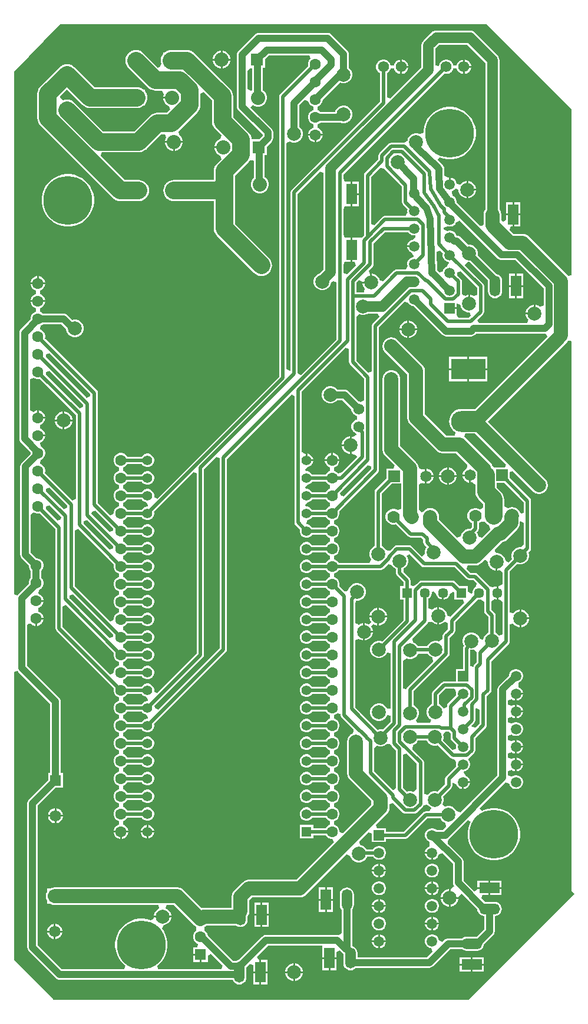
<source format=gbr>
%TF.GenerationSoftware,Altium Limited,Altium Designer,25.8.1 (18)*%
G04 Layer_Physical_Order=2*
G04 Layer_Color=16711680*
%FSLAX45Y45*%
%MOMM*%
%TF.SameCoordinates,0036BCEF-AE91-4215-ABFA-E29625872DB6*%
%TF.FilePolarity,Positive*%
%TF.FileFunction,Copper,L2,Bot,Signal*%
%TF.Part,Single*%
G01*
G75*
%TA.AperFunction,Conductor*%
%ADD10C,1.00000*%
%ADD11C,0.50000*%
%ADD12C,1.50000*%
%ADD13C,2.00000*%
%ADD14C,2.50000*%
%TA.AperFunction,ComponentPad*%
%ADD16C,1.39700*%
%ADD17R,1.39700X1.39700*%
%ADD18C,1.60000*%
%ADD19O,5.00000X3.00000*%
%ADD20R,5.00000X3.00000*%
%ADD21C,1.50000*%
%ADD22R,1.50000X1.50000*%
%ADD23O,1.50000X3.00000*%
%ADD24C,1.77800*%
%ADD25C,2.00000*%
%ADD26R,1.77800X1.77800*%
%ADD27R,1.65000X1.65000*%
%ADD28C,1.60000*%
%ADD29C,1.57480*%
%ADD30O,3.00000X1.50000*%
%ADD31R,1.60000X1.60000*%
%ADD32C,1.65100*%
%ADD33C,1.45000*%
%ADD34R,1.50000X3.00000*%
%ADD35C,2.03200*%
%ADD36R,3.00000X1.50000*%
%ADD37C,1.65000*%
%ADD38R,1.45000X1.45000*%
%ADD39R,1.65100X1.65100*%
%ADD40C,7.00000*%
%TA.AperFunction,ViaPad*%
%ADD41C,2.00000*%
G36*
X13378233Y14393153D02*
Y12291419D01*
X13369963Y12280641D01*
X13357327Y12250136D01*
X13353018Y12217400D01*
Y12072015D01*
X13324852Y12054614D01*
X13303870Y12050452D01*
X12965500Y12388822D01*
Y12408418D01*
X12958658Y12433953D01*
X12945441Y12456847D01*
X12926747Y12475540D01*
X12903853Y12488758D01*
X12892632Y12543529D01*
X12897539Y12553950D01*
X12903853Y12555642D01*
X12926747Y12568860D01*
X12943700Y12585813D01*
X12951717Y12585418D01*
X12993700Y12571142D01*
Y12556491D01*
X13002246Y12524598D01*
X13018755Y12496003D01*
X13042104Y12472655D01*
X13070699Y12456146D01*
X13102591Y12447600D01*
X13106400D01*
Y12573000D01*
Y12698400D01*
X13102591D01*
X13070699Y12689854D01*
X13042104Y12673345D01*
X13018755Y12649997D01*
X13015500Y12644359D01*
X12965500Y12657757D01*
Y12662418D01*
X12958658Y12687953D01*
X12945441Y12710847D01*
X12926747Y12729540D01*
X12903853Y12742758D01*
X12878317Y12749600D01*
X12877800D01*
Y12649200D01*
X12852400D01*
Y12749600D01*
X12851881D01*
X12839961Y12746406D01*
X12803365Y12765794D01*
X12789798Y12779392D01*
X12789558Y12827960D01*
X12789354Y12869090D01*
X12788036Y12878732D01*
X12786764Y12888399D01*
X12786691Y12888573D01*
X12786666Y12888760D01*
X12782901Y12897723D01*
X12779167Y12906740D01*
X12779051Y12906891D01*
X12778977Y12907065D01*
X12773023Y12914748D01*
X12767081Y12922490D01*
X12737207Y12952364D01*
X12736537Y12952878D01*
X12736008Y12953537D01*
X12689952Y12997604D01*
X12719204Y13038815D01*
X12720996Y13037903D01*
X12777194Y13019644D01*
X12835555Y13010400D01*
X12894646D01*
X12953006Y13019644D01*
X13009204Y13037903D01*
X13061852Y13064729D01*
X13109657Y13099461D01*
X13151439Y13141243D01*
X13186171Y13189047D01*
X13212997Y13241696D01*
X13231256Y13297894D01*
X13240500Y13356255D01*
Y13415344D01*
X13231256Y13473706D01*
X13212997Y13529904D01*
X13186171Y13582552D01*
X13151439Y13630357D01*
X13109657Y13672139D01*
X13061852Y13706871D01*
X13009204Y13733698D01*
X12953006Y13751956D01*
X12894646Y13761200D01*
X12835555D01*
X12777194Y13751956D01*
X12720996Y13733698D01*
X12668348Y13706871D01*
X12620543Y13672139D01*
X12578761Y13630357D01*
X12544029Y13582552D01*
X12517203Y13529904D01*
X12498944Y13473706D01*
X12489700Y13415344D01*
Y13396635D01*
X12488390Y13395009D01*
X12439700Y13370575D01*
X12430902Y13375655D01*
X12399009Y13384200D01*
X12365991D01*
X12334098Y13375655D01*
X12305503Y13359145D01*
X12282155Y13335797D01*
X12265646Y13307202D01*
X12258468Y13280415D01*
X12252579Y13272336D01*
X12209329Y13243887D01*
X12022271D01*
X12002606Y13239977D01*
X11985935Y13228836D01*
X11853664Y13096565D01*
X11842524Y13079893D01*
X11838613Y13060229D01*
Y13003485D01*
X11647664Y12812537D01*
X11636524Y12795865D01*
X11632613Y12776200D01*
Y11913517D01*
X11605242Y11886146D01*
X11555800Y11884800D01*
X11543340Y11884800D01*
X11468100D01*
Y11709400D01*
Y11534000D01*
X11499885D01*
X11520596Y11484000D01*
X11391687Y11355091D01*
X11341687Y11375802D01*
Y11489514D01*
X11355000Y11534000D01*
X11391687Y11534000D01*
X11442700D01*
Y11709400D01*
Y11884800D01*
X11391687D01*
X11355000Y11884800D01*
X11341687Y11929286D01*
Y12289614D01*
X11355000Y12334100D01*
X11391687Y12334100D01*
X11442700D01*
Y12509500D01*
Y12684900D01*
X11391687D01*
X11355000Y12684900D01*
X11341687Y12729386D01*
Y12793015D01*
X12786585Y14237914D01*
X12800591Y14234160D01*
X12828011D01*
X12854497Y14241257D01*
X12878242Y14254967D01*
X12897633Y14274358D01*
X12911343Y14298103D01*
X12914368Y14309389D01*
X12916725Y14318188D01*
X12965875D01*
X12968233Y14309389D01*
X12971257Y14298103D01*
X12984967Y14274358D01*
X13004356Y14254967D01*
X13028104Y14241257D01*
X13054590Y14234160D01*
X13055600D01*
Y14338300D01*
Y14442439D01*
X13054590D01*
X13028104Y14435342D01*
X13004356Y14421632D01*
X12984967Y14402243D01*
X12971257Y14378497D01*
X12968233Y14367212D01*
X12965875Y14358412D01*
X12916725D01*
X12914368Y14367212D01*
X12911343Y14378497D01*
X12897633Y14402243D01*
X12878242Y14421632D01*
X12854497Y14435342D01*
X12828011Y14442439D01*
X12800591D01*
X12774103Y14435342D01*
X12750357Y14421632D01*
X12730967Y14402243D01*
X12717257Y14378497D01*
X12710160Y14352011D01*
X12661566Y14355405D01*
Y14601154D01*
X12716546Y14656134D01*
X13115254D01*
X13378233Y14393153D01*
D02*
G37*
G36*
X10026799Y14312729D02*
Y14012946D01*
X10006651Y13996300D01*
X9956651Y14019849D01*
Y14275673D01*
X9994438Y14315668D01*
X10026799Y14312729D01*
D02*
G37*
G36*
X11883108Y12885719D02*
X11925133Y12873949D01*
X11929064Y12868066D01*
X12180313Y12616817D01*
Y12393600D01*
X12184224Y12373935D01*
X12195364Y12357264D01*
X12259766Y12292861D01*
X12256700Y12281418D01*
Y12254982D01*
X12259593Y12244187D01*
X12238925Y12206225D01*
X12226164Y12194187D01*
X11934568D01*
X11914903Y12190276D01*
X11898232Y12179136D01*
X11781581Y12062485D01*
X11735387Y12081619D01*
Y12754915D01*
X11866657Y12886185D01*
X11883108Y12885719D01*
D02*
G37*
G36*
X13014252Y12124967D02*
X13557394Y11581824D01*
X13573145Y11569738D01*
X13580742Y11566591D01*
X13591487Y11562140D01*
X13611169Y11559549D01*
X13809099D01*
X14213849Y11154799D01*
Y10913504D01*
X14163849Y10892793D01*
X14161298Y10895345D01*
X14132703Y10911854D01*
X14100809Y10920400D01*
X14097000D01*
Y10795000D01*
X14084300D01*
Y10782300D01*
X13958900D01*
Y10778491D01*
X13967445Y10746598D01*
X13983955Y10718003D01*
X13996806Y10705151D01*
X13983830Y10661435D01*
X13979388Y10655151D01*
X13282352D01*
X13263217Y10701345D01*
X13345937Y10784064D01*
X13357076Y10800735D01*
X13360986Y10820400D01*
Y11188700D01*
X13357076Y11208365D01*
X13345937Y11225036D01*
X13085300Y11485672D01*
X13087056Y11493077D01*
X13127991Y11533200D01*
X13151448D01*
X13416872Y11267777D01*
X13416335Y11263700D01*
Y11113700D01*
X13419785Y11087490D01*
X13429901Y11063067D01*
X13445995Y11042094D01*
X13466966Y11026001D01*
X13491389Y11015884D01*
X13517599Y11012434D01*
X13543810Y11015884D01*
X13568233Y11026001D01*
X13589206Y11042094D01*
X13605299Y11063067D01*
X13615416Y11087490D01*
X13618866Y11113700D01*
Y11263700D01*
X13615416Y11289910D01*
X13605299Y11314333D01*
X13589206Y11335306D01*
X13568233Y11351399D01*
X13543810Y11361516D01*
X13537392Y11362361D01*
X13267314Y11632438D01*
X13269901Y11642091D01*
Y11675109D01*
X13261354Y11707002D01*
X13244846Y11735597D01*
X13221497Y11758945D01*
X13192902Y11775454D01*
X13161009Y11784000D01*
X13127991D01*
X13126935Y11783717D01*
X13021500Y11889152D01*
X13005750Y11901239D01*
X12987407Y11908836D01*
X12967723Y11911427D01*
X12962550D01*
X12958658Y11925953D01*
X12945441Y11948847D01*
X12926747Y11967540D01*
X12903853Y11980758D01*
X12878317Y11987600D01*
X12851881D01*
X12826347Y11980758D01*
X12824677Y11979794D01*
X12777569Y12002841D01*
Y12025559D01*
X12824677Y12048606D01*
X12826347Y12047642D01*
X12851881Y12040800D01*
X12878317D01*
X12903853Y12047642D01*
X12926747Y12060860D01*
X12945441Y12079553D01*
X12958658Y12102447D01*
X12960222Y12108285D01*
X13007709Y12125372D01*
X13014252Y12124967D01*
D02*
G37*
G36*
X12767766Y11657861D02*
X12764700Y11646418D01*
Y11619982D01*
X12771542Y11594447D01*
X12784760Y11571553D01*
X12803453Y11552860D01*
X12826347Y11539642D01*
X12848625Y11533673D01*
X12852708Y11531530D01*
X12853966Y11529600D01*
X12853545Y11519536D01*
X12830563Y11473888D01*
X12826347Y11472758D01*
X12803453Y11459540D01*
X12784760Y11440847D01*
X12771542Y11417953D01*
X12767696Y11403597D01*
X12722341Y11387659D01*
X12685653Y11419368D01*
X12675591Y11679326D01*
X12724795Y11700832D01*
X12767766Y11657861D01*
D02*
G37*
G36*
X14617700Y13728700D02*
Y11344659D01*
X14606068Y11338564D01*
X14567700Y11331495D01*
X14554736Y11348390D01*
X14554735Y11348391D01*
X14002690Y11900436D01*
X13976494Y11920537D01*
X13945988Y11933172D01*
X13913252Y11937482D01*
X13913251Y11937482D01*
X13781091D01*
X13726573Y11992000D01*
X13747284Y12042000D01*
X13766800D01*
Y12204700D01*
X13679100D01*
Y12138807D01*
X13629100Y12114055D01*
X13605981Y12131683D01*
Y12217400D01*
X13601672Y12250136D01*
X13589037Y12280641D01*
X13580766Y12291419D01*
Y14435098D01*
X13580766Y14435100D01*
X13577316Y14461310D01*
X13567200Y14485733D01*
X13551106Y14506706D01*
X13551105Y14506706D01*
X13228806Y14829005D01*
X13207832Y14845099D01*
X13183411Y14855215D01*
X13157201Y14858665D01*
X13157198Y14858665D01*
X12674602D01*
X12674600Y14858665D01*
X12648390Y14855215D01*
X12623967Y14845099D01*
X12602994Y14829005D01*
X12488694Y14714706D01*
X12472601Y14693733D01*
X12462484Y14669310D01*
X12459034Y14643100D01*
X12459034Y14643098D01*
Y14329446D01*
X12010181Y13880592D01*
X11963987Y13899728D01*
Y14247717D01*
X11976543Y14254967D01*
X11995933Y14274358D01*
X12009643Y14298103D01*
X12012667Y14309389D01*
X12015025Y14318188D01*
X12064175D01*
X12069557Y14298103D01*
X12083267Y14274358D01*
X12102657Y14254967D01*
X12126403Y14241257D01*
X12152890Y14234160D01*
X12153900D01*
Y14338300D01*
Y14442439D01*
X12152890D01*
X12126403Y14435342D01*
X12102657Y14421632D01*
X12083267Y14402243D01*
X12069557Y14378497D01*
X12066533Y14367212D01*
X12064175Y14358412D01*
X12015025D01*
X12009643Y14378497D01*
X11995933Y14402243D01*
X11976543Y14421632D01*
X11952797Y14435342D01*
X11926310Y14442439D01*
X11898890D01*
X11872403Y14435342D01*
X11848657Y14421632D01*
X11829267Y14402243D01*
X11815557Y14378497D01*
X11808460Y14352010D01*
Y14324590D01*
X11815557Y14298103D01*
X11829267Y14274358D01*
X11848657Y14254967D01*
X11861213Y14247717D01*
Y13838428D01*
X10593564Y12570779D01*
X10582424Y12554107D01*
X10578513Y12534442D01*
Y9978960D01*
X10566187Y9970438D01*
X10516187Y9996654D01*
Y13238760D01*
X10527683Y13249403D01*
X10566187Y13265085D01*
X10581498Y13256245D01*
X10613391Y13247701D01*
X10646409D01*
X10678302Y13256245D01*
X10706897Y13272755D01*
X10730245Y13296103D01*
X10746754Y13324698D01*
X10755300Y13356590D01*
Y13389609D01*
X10746754Y13421503D01*
X10730245Y13450098D01*
X10706897Y13473445D01*
X10705951Y13473991D01*
Y13786099D01*
X10779300Y13859448D01*
X10798444Y13857562D01*
X10832636Y13842075D01*
X10836483Y13827718D01*
X10850359Y13803683D01*
X10869983Y13784059D01*
X10894017Y13770183D01*
X10904844Y13767282D01*
Y13715518D01*
X10894017Y13712617D01*
X10869983Y13698741D01*
X10850359Y13679117D01*
X10836483Y13655083D01*
X10829300Y13628276D01*
Y13600523D01*
X10836483Y13573717D01*
X10850359Y13549683D01*
X10869983Y13530058D01*
X10894017Y13516183D01*
X10904844Y13513281D01*
Y13461517D01*
X10894017Y13458617D01*
X10869983Y13444740D01*
X10850359Y13425117D01*
X10836483Y13401083D01*
X10829300Y13374277D01*
Y13373100D01*
X10934700D01*
X11040100D01*
Y13374277D01*
X11032917Y13401083D01*
X11019041Y13425117D01*
X10999417Y13444740D01*
X10975383Y13458617D01*
X10964556Y13461517D01*
Y13513281D01*
X10975383Y13516183D01*
X10999417Y13530058D01*
X11007707Y13538348D01*
X11275940D01*
X11285773Y13539644D01*
X11292698Y13535646D01*
X11324591Y13527100D01*
X11357609D01*
X11389502Y13535646D01*
X11418097Y13552155D01*
X11441445Y13575504D01*
X11457954Y13604099D01*
X11466500Y13635991D01*
Y13669009D01*
X11457954Y13700902D01*
X11441445Y13729497D01*
X11418097Y13752844D01*
X11389502Y13769354D01*
X11357609Y13777901D01*
X11324591D01*
X11292698Y13769354D01*
X11264103Y13752844D01*
X11240755Y13729497D01*
X11224246Y13700902D01*
X11221445Y13690451D01*
X11007707D01*
X10999417Y13698741D01*
X10975383Y13712617D01*
X10964556Y13715518D01*
Y13767282D01*
X10975383Y13770183D01*
X10999417Y13784059D01*
X11019041Y13803683D01*
X11032917Y13827718D01*
X11040100Y13854524D01*
Y13866248D01*
X11285280Y14111427D01*
X11292698Y14107146D01*
X11324591Y14098599D01*
X11357609D01*
X11389502Y14107146D01*
X11418097Y14123656D01*
X11441445Y14147003D01*
X11457954Y14175598D01*
X11466500Y14207491D01*
Y14240509D01*
X11457954Y14272401D01*
X11441445Y14300996D01*
X11418097Y14324345D01*
X11417151Y14324892D01*
Y14516100D01*
X11414559Y14535783D01*
X11406962Y14554126D01*
X11394876Y14569876D01*
X11166276Y14798476D01*
X11150526Y14810562D01*
X11132184Y14818159D01*
X11112500Y14820750D01*
X10116868D01*
X10097185Y14818159D01*
X10086440Y14813708D01*
X10078843Y14810562D01*
X10063092Y14798476D01*
X9826824Y14562209D01*
X9814738Y14546457D01*
X9807141Y14528114D01*
X9804549Y14508432D01*
Y13766800D01*
X9807141Y13747118D01*
X9814738Y13728775D01*
X9826824Y13713023D01*
X10175878Y13363969D01*
Y13344130D01*
X10128648Y13296899D01*
X10016051D01*
X10014124Y13316466D01*
X10005524Y13344817D01*
X9991558Y13370944D01*
X9972763Y13393845D01*
X9752328Y13614281D01*
Y13893800D01*
Y13915756D01*
X9749424Y13945239D01*
X9740824Y13973590D01*
X9726858Y13999718D01*
X9708063Y14022620D01*
X9196619Y14534064D01*
X9173718Y14552858D01*
X9147590Y14566824D01*
X9119240Y14575424D01*
X9089756Y14578328D01*
X8864600D01*
X8835116Y14575424D01*
X8806766Y14566824D01*
X8780638Y14552858D01*
X8766798Y14541499D01*
X8750300D01*
Y14525002D01*
X8738942Y14511162D01*
X8724976Y14485034D01*
X8716376Y14456683D01*
X8713472Y14427200D01*
X8716376Y14397716D01*
X8721410Y14381120D01*
X8706932Y14347469D01*
X8690587Y14327637D01*
X8671845Y14325681D01*
X8463463Y14534064D01*
X8440562Y14552858D01*
X8414434Y14566824D01*
X8386084Y14575424D01*
X8356600Y14578328D01*
X8327116Y14575424D01*
X8298766Y14566824D01*
X8272638Y14552858D01*
X8249737Y14534064D01*
X8230942Y14511162D01*
X8216976Y14485034D01*
X8208376Y14456683D01*
X8205472Y14427200D01*
X8208376Y14397716D01*
X8216976Y14369366D01*
X8230942Y14343237D01*
X8249737Y14320337D01*
X8531137Y14038937D01*
X8554038Y14020142D01*
X8580166Y14006177D01*
X8608516Y13997575D01*
X8638000Y13994672D01*
X8731157D01*
X8760024Y13944672D01*
X8758955Y13942821D01*
X8750300Y13910519D01*
Y13906500D01*
X8877300D01*
Y13881100D01*
X8750300D01*
Y13877080D01*
X8758955Y13844780D01*
X8775675Y13815820D01*
X8799320Y13792175D01*
X8828280Y13775455D01*
X8830346Y13774901D01*
X8845289Y13719135D01*
X8801392Y13675237D01*
X8660009D01*
X8630526Y13672333D01*
X8602175Y13663733D01*
X8576047Y13649767D01*
X8553146Y13630972D01*
X8332101Y13409927D01*
X7885799D01*
X7472863Y13822862D01*
X7449962Y13841658D01*
X7423834Y13855624D01*
X7395484Y13864224D01*
X7366000Y13867128D01*
X7336516Y13864224D01*
X7308166Y13855624D01*
X7265827Y13888094D01*
X7265519Y13888992D01*
X7269261Y13913535D01*
X7366000Y14010274D01*
X7589337Y13786937D01*
X7612238Y13768143D01*
X7638366Y13754176D01*
X7666716Y13745576D01*
X7696200Y13742673D01*
X8369300D01*
X8398784Y13745576D01*
X8427134Y13754176D01*
X8453262Y13768143D01*
X8467102Y13779500D01*
X8483600D01*
Y13795998D01*
X8494958Y13809837D01*
X8508924Y13835966D01*
X8517524Y13864316D01*
X8520428Y13893800D01*
X8517524Y13923283D01*
X8508924Y13951634D01*
X8494958Y13977762D01*
X8483600Y13991602D01*
Y14008099D01*
X8467102D01*
X8453262Y14019458D01*
X8427134Y14033424D01*
X8398784Y14042024D01*
X8369300Y14044928D01*
X7758799D01*
X7473900Y14329826D01*
Y14331900D01*
X7471600D01*
X7449962Y14349658D01*
X7423834Y14363625D01*
X7395484Y14372224D01*
X7366000Y14375128D01*
X7336516Y14372224D01*
X7308166Y14363625D01*
X7282038Y14349658D01*
X7260400Y14331900D01*
X7258100D01*
Y14329826D01*
X6983737Y14055463D01*
X6964942Y14032562D01*
X6950976Y14006435D01*
X6942376Y13978084D01*
X6939472Y13948599D01*
Y13601926D01*
X6942376Y13572443D01*
X6950976Y13544092D01*
X6964942Y13517964D01*
X6983737Y13495062D01*
X8025362Y12453437D01*
X8048264Y12434642D01*
X8074392Y12420676D01*
X8102742Y12412076D01*
X8132226Y12409172D01*
X8394700D01*
X8424184Y12412076D01*
X8452534Y12420676D01*
X8478662Y12434642D01*
X8501563Y12453437D01*
X8520358Y12476338D01*
X8534324Y12502466D01*
X8542924Y12530816D01*
X8545828Y12560300D01*
X8542924Y12589784D01*
X8534324Y12618134D01*
X8520358Y12644262D01*
X8501563Y12667163D01*
X8478662Y12685958D01*
X8452534Y12699924D01*
X8424184Y12708524D01*
X8394700Y12711428D01*
X8194825D01*
X7848580Y13057672D01*
X7869291Y13107672D01*
X8394700D01*
X8424184Y13110576D01*
X8452534Y13119176D01*
X8478662Y13133142D01*
X8492502Y13144501D01*
X8509000D01*
Y13159373D01*
X8718594Y13368967D01*
X8770778Y13368562D01*
X8776843Y13362199D01*
X8793108Y13322981D01*
X8784355Y13307820D01*
X8775700Y13275520D01*
Y13271500D01*
X9029700D01*
Y13275520D01*
X9021045Y13307820D01*
X9004325Y13336780D01*
X8980680Y13360425D01*
X8980535Y13360509D01*
X8972105Y13409917D01*
X8974365Y13420757D01*
X9236163Y13682555D01*
X9254958Y13705457D01*
X9268924Y13731584D01*
X9277524Y13759935D01*
X9280428Y13789418D01*
Y13952090D01*
X9330428Y13972803D01*
X9450072Y13853157D01*
Y13551682D01*
X9452976Y13522198D01*
X9461576Y13493848D01*
X9475542Y13467720D01*
X9494337Y13444818D01*
X9581889Y13357266D01*
X9566946Y13301498D01*
X9564880Y13300945D01*
X9535920Y13284225D01*
X9512275Y13260580D01*
X9495555Y13231619D01*
X9486900Y13199319D01*
Y13195300D01*
X9613900D01*
Y13169901D01*
X9486900D01*
Y13165880D01*
X9495555Y13133580D01*
X9512275Y13104620D01*
X9535920Y13080975D01*
X9564880Y13064255D01*
X9566946Y13063701D01*
X9581889Y13007935D01*
X9519737Y12945782D01*
X9500942Y12922881D01*
X9486976Y12896751D01*
X9478376Y12868402D01*
X9475472Y12838918D01*
Y12711799D01*
X9475101Y12711428D01*
X8902700D01*
X8873216Y12708524D01*
X8844866Y12699924D01*
X8818738Y12685958D01*
X8804898Y12674600D01*
X8788400D01*
Y12658102D01*
X8777042Y12644262D01*
X8763076Y12618134D01*
X8754476Y12589784D01*
X8751572Y12560300D01*
X8754476Y12530816D01*
X8763076Y12502466D01*
X8777042Y12476338D01*
X8788400Y12462498D01*
Y12446000D01*
X8804898D01*
X8818738Y12434642D01*
X8844866Y12420676D01*
X8873216Y12412076D01*
X8902700Y12409172D01*
X9475472D01*
Y12018651D01*
X9478376Y11989168D01*
X9486976Y11960817D01*
X9500942Y11934689D01*
X9519737Y11911788D01*
X10052854Y11378670D01*
X10075756Y11359875D01*
X10101884Y11345910D01*
X10130234Y11337310D01*
X10159718Y11334406D01*
X10189201Y11337310D01*
X10217552Y11345910D01*
X10243680Y11359875D01*
X10266581Y11378670D01*
X10285376Y11401572D01*
X10299341Y11427700D01*
X10307941Y11456050D01*
X10310845Y11485534D01*
X10307941Y11515017D01*
X10299341Y11543368D01*
X10285376Y11569496D01*
X10266581Y11592397D01*
X9777728Y12081250D01*
Y12649200D01*
Y12776319D01*
X9972763Y12971355D01*
X9991558Y12994257D01*
X10045519Y12989142D01*
X10052199Y12984721D01*
Y12746404D01*
X10032975Y12727180D01*
X10016255Y12698220D01*
X10007600Y12665920D01*
Y12632480D01*
X10016255Y12600180D01*
X10032975Y12571220D01*
X10056620Y12547575D01*
X10085580Y12530855D01*
X10117880Y12522200D01*
X10151320D01*
X10183620Y12530855D01*
X10212580Y12547575D01*
X10236225Y12571220D01*
X10252945Y12600180D01*
X10261600Y12632480D01*
Y12665920D01*
X10252945Y12698220D01*
X10236225Y12727180D01*
X10212580Y12750825D01*
X10204301Y12755605D01*
Y13068300D01*
X10236200D01*
Y13189348D01*
X10305705Y13258853D01*
X10317791Y13274603D01*
X10325388Y13292944D01*
X10327979Y13312630D01*
Y13395471D01*
X10325388Y13415155D01*
X10317791Y13433498D01*
X10305705Y13449248D01*
X9999735Y13755215D01*
X10031220Y13792175D01*
X10060180Y13775455D01*
X10092480Y13766800D01*
X10125920D01*
X10158220Y13775455D01*
X10187180Y13792175D01*
X10210825Y13815820D01*
X10227545Y13844780D01*
X10236200Y13877080D01*
Y13910519D01*
X10227545Y13942821D01*
X10210825Y13971780D01*
X10187180Y13995425D01*
X10178901Y14000204D01*
Y14325600D01*
X10210800D01*
Y14446648D01*
X10267701Y14503549D01*
X10844605D01*
X10856808Y14482964D01*
X10862791Y14453549D01*
X10850359Y14441116D01*
X10836483Y14417084D01*
X10829300Y14390276D01*
Y14362524D01*
X10833284Y14347656D01*
X10428464Y13942836D01*
X10417324Y13926164D01*
X10413413Y13906500D01*
Y9889185D01*
X8660744Y8136516D01*
X8615915Y8162398D01*
X8616950Y8166260D01*
Y8191340D01*
X8610459Y8215565D01*
X8597919Y8237285D01*
X8580185Y8255019D01*
X8558465Y8267559D01*
X8534240Y8274050D01*
X8509160D01*
X8484935Y8267559D01*
X8463215Y8255019D01*
X8445481Y8237285D01*
X8441383Y8230187D01*
X8232737D01*
X8225041Y8243517D01*
X8205417Y8263141D01*
X8181383Y8277017D01*
X8170556Y8279918D01*
Y8331682D01*
X8181383Y8334583D01*
X8205417Y8348459D01*
X8225041Y8368083D01*
X8232737Y8381413D01*
X8441383D01*
X8445481Y8374315D01*
X8463215Y8356581D01*
X8484935Y8344041D01*
X8509160Y8337550D01*
X8534240D01*
X8558465Y8344041D01*
X8580185Y8356581D01*
X8597919Y8374315D01*
X8610459Y8396035D01*
X8616950Y8420260D01*
Y8445340D01*
X8610459Y8469565D01*
X8597919Y8491285D01*
X8580185Y8509019D01*
X8558465Y8521559D01*
X8534240Y8528050D01*
X8509160D01*
X8484935Y8521559D01*
X8463215Y8509019D01*
X8445481Y8491285D01*
X8441383Y8484187D01*
X8232737D01*
X8225041Y8497517D01*
X8205417Y8517141D01*
X8181383Y8531017D01*
X8170556Y8533918D01*
Y8585682D01*
X8181383Y8588583D01*
X8205417Y8602459D01*
X8225041Y8622083D01*
X8232737Y8635413D01*
X8441383D01*
X8445481Y8628315D01*
X8463215Y8610581D01*
X8484935Y8598041D01*
X8509160Y8591550D01*
X8534240D01*
X8558465Y8598041D01*
X8580185Y8610581D01*
X8597919Y8628315D01*
X8610459Y8650035D01*
X8616950Y8674260D01*
Y8699340D01*
X8610459Y8723565D01*
X8597919Y8745285D01*
X8580185Y8763019D01*
X8558465Y8775559D01*
X8534240Y8782050D01*
X8509160D01*
X8484935Y8775559D01*
X8463215Y8763019D01*
X8445481Y8745285D01*
X8441383Y8738187D01*
X8232737D01*
X8225041Y8751517D01*
X8205417Y8771141D01*
X8181383Y8785017D01*
X8154576Y8792200D01*
X8126824D01*
X8100017Y8785017D01*
X8075983Y8771141D01*
X8056359Y8751517D01*
X8042483Y8727483D01*
X8035300Y8700676D01*
Y8672924D01*
X8042483Y8646117D01*
X8056359Y8622083D01*
X8075983Y8602459D01*
X8100017Y8588583D01*
X8110844Y8585682D01*
Y8533918D01*
X8100017Y8531017D01*
X8075983Y8517141D01*
X8056359Y8497517D01*
X8042483Y8473483D01*
X8035300Y8446676D01*
Y8418924D01*
X8042483Y8392117D01*
X8056359Y8368083D01*
X8075983Y8348459D01*
X8100017Y8334583D01*
X8110844Y8331682D01*
Y8279918D01*
X8100017Y8277017D01*
X8075983Y8263141D01*
X8056359Y8243517D01*
X8042483Y8219483D01*
X8035300Y8192676D01*
Y8164924D01*
X8042483Y8138117D01*
X8056359Y8114083D01*
X8075983Y8094459D01*
X8100017Y8080583D01*
X8110844Y8077682D01*
Y8025918D01*
X8100017Y8023017D01*
X8075983Y8009141D01*
X8056359Y7989517D01*
X8042483Y7965483D01*
X8035300Y7938676D01*
Y7919583D01*
X8014282Y7904770D01*
X7987302Y7896870D01*
X7811087Y8073085D01*
Y9652000D01*
X7807176Y9671665D01*
X7796036Y9688336D01*
X7048316Y10436056D01*
X7052300Y10450924D01*
Y10478676D01*
X7045117Y10505483D01*
X7031241Y10529517D01*
X7011617Y10549141D01*
X6987583Y10563017D01*
X6984638Y10563806D01*
X6982018Y10570396D01*
X6987583Y10620583D01*
X7011617Y10634459D01*
X7019907Y10642749D01*
X7282039D01*
X7354900Y10569888D01*
Y10562591D01*
X7363446Y10530698D01*
X7379955Y10502103D01*
X7403303Y10478755D01*
X7431898Y10462246D01*
X7463791Y10453700D01*
X7496809D01*
X7528702Y10462246D01*
X7557297Y10478755D01*
X7580645Y10502103D01*
X7597154Y10530698D01*
X7605700Y10562591D01*
Y10595609D01*
X7597154Y10627502D01*
X7580645Y10656097D01*
X7557297Y10679445D01*
X7528702Y10695954D01*
X7496809Y10704500D01*
X7463791D01*
X7441393Y10698499D01*
X7367316Y10772576D01*
X7351565Y10784662D01*
X7333224Y10792259D01*
X7313540Y10794851D01*
X7019907D01*
X7011617Y10803141D01*
X6987583Y10817017D01*
X6976756Y10819918D01*
Y10871682D01*
X6987583Y10874583D01*
X7011617Y10888459D01*
X7031241Y10908083D01*
X7045117Y10932117D01*
X7052300Y10958924D01*
Y10960100D01*
X6946900D01*
X6841500D01*
Y10958924D01*
X6848683Y10932117D01*
X6862559Y10908083D01*
X6882183Y10888459D01*
X6906217Y10874583D01*
X6917044Y10871682D01*
Y10819918D01*
X6906217Y10817017D01*
X6882183Y10803141D01*
X6862559Y10783517D01*
X6848683Y10759483D01*
X6841500Y10732676D01*
Y10706483D01*
X6702624Y10567607D01*
X6690538Y10551856D01*
X6682941Y10533515D01*
X6680349Y10513831D01*
Y8993369D01*
X6682941Y8973685D01*
X6690538Y8955344D01*
X6702624Y8939593D01*
X6841500Y8800717D01*
Y8776083D01*
X6715324Y8649907D01*
X6703238Y8634156D01*
X6695641Y8615815D01*
X6693049Y8596131D01*
Y7327900D01*
X6695641Y7308217D01*
X6703238Y7289875D01*
X6715324Y7274124D01*
X6816100Y7173348D01*
Y7161624D01*
X6823283Y7134817D01*
X6837159Y7110783D01*
X6845449Y7102493D01*
Y6994507D01*
X6837159Y6986217D01*
X6823283Y6962183D01*
X6816100Y6935376D01*
Y6909183D01*
X6664524Y6757607D01*
X6654000Y6743892D01*
X6648982Y6743457D01*
X6604000Y6759596D01*
Y14262100D01*
X7239000Y14922501D01*
X7264400Y14947900D01*
X13398500D01*
X14617700Y13728700D01*
D02*
G37*
G36*
X12276760Y11952553D02*
X12295453Y11933860D01*
X12318347Y11920642D01*
X12343882Y11913800D01*
X12370318D01*
X12374957Y11896146D01*
X12343882Y11860600D01*
X12318347Y11853758D01*
X12295453Y11840540D01*
X12276760Y11821847D01*
X12263542Y11798953D01*
X12256700Y11773418D01*
Y11772900D01*
X12357100D01*
Y11747500D01*
X12256700D01*
Y11746982D01*
X12263542Y11721447D01*
X12276760Y11698553D01*
X12295453Y11679860D01*
X12318347Y11666642D01*
X12322564Y11665512D01*
X12345545Y11619864D01*
X12345965Y11609800D01*
X12344708Y11607870D01*
X12340625Y11605727D01*
X12318347Y11599758D01*
X12295453Y11586540D01*
X12276760Y11567847D01*
X12263542Y11544953D01*
X12256700Y11519418D01*
Y11492982D01*
X12260450Y11478987D01*
X12243317Y11445554D01*
X12228012Y11428987D01*
X12103871D01*
X12084206Y11425076D01*
X12067535Y11413936D01*
X11910026Y11256428D01*
X11897380Y11256322D01*
X11855698Y11272810D01*
X11851654Y11287902D01*
X11835145Y11316497D01*
X11811797Y11339845D01*
X11783202Y11356354D01*
X11751309Y11364900D01*
X11747500D01*
Y11239500D01*
X11734800D01*
Y11226800D01*
X11609400D01*
Y11222991D01*
X11617946Y11191098D01*
X11634455Y11162503D01*
X11646571Y11150387D01*
X11631723Y11103654D01*
X11629324Y11100387D01*
X11521487D01*
Y11232915D01*
X11562415Y11273842D01*
X11595015Y11261469D01*
X11606760Y11252200D01*
X11722100D01*
Y11367540D01*
X11712831Y11379285D01*
X11700458Y11411885D01*
X11758436Y11469864D01*
X11769576Y11486535D01*
X11773487Y11506200D01*
Y11802415D01*
X11933885Y11962813D01*
X12270837D01*
X12276760Y11952553D01*
D02*
G37*
G36*
X13258212Y11167415D02*
Y11069040D01*
X13246716Y11058397D01*
X13208212Y11042715D01*
X13192902Y11051554D01*
X13161009Y11060100D01*
X13157201D01*
Y10934700D01*
X13131799D01*
Y11060100D01*
X13127991D01*
X13096098Y11051554D01*
X13087570Y11046631D01*
X13052766Y11066916D01*
X13041887Y11077544D01*
Y11253800D01*
X13037976Y11273465D01*
X13026836Y11290136D01*
X12973624Y11343349D01*
X12973097Y11375881D01*
X12974496Y11382649D01*
X13024110Y11401517D01*
X13258212Y11167415D01*
D02*
G37*
G36*
X11854219Y10745334D02*
X11761964Y10653079D01*
X11750824Y10636407D01*
X11746913Y10616742D01*
Y9963609D01*
X11696913Y9942898D01*
X11521487Y10118324D01*
Y10751230D01*
X11571487Y10780098D01*
X11572098Y10779746D01*
X11603991Y10771200D01*
X11637009D01*
X11668902Y10779746D01*
X11695902Y10795334D01*
X11833508D01*
X11854219Y10745334D01*
D02*
G37*
G36*
X12997182Y10926856D02*
X13021211Y10910310D01*
X13027646Y10886298D01*
X13044154Y10857703D01*
X13067503Y10834355D01*
X13096098Y10817846D01*
X13127991Y10809300D01*
X13149409D01*
X13171693Y10766166D01*
X13143854Y10732087D01*
X12992749D01*
X12965500Y10770800D01*
Y10858500D01*
X12865100D01*
Y10883900D01*
X12965500D01*
Y10935880D01*
X12969099Y10937959D01*
X12997182Y10926856D01*
D02*
G37*
G36*
X11054134Y12815292D02*
Y12584500D01*
Y12509500D01*
Y12434500D01*
Y11784400D01*
Y11709400D01*
Y11634400D01*
Y11426776D01*
X10999529Y11372171D01*
X10987898Y11369054D01*
X10959303Y11352545D01*
X10935955Y11329197D01*
X10919446Y11300602D01*
X10910900Y11268709D01*
Y11235691D01*
X10919446Y11203798D01*
X10935955Y11175203D01*
X10959303Y11151855D01*
X10987898Y11135346D01*
X11019791Y11126800D01*
X11052809D01*
X11084702Y11135346D01*
X11113297Y11151855D01*
X11136645Y11175203D01*
X11153154Y11203798D01*
X11161700Y11235691D01*
Y11237015D01*
X11191379Y11260373D01*
X11238913Y11239308D01*
Y10422585D01*
X10729677Y9913350D01*
X10703580Y9920371D01*
X10681287Y9935671D01*
Y12513157D01*
X11004134Y12836005D01*
X11054134Y12815292D01*
D02*
G37*
G36*
X7700063Y9638964D02*
X7695672Y9602578D01*
X7646636Y9583737D01*
X7059977Y10170396D01*
X7063445Y10206991D01*
X7113281Y10225746D01*
X7700063Y9638964D01*
D02*
G37*
G36*
X11418713Y10285081D02*
Y10097039D01*
X11422624Y10077374D01*
X11433764Y10060703D01*
X11634753Y9859714D01*
Y9556495D01*
X11619601Y9541950D01*
X11584753Y9523777D01*
X11570710Y9527540D01*
X11560412D01*
X11407576Y9680376D01*
X11391825Y9692462D01*
X11373483Y9700059D01*
X11353800Y9702651D01*
X11251492D01*
X11250945Y9703597D01*
X11227597Y9726945D01*
X11199002Y9743454D01*
X11167109Y9752000D01*
X11134091D01*
X11102198Y9743454D01*
X11073603Y9726945D01*
X11050255Y9703597D01*
X11033746Y9675002D01*
X11025200Y9643109D01*
Y9610091D01*
X11033746Y9578198D01*
X11050255Y9549603D01*
X11073603Y9526255D01*
X11102198Y9509746D01*
X11134091Y9501200D01*
X11167109D01*
X11199002Y9509746D01*
X11227597Y9526255D01*
X11250945Y9549603D01*
X11251492Y9550549D01*
X11322299D01*
X11452860Y9419988D01*
Y9409690D01*
X11459957Y9383203D01*
X11473667Y9359457D01*
X11493057Y9340067D01*
X11516803Y9326357D01*
X11536889Y9320975D01*
Y9271825D01*
X11516803Y9266443D01*
X11493057Y9252733D01*
X11473667Y9233343D01*
X11459957Y9209597D01*
X11452860Y9183110D01*
Y9155690D01*
X11459957Y9129203D01*
X11473667Y9105457D01*
X11493057Y9086067D01*
X11516803Y9072357D01*
X11520028Y9071493D01*
X11522073Y9067788D01*
X11522617Y9059094D01*
X11513339Y9047454D01*
X11474718Y9023944D01*
X11459209Y9028100D01*
X11455400D01*
Y8902700D01*
Y8777300D01*
X11459209D01*
X11468479Y8779784D01*
X11518587Y8757047D01*
X11526629Y8748622D01*
X11529529Y8735883D01*
X11527375Y8729847D01*
X11309646Y8512118D01*
X11260341Y8497517D01*
X11240717Y8517141D01*
X11216683Y8531017D01*
X11205856Y8533918D01*
Y8585682D01*
X11216683Y8588583D01*
X11240717Y8602459D01*
X11260341Y8622083D01*
X11274217Y8646117D01*
X11281400Y8672924D01*
Y8674100D01*
X11176000D01*
X11070600D01*
Y8672924D01*
X11077783Y8646117D01*
X11091659Y8622083D01*
X11111283Y8602459D01*
X11135317Y8588583D01*
X11146144Y8585682D01*
Y8533918D01*
X11135317Y8531017D01*
X11111283Y8517141D01*
X11091659Y8497517D01*
X11083963Y8484187D01*
X10888017D01*
X10883919Y8491285D01*
X10866185Y8509019D01*
X10844465Y8521559D01*
X10820240Y8528050D01*
X10795160D01*
X10787238Y8554609D01*
X10820240Y8591550D01*
X10844465Y8598041D01*
X10866185Y8610581D01*
X10883919Y8628315D01*
X10896459Y8650035D01*
X10902907Y8674100D01*
X10807700D01*
Y8686800D01*
X10795000D01*
Y8782007D01*
X10788837Y8780356D01*
X10747525Y8804152D01*
X10738837Y8814762D01*
Y9670533D01*
X11372519Y10304215D01*
X11418713Y10285081D01*
D02*
G37*
G36*
X7598463Y9486564D02*
X7594072Y9450178D01*
X7545036Y9431337D01*
X7059977Y9916396D01*
X7063445Y9952991D01*
X7113281Y9971746D01*
X7598463Y9486564D01*
D02*
G37*
G36*
X12271172Y10946231D02*
X12276760Y10936553D01*
X12295453Y10917860D01*
X12318347Y10904642D01*
X12343882Y10897800D01*
X12349948D01*
X12760524Y10487224D01*
X12776275Y10475138D01*
X12794617Y10467541D01*
X12814301Y10464949D01*
X13172186D01*
X13191870Y10467541D01*
X13210213Y10475138D01*
X13225963Y10487224D01*
X13241788Y10503049D01*
X14231322D01*
X14240932Y10504315D01*
X14260094Y10479016D01*
X14266774Y10459447D01*
X13229176Y9421849D01*
X13031799D01*
X12997415Y9418462D01*
X12964352Y9408433D01*
X12933881Y9392145D01*
X12907173Y9370227D01*
X12885255Y9343519D01*
X12868967Y9313047D01*
X12858939Y9279984D01*
X12855551Y9245600D01*
X12858939Y9211216D01*
X12868967Y9178153D01*
X12885255Y9147681D01*
X12907173Y9120973D01*
X12933881Y9099055D01*
X12947301Y9091882D01*
X12934776Y9041882D01*
X12815891D01*
X12508982Y9348791D01*
Y9969498D01*
X12508982Y9969500D01*
X12504672Y10002236D01*
X12492037Y10032741D01*
X12471936Y10058936D01*
X12116336Y10414536D01*
X12109758Y10419584D01*
X12103897Y10425445D01*
X12096718Y10429590D01*
X12090141Y10434637D01*
X12082482Y10437809D01*
X12075302Y10441954D01*
X12067295Y10444100D01*
X12059636Y10447272D01*
X12051417Y10448354D01*
X12043409Y10450500D01*
X12035120D01*
X12026900Y10451582D01*
X12018680Y10450500D01*
X12010391D01*
X12002383Y10448354D01*
X11994164Y10447272D01*
X11986505Y10444100D01*
X11978498Y10441954D01*
X11971318Y10437809D01*
X11963659Y10434637D01*
X11957082Y10429590D01*
X11949903Y10425445D01*
X11944042Y10419584D01*
X11937464Y10414536D01*
X11932416Y10407958D01*
X11926555Y10402097D01*
X11922410Y10394918D01*
X11917363Y10388341D01*
X11914191Y10380682D01*
X11910046Y10373502D01*
X11907900Y10365495D01*
X11904728Y10357836D01*
X11903646Y10349617D01*
X11901500Y10341609D01*
Y10333320D01*
X11900418Y10325100D01*
X11901500Y10316880D01*
Y10308591D01*
X11903646Y10300583D01*
X11904728Y10292364D01*
X11907900Y10284705D01*
X11910046Y10276698D01*
X11914191Y10269518D01*
X11917363Y10261859D01*
X11922410Y10255282D01*
X11926555Y10248103D01*
X11932416Y10242242D01*
X11937464Y10235664D01*
X12256018Y9917109D01*
Y9296402D01*
X12256018Y9296400D01*
X12260328Y9263664D01*
X12272963Y9233159D01*
X12293064Y9206964D01*
X12674063Y8825965D01*
X12674064Y8825964D01*
X12700259Y8805863D01*
X12730764Y8793228D01*
X12763500Y8788918D01*
X12954395D01*
X13119099Y8624213D01*
X13117407Y8599186D01*
X13106387Y8566214D01*
X13090916Y8557281D01*
X13070819Y8537183D01*
X13056607Y8512567D01*
X13049249Y8485112D01*
Y8483600D01*
X13157201D01*
Y8470900D01*
X13169901D01*
Y8362950D01*
X13171413D01*
X13184673Y8366503D01*
X13221953Y8346410D01*
X13234673Y8333244D01*
Y8234600D01*
X13237576Y8205116D01*
X13246176Y8176766D01*
X13260143Y8150638D01*
X13278937Y8127736D01*
X13346272Y8060401D01*
Y8006183D01*
X13323125Y7990990D01*
X13296272Y7982383D01*
X13277518Y7993211D01*
X13248448Y8001000D01*
X13218352D01*
X13189282Y7993211D01*
X13163219Y7978163D01*
X13141937Y7956882D01*
X13126889Y7930818D01*
X13119099Y7901748D01*
Y7871652D01*
X13126889Y7842582D01*
X13141937Y7816518D01*
X13163219Y7795237D01*
X13182013Y7784386D01*
Y7720159D01*
X13163049Y7701196D01*
X13134402D01*
X13102509Y7692650D01*
X13073915Y7676141D01*
X13050568Y7652793D01*
X13034058Y7624198D01*
X13026054Y7594329D01*
X13018716Y7589840D01*
X12975513Y7574161D01*
X12712182Y7837491D01*
Y7874000D01*
X12707872Y7906736D01*
X12695237Y7937241D01*
X12675136Y7963436D01*
X12648941Y7983537D01*
X12618436Y7996172D01*
X12585700Y8000482D01*
X12552964Y7996172D01*
X12522459Y7983537D01*
X12496264Y7963436D01*
X12482133Y7945022D01*
X12466280Y7942598D01*
X12420082Y7974322D01*
Y8336943D01*
X12430377Y8346962D01*
X12470082Y8363640D01*
X12480533Y8357607D01*
X12507988Y8350250D01*
X12509500D01*
Y8458200D01*
Y8566150D01*
X12507988D01*
X12480533Y8558793D01*
X12470082Y8552760D01*
X12430711Y8567943D01*
X12419220Y8578594D01*
X12415772Y8604778D01*
X12403137Y8635283D01*
X12383036Y8661479D01*
X12383035Y8661480D01*
X12153382Y8891133D01*
Y9855200D01*
X12152300Y9863419D01*
Y9871709D01*
X12150154Y9879718D01*
X12149072Y9887936D01*
X12145900Y9895595D01*
X12143754Y9903602D01*
X12139609Y9910782D01*
X12136437Y9918441D01*
X12131390Y9925018D01*
X12127245Y9932197D01*
X12121384Y9938058D01*
X12116336Y9944636D01*
X12109758Y9949684D01*
X12103897Y9955545D01*
X12096718Y9959690D01*
X12090141Y9964737D01*
X12082482Y9967909D01*
X12075302Y9972054D01*
X12067295Y9974200D01*
X12059636Y9977372D01*
X12051418Y9978454D01*
X12043409Y9980600D01*
X12035119D01*
X12026900Y9981682D01*
X12018681Y9980600D01*
X12010391D01*
X12002382Y9978454D01*
X11994164Y9977372D01*
X11986505Y9974200D01*
X11978498Y9972054D01*
X11971318Y9967909D01*
X11963659Y9964737D01*
X11957082Y9959690D01*
X11949903Y9955545D01*
X11944042Y9949684D01*
X11937464Y9944636D01*
X11932416Y9938058D01*
X11926555Y9932197D01*
X11922410Y9925018D01*
X11917363Y9918441D01*
X11914191Y9910782D01*
X11910046Y9903602D01*
X11907900Y9895595D01*
X11904728Y9887936D01*
X11903646Y9879718D01*
X11901500Y9871709D01*
Y9863419D01*
X11900418Y9855200D01*
Y8838744D01*
X11900418Y8838742D01*
X11904728Y8806006D01*
X11917363Y8775501D01*
X11937464Y8749306D01*
X12074425Y8612344D01*
X12055291Y8566150D01*
X11957050D01*
Y8422922D01*
X11800064Y8265936D01*
X11788924Y8249265D01*
X11785013Y8229600D01*
Y7455731D01*
X11759403Y7440945D01*
X11736055Y7417597D01*
X11719546Y7389002D01*
X11711000Y7357109D01*
Y7324091D01*
X11719546Y7292198D01*
X11736055Y7263603D01*
X11714760Y7214187D01*
X11268037D01*
X11260341Y7227517D01*
X11240717Y7247141D01*
X11216683Y7261017D01*
X11205856Y7263918D01*
Y7315682D01*
X11216683Y7318583D01*
X11240717Y7332459D01*
X11260341Y7352083D01*
X11274217Y7376117D01*
X11281400Y7402924D01*
Y7430676D01*
X11274217Y7457483D01*
X11260341Y7481517D01*
X11240717Y7501141D01*
X11216683Y7515017D01*
X11205856Y7517918D01*
Y7569682D01*
X11216683Y7572583D01*
X11240717Y7586459D01*
X11260341Y7606083D01*
X11274217Y7630117D01*
X11281400Y7656924D01*
Y7684676D01*
X11274217Y7711483D01*
X11260341Y7735517D01*
X11240717Y7755141D01*
X11216683Y7769017D01*
X11205856Y7771918D01*
Y7823682D01*
X11216683Y7826583D01*
X11240717Y7840459D01*
X11260341Y7860083D01*
X11274217Y7884117D01*
X11281400Y7910924D01*
Y7938676D01*
X11277416Y7953544D01*
X11834636Y8510764D01*
X11845776Y8527435D01*
X11849687Y8547100D01*
Y10595457D01*
X12212180Y10957949D01*
X12229715Y10958461D01*
X12271172Y10946231D01*
D02*
G37*
G36*
X13673483Y8625044D02*
X13654349Y8578850D01*
X13506450D01*
X13476308Y8616365D01*
X13474687Y8620277D01*
X13454587Y8646472D01*
X13096222Y9004836D01*
X13077306Y9019352D01*
X13080286Y9046723D01*
X13090939Y9069351D01*
X13229176D01*
X13673483Y8625044D01*
D02*
G37*
G36*
X11091659Y8368083D02*
X11111283Y8348459D01*
X11135317Y8334583D01*
X11146144Y8331682D01*
Y8279918D01*
X11135317Y8277017D01*
X11111283Y8263141D01*
X11091659Y8243517D01*
X11083963Y8230187D01*
X10888017D01*
X10883919Y8237285D01*
X10866185Y8255019D01*
X10844465Y8267559D01*
X10820240Y8274050D01*
X10795160D01*
X10787238Y8300609D01*
X10820240Y8337550D01*
X10844465Y8344041D01*
X10866185Y8356581D01*
X10883919Y8374315D01*
X10888017Y8381413D01*
X11083963D01*
X11091659Y8368083D01*
D02*
G37*
G36*
X14606068Y10399490D02*
X14617700Y10393394D01*
Y2501900D01*
X14655800Y2463800D01*
X13131799Y939800D01*
X7175500D01*
X6604000Y1511300D01*
Y5645317D01*
X6648982Y5661456D01*
X6654000Y5661021D01*
X6664524Y5647306D01*
X7124849Y5186981D01*
Y4197300D01*
X7093000D01*
Y4089052D01*
X6816924Y3812976D01*
X6804838Y3797225D01*
X6797241Y3778883D01*
X6794649Y3759200D01*
Y1689100D01*
X6797241Y1669417D01*
X6804838Y1651075D01*
X6816924Y1635324D01*
X7204224Y1248024D01*
X7219975Y1235938D01*
X7238317Y1228340D01*
X7258000Y1225749D01*
X9747394D01*
X9754801Y1207867D01*
X9770894Y1186894D01*
X9791867Y1170801D01*
X9816290Y1160684D01*
X9842500Y1157234D01*
X9868710Y1160684D01*
X9893133Y1170801D01*
X9914106Y1186894D01*
X9930199Y1207867D01*
X9940316Y1232290D01*
X9943766Y1258500D01*
Y1402214D01*
X9995906Y1454354D01*
X10042100Y1435220D01*
Y1346200D01*
X10129800D01*
Y1508900D01*
X10115780D01*
X10096646Y1555094D01*
X10256201Y1714649D01*
X10988556D01*
X11037500Y1712100D01*
Y1549400D01*
X11137900D01*
X11238300D01*
Y1624890D01*
X11284494Y1644024D01*
X11319794Y1608724D01*
X11335545Y1596638D01*
X11336634Y1596187D01*
Y1461700D01*
X11340084Y1435490D01*
X11350201Y1411067D01*
X11366294Y1390094D01*
X11387267Y1374001D01*
X11411690Y1363884D01*
X11437900Y1360434D01*
X11464110Y1363884D01*
X11488533Y1374001D01*
X11509506Y1390094D01*
X11514920Y1397149D01*
X12573000D01*
X12592683Y1399741D01*
X12611025Y1407338D01*
X12626776Y1419424D01*
X12875101Y1667749D01*
X13041786D01*
X13056967Y1656101D01*
X13081390Y1645984D01*
X13107600Y1642534D01*
X13257600D01*
X13283810Y1645984D01*
X13308234Y1656101D01*
X13329205Y1672194D01*
X13345299Y1693167D01*
X13355415Y1717590D01*
X13357913Y1736562D01*
X13490376Y1869024D01*
X13502461Y1884775D01*
X13510059Y1903117D01*
X13512651Y1922800D01*
Y2142772D01*
X13537810Y2146084D01*
X13562233Y2156201D01*
X13583206Y2172294D01*
X13599300Y2193267D01*
X13609416Y2217690D01*
X13612866Y2243900D01*
X13609416Y2270110D01*
X13599300Y2294533D01*
X13583206Y2315506D01*
X13562233Y2331599D01*
X13537810Y2341716D01*
X13511600Y2345166D01*
X13367886D01*
X13315746Y2397306D01*
X13334880Y2443500D01*
X13423900D01*
Y2531200D01*
X13261200D01*
Y2517180D01*
X13215005Y2498046D01*
X13062401Y2650651D01*
Y2926750D01*
X13059810Y2946433D01*
X13052213Y2964775D01*
X13040126Y2980526D01*
X12838306Y3182347D01*
X12836455Y3190034D01*
X12837079Y3199106D01*
X12848453Y3242911D01*
X12855376Y3248224D01*
X13127390Y3520237D01*
X13168344Y3490481D01*
X13152203Y3458804D01*
X13133945Y3402606D01*
X13124699Y3344245D01*
Y3285155D01*
X13133945Y3226794D01*
X13152203Y3170596D01*
X13179028Y3117948D01*
X13213760Y3070143D01*
X13255544Y3028361D01*
X13303348Y2993629D01*
X13355997Y2966803D01*
X13412193Y2948544D01*
X13470555Y2939300D01*
X13529645D01*
X13588007Y2948544D01*
X13644205Y2966803D01*
X13696852Y2993629D01*
X13744656Y3028361D01*
X13786440Y3070143D01*
X13821172Y3117948D01*
X13847997Y3170596D01*
X13866257Y3226794D01*
X13875500Y3285155D01*
Y3344245D01*
X13866257Y3402606D01*
X13847997Y3458804D01*
X13821172Y3511452D01*
X13786440Y3559257D01*
X13744656Y3601039D01*
X13696852Y3635771D01*
X13644205Y3662597D01*
X13588007Y3680856D01*
X13529645Y3690100D01*
X13470555D01*
X13412193Y3680856D01*
X13355997Y3662597D01*
X13324319Y3646456D01*
X13294563Y3687411D01*
X13667200Y4060049D01*
X13696645Y4054591D01*
X13714391Y4046655D01*
X13719388Y4042618D01*
X13724042Y4025247D01*
X13737260Y4002353D01*
X13755952Y3983660D01*
X13778847Y3970442D01*
X13804382Y3963600D01*
X13830818D01*
X13856354Y3970442D01*
X13879247Y3983660D01*
X13897940Y4002353D01*
X13911159Y4025247D01*
X13917999Y4050782D01*
Y4077218D01*
X13911159Y4102753D01*
X13897940Y4125647D01*
X13879247Y4144340D01*
X13856354Y4157558D01*
X13830818Y4164400D01*
X13804382D01*
X13778847Y4157558D01*
X13755952Y4144340D01*
X13753151Y4141538D01*
X13703151Y4162248D01*
Y4219752D01*
X13753151Y4240462D01*
X13755952Y4237660D01*
X13778847Y4224442D01*
X13804382Y4217600D01*
X13804900D01*
Y4318000D01*
Y4418400D01*
X13804382D01*
X13778847Y4411558D01*
X13755952Y4398340D01*
X13753151Y4395538D01*
X13703151Y4416248D01*
Y4473752D01*
X13753151Y4494462D01*
X13755952Y4491660D01*
X13778847Y4478442D01*
X13804382Y4471600D01*
X13804900D01*
Y4572000D01*
Y4672400D01*
X13804382D01*
X13778847Y4665558D01*
X13755952Y4652340D01*
X13753151Y4649538D01*
X13703151Y4670248D01*
Y4727752D01*
X13753151Y4748462D01*
X13755952Y4745660D01*
X13778847Y4732442D01*
X13804382Y4725600D01*
X13830818D01*
X13856354Y4732442D01*
X13879247Y4745660D01*
X13897940Y4764353D01*
X13911159Y4787247D01*
X13917999Y4812782D01*
Y4839218D01*
X13911159Y4864753D01*
X13897940Y4887647D01*
X13879247Y4906340D01*
X13856354Y4919558D01*
X13830818Y4926400D01*
X13804382D01*
X13778847Y4919558D01*
X13755952Y4906340D01*
X13753151Y4903538D01*
X13703151Y4924248D01*
Y4981752D01*
X13753151Y5002462D01*
X13755952Y4999660D01*
X13778847Y4986442D01*
X13804382Y4979600D01*
X13804900D01*
Y5080000D01*
Y5180400D01*
X13804382D01*
X13778847Y5173558D01*
X13755952Y5160340D01*
X13753151Y5157538D01*
X13703151Y5178248D01*
Y5235752D01*
X13753151Y5256462D01*
X13755952Y5253660D01*
X13778847Y5240442D01*
X13804382Y5233600D01*
X13804900D01*
Y5334000D01*
X13817599D01*
Y5346700D01*
X13917999D01*
Y5347218D01*
X13911159Y5372753D01*
X13897940Y5395647D01*
X13879247Y5414340D01*
X13856354Y5427558D01*
X13850636Y5479995D01*
X13856078Y5494368D01*
X13856354Y5494442D01*
X13879247Y5507660D01*
X13897940Y5526353D01*
X13911159Y5549247D01*
X13917999Y5574782D01*
Y5601218D01*
X13911159Y5626753D01*
X13897940Y5649647D01*
X13879247Y5668340D01*
X13856354Y5681558D01*
X13830818Y5688400D01*
X13804382D01*
X13778847Y5681558D01*
X13755952Y5668340D01*
X13737260Y5649647D01*
X13724042Y5626753D01*
X13717200Y5601218D01*
Y5595152D01*
X13573325Y5451276D01*
X13561238Y5435525D01*
X13553641Y5417183D01*
X13551048Y5397500D01*
Y4159001D01*
X13021153Y3629106D01*
X12965385Y3644048D01*
X12965103Y3645104D01*
X12948595Y3673699D01*
X12925246Y3697047D01*
X12896651Y3713556D01*
X12864758Y3722102D01*
X12831738D01*
X12799846Y3713556D01*
X12794156Y3710271D01*
X12757553Y3746873D01*
X12766054Y3761598D01*
X12774600Y3793491D01*
Y3826509D01*
X12766946Y3855074D01*
X12886755Y3974883D01*
X12897894Y3991554D01*
X12901807Y4011219D01*
Y4047203D01*
X12905556Y4049924D01*
X12913689Y4050065D01*
X12961169Y4028502D01*
X12962042Y4025247D01*
X12975259Y4002353D01*
X12993953Y3983660D01*
X13016847Y3970442D01*
X13042381Y3963600D01*
X13042900D01*
Y4064000D01*
X13055600D01*
Y4076700D01*
X13156000D01*
Y4077218D01*
X13149158Y4102753D01*
X13135941Y4125647D01*
X13117247Y4144340D01*
X13094353Y4157558D01*
X13090137Y4158688D01*
X13067155Y4204336D01*
X13066734Y4214400D01*
X13067992Y4216330D01*
X13072075Y4218473D01*
X13094353Y4224442D01*
X13117247Y4237660D01*
X13135941Y4256353D01*
X13149158Y4279247D01*
X13156000Y4304782D01*
Y4331218D01*
X13149158Y4356753D01*
X13148541Y4357822D01*
X13136385Y4381359D01*
X13143878Y4410264D01*
X13217336Y4483722D01*
X13228476Y4500393D01*
X13232387Y4520058D01*
Y4693715D01*
X13385236Y4846564D01*
X13396376Y4863235D01*
X13400287Y4882900D01*
Y5298916D01*
X13448737Y5347365D01*
X13459875Y5364036D01*
X13463786Y5383701D01*
Y5799717D01*
X13714236Y6050166D01*
X13725375Y6066837D01*
X13729288Y6086502D01*
Y6327348D01*
X13779288Y6340745D01*
X13780756Y6338203D01*
X13804103Y6314855D01*
X13832698Y6298346D01*
X13864590Y6289800D01*
X13868401D01*
Y6415200D01*
Y6540600D01*
X13864590D01*
X13832698Y6532054D01*
X13804103Y6515545D01*
X13780756Y6492197D01*
X13779288Y6489655D01*
X13729288Y6503053D01*
Y7090715D01*
X13836026Y7197454D01*
X13864590Y7189800D01*
X13897609D01*
X13929501Y7198346D01*
X13958096Y7214855D01*
X13981445Y7238203D01*
X13997954Y7266798D01*
X14006500Y7298691D01*
Y7331709D01*
X13998277Y7362395D01*
X14019035Y7383153D01*
X14030176Y7399825D01*
X14034087Y7419490D01*
Y8102600D01*
X14030176Y8122265D01*
X14019035Y8138936D01*
X13722350Y8435622D01*
Y8510849D01*
X13768544Y8529983D01*
X14058363Y8240164D01*
X14064941Y8235116D01*
X14070802Y8229255D01*
X14077982Y8225110D01*
X14084560Y8220063D01*
X14092218Y8216891D01*
X14099397Y8212746D01*
X14107405Y8210600D01*
X14115063Y8207428D01*
X14123283Y8206346D01*
X14131291Y8204200D01*
X14139580D01*
X14147800Y8203118D01*
X14156020Y8204200D01*
X14164310D01*
X14172318Y8206346D01*
X14180536Y8207428D01*
X14188194Y8210600D01*
X14196202Y8212746D01*
X14203381Y8216891D01*
X14211041Y8220063D01*
X14217618Y8225110D01*
X14224797Y8229255D01*
X14230658Y8235116D01*
X14237236Y8240164D01*
X14242284Y8246742D01*
X14248145Y8252603D01*
X14252290Y8259782D01*
X14257336Y8266359D01*
X14260509Y8274018D01*
X14264655Y8281198D01*
X14266800Y8289205D01*
X14269972Y8296864D01*
X14271054Y8305083D01*
X14273199Y8313091D01*
Y8321380D01*
X14274281Y8329600D01*
X14273199Y8337820D01*
Y8346109D01*
X14271054Y8354117D01*
X14269972Y8362336D01*
X14266800Y8369995D01*
X14264655Y8378003D01*
X14260509Y8385182D01*
X14257336Y8392841D01*
X14252290Y8399418D01*
X14248145Y8406597D01*
X14242284Y8412458D01*
X14237236Y8419037D01*
X13410674Y9245600D01*
X14554736Y10389663D01*
X14567700Y10406558D01*
X14606068Y10399490D01*
D02*
G37*
G36*
X11734272Y8596522D02*
X11738663Y8560136D01*
X11342381Y8163854D01*
X11292545Y8182609D01*
X11289077Y8219204D01*
X11685236Y8615363D01*
X11734272Y8596522D01*
D02*
G37*
G36*
X6906217Y9858583D02*
X6933024Y9851400D01*
X6960776D01*
X6975644Y9855384D01*
X7492413Y9338615D01*
Y8132271D01*
X7442413Y8111560D01*
X7048316Y8505656D01*
X7052300Y8520524D01*
Y8548276D01*
X7045117Y8575083D01*
X7031241Y8599117D01*
X7011617Y8618741D01*
X6987583Y8632617D01*
X6984638Y8633406D01*
X6982018Y8639996D01*
X6987583Y8690183D01*
X7011617Y8704059D01*
X7031241Y8723683D01*
X7045117Y8747717D01*
X7052300Y8774524D01*
Y8802276D01*
X7045117Y8829083D01*
X7031241Y8853117D01*
X7011617Y8872741D01*
X6987583Y8886617D01*
X6982018Y8936804D01*
X6984638Y8943394D01*
X6987583Y8944183D01*
X7011617Y8958059D01*
X7031241Y8977683D01*
X7045117Y9001717D01*
X7052300Y9028524D01*
Y9029700D01*
X6946900D01*
Y9055100D01*
X7052300D01*
Y9056276D01*
X7045117Y9083083D01*
X7031241Y9107117D01*
X7011617Y9126741D01*
X6987583Y9140617D01*
X6976756Y9143518D01*
Y9195282D01*
X6987583Y9198183D01*
X7011617Y9212059D01*
X7031241Y9231683D01*
X7045117Y9255717D01*
X7052300Y9282524D01*
Y9283700D01*
X6946900D01*
Y9296400D01*
X6934200D01*
Y9401800D01*
X6933024D01*
X6906217Y9394617D01*
X6882183Y9380741D01*
X6832451Y9401720D01*
Y9851480D01*
X6882183Y9872459D01*
X6906217Y9858583D01*
D02*
G37*
G36*
X7369863Y8038764D02*
X7365472Y8002378D01*
X7316436Y7983537D01*
X7059977Y8239996D01*
X7063445Y8276591D01*
X7113281Y8295346D01*
X7369863Y8038764D01*
D02*
G37*
G36*
X11091659Y8114083D02*
X11111283Y8094459D01*
X11135317Y8080583D01*
X11146144Y8077682D01*
Y8025918D01*
X11135317Y8023017D01*
X11111283Y8009141D01*
X11091659Y7989517D01*
X11083963Y7976187D01*
X10888017D01*
X10883919Y7983285D01*
X10866185Y8001019D01*
X10844465Y8013559D01*
X10820240Y8020050D01*
X10795160D01*
X10787238Y8046609D01*
X10820240Y8083550D01*
X10844465Y8090041D01*
X10866185Y8102581D01*
X10883919Y8120315D01*
X10888017Y8127413D01*
X11083963D01*
X11091659Y8114083D01*
D02*
G37*
G36*
X8445481Y8120315D02*
X8463215Y8102581D01*
X8484935Y8090041D01*
X8502320Y8085383D01*
X8505023Y8083384D01*
X8515102Y8067628D01*
X8527820Y8033550D01*
X8517626Y8020050D01*
X8509160D01*
X8484935Y8013559D01*
X8463215Y8001019D01*
X8445481Y7983285D01*
X8441383Y7976187D01*
X8232737D01*
X8225041Y7989517D01*
X8205417Y8009141D01*
X8181383Y8023017D01*
X8170556Y8025918D01*
Y8077682D01*
X8181383Y8080583D01*
X8205417Y8094459D01*
X8225041Y8114083D01*
X8232737Y8127413D01*
X8441383D01*
X8445481Y8120315D01*
D02*
G37*
G36*
X12167118Y7996937D02*
X12151530Y7984433D01*
X12117118Y7971677D01*
X12101818Y7980511D01*
X12072748Y7988300D01*
X12042652D01*
X12013582Y7980511D01*
X11987518Y7965463D01*
X11966237Y7944182D01*
X11951189Y7918118D01*
X11943400Y7889048D01*
Y7858952D01*
X11951189Y7829882D01*
X11966237Y7803818D01*
X11987518Y7782537D01*
X12013582Y7767489D01*
X12042652Y7759700D01*
X12072748D01*
X12093711Y7765317D01*
X12266890Y7592138D01*
X12283561Y7580998D01*
X12303226Y7577087D01*
X12454341D01*
X12485701Y7545727D01*
Y7506001D01*
X12489613Y7486336D01*
X12500752Y7469665D01*
X12532958Y7437460D01*
X12519646Y7414402D01*
X12511100Y7382509D01*
Y7349491D01*
X12470977Y7308556D01*
X12463572Y7306800D01*
X12319236Y7451136D01*
X12302565Y7462276D01*
X12282900Y7466187D01*
X12104302D01*
X12084638Y7462276D01*
X12067966Y7451136D01*
X12005190Y7388360D01*
X11984803Y7388612D01*
X11946617Y7400498D01*
X11936745Y7417597D01*
X11913397Y7440945D01*
X11887787Y7455731D01*
Y8208315D01*
X12029722Y8350250D01*
X12167118D01*
Y7996937D01*
D02*
G37*
G36*
X13931313Y8081315D02*
Y7929135D01*
X13883572Y7919436D01*
X13870937Y7949941D01*
X13850836Y7976136D01*
X13824641Y7996237D01*
X13794136Y8008872D01*
X13761400Y8013182D01*
X13728664Y8008872D01*
X13698158Y7996237D01*
X13648528Y8021177D01*
Y8123000D01*
X13645624Y8152483D01*
X13637024Y8180834D01*
X13623058Y8206962D01*
X13604263Y8229863D01*
X13536928Y8297199D01*
Y8362950D01*
X13649678D01*
X13931313Y8081315D01*
D02*
G37*
G36*
X9232313Y8497412D02*
Y5914085D01*
X8660744Y5342516D01*
X8615915Y5368398D01*
X8616950Y5372260D01*
Y5397340D01*
X8610459Y5421565D01*
X8597919Y5443285D01*
X8580185Y5461019D01*
X8558465Y5473559D01*
X8534240Y5480050D01*
X8509160D01*
X8484935Y5473559D01*
X8463215Y5461019D01*
X8445481Y5443285D01*
X8441383Y5436187D01*
X8232737D01*
X8225041Y5449517D01*
X8205417Y5469141D01*
X8181383Y5483017D01*
X8170556Y5485918D01*
Y5537682D01*
X8181383Y5540583D01*
X8205417Y5554459D01*
X8225041Y5574083D01*
X8232737Y5587413D01*
X8441383D01*
X8445481Y5580315D01*
X8463215Y5562581D01*
X8484935Y5550041D01*
X8509160Y5543550D01*
X8534240D01*
X8558465Y5550041D01*
X8580185Y5562581D01*
X8597919Y5580315D01*
X8610459Y5602035D01*
X8616950Y5626260D01*
Y5651340D01*
X8610459Y5675565D01*
X8597919Y5697285D01*
X8580185Y5715019D01*
X8558465Y5727559D01*
X8534240Y5734050D01*
X8509160D01*
X8484935Y5727559D01*
X8463215Y5715019D01*
X8445481Y5697285D01*
X8441383Y5690187D01*
X8232737D01*
X8225041Y5703517D01*
X8205417Y5723141D01*
X8181383Y5737017D01*
X8170556Y5739918D01*
Y5791682D01*
X8181383Y5794583D01*
X8205417Y5808459D01*
X8225041Y5828083D01*
X8232737Y5841413D01*
X8441383D01*
X8445481Y5834315D01*
X8463215Y5816581D01*
X8484935Y5804041D01*
X8509160Y5797550D01*
X8534240D01*
X8558465Y5804041D01*
X8580185Y5816581D01*
X8597919Y5834315D01*
X8610459Y5856035D01*
X8616950Y5880260D01*
Y5905340D01*
X8610459Y5929565D01*
X8597919Y5951285D01*
X8580185Y5969019D01*
X8558465Y5981559D01*
X8534240Y5988050D01*
X8509160D01*
X8484935Y5981559D01*
X8463215Y5969019D01*
X8445481Y5951285D01*
X8441383Y5944187D01*
X8232737D01*
X8225041Y5957517D01*
X8205417Y5977141D01*
X8181383Y5991017D01*
X8170556Y5993918D01*
Y6045682D01*
X8181383Y6048583D01*
X8205417Y6062459D01*
X8225041Y6082083D01*
X8232737Y6095413D01*
X8441383D01*
X8445481Y6088315D01*
X8463215Y6070581D01*
X8484935Y6058041D01*
X8509160Y6051550D01*
X8534240D01*
X8558465Y6058041D01*
X8580185Y6070581D01*
X8597919Y6088315D01*
X8610459Y6110035D01*
X8616950Y6134260D01*
Y6159340D01*
X8610459Y6183565D01*
X8597919Y6205285D01*
X8580185Y6223019D01*
X8558465Y6235559D01*
X8534240Y6242050D01*
X8509160D01*
X8484935Y6235559D01*
X8463215Y6223019D01*
X8445481Y6205285D01*
X8441383Y6198187D01*
X8232737D01*
X8225041Y6211517D01*
X8205417Y6231141D01*
X8181383Y6245017D01*
X8170556Y6247918D01*
Y6299682D01*
X8181383Y6302583D01*
X8205417Y6316459D01*
X8225041Y6336083D01*
X8232737Y6349413D01*
X8441383D01*
X8445481Y6342315D01*
X8463215Y6324581D01*
X8484935Y6312041D01*
X8509160Y6305550D01*
X8534240D01*
X8558465Y6312041D01*
X8580185Y6324581D01*
X8597919Y6342315D01*
X8610459Y6364035D01*
X8616950Y6388260D01*
Y6413340D01*
X8610459Y6437565D01*
X8597919Y6459285D01*
X8580185Y6477019D01*
X8558465Y6489559D01*
X8534240Y6496050D01*
X8509160D01*
X8484935Y6489559D01*
X8463215Y6477019D01*
X8445481Y6459285D01*
X8441383Y6452187D01*
X8232737D01*
X8225041Y6465517D01*
X8205417Y6485141D01*
X8181383Y6499017D01*
X8170556Y6501918D01*
Y6553682D01*
X8181383Y6556583D01*
X8205417Y6570459D01*
X8225041Y6590083D01*
X8232737Y6603413D01*
X8441383D01*
X8445481Y6596315D01*
X8463215Y6578581D01*
X8484935Y6566041D01*
X8509160Y6559550D01*
X8534240D01*
X8558465Y6566041D01*
X8580185Y6578581D01*
X8597919Y6596315D01*
X8610459Y6618035D01*
X8616950Y6642260D01*
Y6667340D01*
X8610459Y6691565D01*
X8597919Y6713285D01*
X8580185Y6731019D01*
X8558465Y6743559D01*
X8534240Y6750050D01*
X8509160D01*
X8484935Y6743559D01*
X8463215Y6731019D01*
X8445481Y6713285D01*
X8441383Y6706187D01*
X8232737D01*
X8225041Y6719517D01*
X8205417Y6739141D01*
X8181383Y6753017D01*
X8170556Y6755918D01*
Y6807682D01*
X8181383Y6810583D01*
X8205417Y6824459D01*
X8225041Y6844083D01*
X8232737Y6857413D01*
X8441383D01*
X8445481Y6850315D01*
X8463215Y6832581D01*
X8484935Y6820041D01*
X8509160Y6813550D01*
X8534240D01*
X8558465Y6820041D01*
X8580185Y6832581D01*
X8597919Y6850315D01*
X8610459Y6872035D01*
X8616950Y6896260D01*
Y6921340D01*
X8610459Y6945565D01*
X8597919Y6967285D01*
X8580185Y6985019D01*
X8558465Y6997559D01*
X8534240Y7004050D01*
X8509160D01*
X8484935Y6997559D01*
X8463215Y6985019D01*
X8445481Y6967285D01*
X8441383Y6960187D01*
X8232737D01*
X8225041Y6973517D01*
X8205417Y6993141D01*
X8181383Y7007017D01*
X8170556Y7009918D01*
Y7061682D01*
X8181383Y7064583D01*
X8205417Y7078459D01*
X8225041Y7098083D01*
X8232737Y7111413D01*
X8441383D01*
X8445481Y7104315D01*
X8463215Y7086581D01*
X8484935Y7074041D01*
X8509160Y7067550D01*
X8534240D01*
X8558465Y7074041D01*
X8580185Y7086581D01*
X8597919Y7104315D01*
X8610459Y7126035D01*
X8616950Y7150260D01*
Y7175340D01*
X8610459Y7199565D01*
X8597919Y7221285D01*
X8580185Y7239019D01*
X8558465Y7251559D01*
X8534240Y7258050D01*
X8509160D01*
X8484935Y7251559D01*
X8463215Y7239019D01*
X8445481Y7221285D01*
X8441383Y7214187D01*
X8232737D01*
X8225041Y7227517D01*
X8205417Y7247141D01*
X8181383Y7261017D01*
X8170556Y7263918D01*
Y7315682D01*
X8181383Y7318583D01*
X8205417Y7332459D01*
X8225041Y7352083D01*
X8232737Y7365413D01*
X8441383D01*
X8445481Y7358315D01*
X8463215Y7340581D01*
X8484935Y7328041D01*
X8509160Y7321550D01*
X8534240D01*
X8558465Y7328041D01*
X8580185Y7340581D01*
X8597919Y7358315D01*
X8610459Y7380035D01*
X8616950Y7404260D01*
Y7429340D01*
X8610459Y7453565D01*
X8597919Y7475285D01*
X8580185Y7493019D01*
X8558465Y7505559D01*
X8534240Y7512050D01*
X8509160D01*
X8484935Y7505559D01*
X8463215Y7493019D01*
X8445481Y7475285D01*
X8441383Y7468187D01*
X8232737D01*
X8225041Y7481517D01*
X8205417Y7501141D01*
X8181383Y7515017D01*
X8170556Y7517918D01*
Y7569682D01*
X8181383Y7572583D01*
X8205417Y7586459D01*
X8225041Y7606083D01*
X8232737Y7619413D01*
X8441383D01*
X8445481Y7612315D01*
X8463215Y7594581D01*
X8484935Y7582041D01*
X8509160Y7575550D01*
X8534240D01*
X8558465Y7582041D01*
X8580185Y7594581D01*
X8597919Y7612315D01*
X8610459Y7634035D01*
X8616950Y7658260D01*
Y7683340D01*
X8610459Y7707565D01*
X8597919Y7729285D01*
X8580185Y7747019D01*
X8558465Y7759559D01*
X8534240Y7766050D01*
X8509160D01*
X8484935Y7759559D01*
X8463215Y7747019D01*
X8445481Y7729285D01*
X8441383Y7722187D01*
X8232737D01*
X8225041Y7735517D01*
X8205417Y7755141D01*
X8181383Y7769017D01*
X8170556Y7771918D01*
Y7823682D01*
X8181383Y7826583D01*
X8205417Y7840459D01*
X8225041Y7860083D01*
X8232737Y7873413D01*
X8441383D01*
X8445481Y7866315D01*
X8463215Y7848581D01*
X8484935Y7836041D01*
X8509160Y7829550D01*
X8534240D01*
X8558465Y7836041D01*
X8580185Y7848581D01*
X8597919Y7866315D01*
X8610459Y7888035D01*
X8616950Y7912260D01*
Y7937340D01*
X8614829Y7945256D01*
X9186119Y8516546D01*
X9232313Y8497412D01*
D02*
G37*
G36*
X7280963Y7873664D02*
X7276572Y7837278D01*
X7227536Y7818437D01*
X7059977Y7985996D01*
X7063445Y8022591D01*
X7113281Y8041346D01*
X7280963Y7873664D01*
D02*
G37*
G36*
X11091659Y7860083D02*
X11111283Y7840459D01*
X11135317Y7826583D01*
X11146144Y7823682D01*
Y7771918D01*
X11135317Y7769017D01*
X11111283Y7755141D01*
X11091659Y7735517D01*
X11083963Y7722187D01*
X10888017D01*
X10883919Y7729285D01*
X10866185Y7747019D01*
X10844465Y7759559D01*
X10820240Y7766050D01*
X10811774D01*
X10801580Y7779550D01*
X10814298Y7813628D01*
X10824377Y7829384D01*
X10827080Y7831383D01*
X10844465Y7836041D01*
X10866185Y7848581D01*
X10883919Y7866315D01*
X10888017Y7873413D01*
X11083963D01*
X11091659Y7860083D01*
D02*
G37*
G36*
X8027623Y7711204D02*
X8024155Y7674609D01*
X7974319Y7655854D01*
X7717737Y7912436D01*
X7722128Y7948822D01*
X7771164Y7967663D01*
X8027623Y7711204D01*
D02*
G37*
G36*
X13371742Y7802738D02*
X13390536Y7779837D01*
X13413438Y7761042D01*
X13433109Y7750528D01*
X13441945Y7727405D01*
X13446127Y7692836D01*
X13326312Y7573021D01*
X13276312Y7592305D01*
X13267766Y7624198D01*
X13254454Y7647255D01*
X13269736Y7662537D01*
X13280876Y7679209D01*
X13284787Y7698874D01*
Y7784386D01*
X13303581Y7795237D01*
X13313676Y7805332D01*
X13362527Y7805447D01*
X13371742Y7802738D01*
D02*
G37*
G36*
X8027623Y7457204D02*
X8024155Y7420609D01*
X7974319Y7401854D01*
X7603437Y7772736D01*
X7607828Y7809122D01*
X7656864Y7827963D01*
X8027623Y7457204D01*
D02*
G37*
G36*
X13931313Y7790428D02*
Y7483333D01*
X13897609Y7440600D01*
X13864590D01*
X13832698Y7432054D01*
X13804103Y7415545D01*
X13780756Y7392197D01*
X13764246Y7363602D01*
X13755701Y7331709D01*
Y7298691D01*
X13763354Y7270126D01*
X13713600Y7220372D01*
X13663600Y7241083D01*
Y7242809D01*
X13655054Y7274702D01*
X13638545Y7303297D01*
X13615198Y7326645D01*
X13586601Y7343154D01*
X13554709Y7351700D01*
X13533447D01*
X13514867Y7381703D01*
X13510767Y7399731D01*
X13623846Y7512810D01*
X13633855Y7514128D01*
X13664360Y7526763D01*
X13690555Y7546863D01*
X13837236Y7693545D01*
X13857336Y7719740D01*
X13869974Y7750245D01*
X13874281Y7782981D01*
Y7804830D01*
X13881313Y7811629D01*
X13931313Y7790428D01*
D02*
G37*
G36*
X13382797Y7249633D02*
X13412801Y7231053D01*
Y7209791D01*
X13421346Y7177898D01*
X13437856Y7149303D01*
X13461203Y7125955D01*
X13489798Y7109446D01*
X13521690Y7100900D01*
X13525500D01*
Y7226300D01*
X13550900D01*
Y7100900D01*
X13554709D01*
X13576514Y7106742D01*
X13607414Y7091354D01*
X13626514Y7074753D01*
Y6908521D01*
X13609839Y6893160D01*
X13576514Y6876103D01*
X13563089Y6879700D01*
X13562900D01*
Y6781800D01*
Y6683900D01*
X13563089D01*
X13576514Y6687497D01*
X13609839Y6670440D01*
X13626514Y6655079D01*
Y6183853D01*
X13576514Y6170455D01*
X13575044Y6172997D01*
X13551697Y6196345D01*
X13526086Y6211131D01*
Y6453848D01*
X13522176Y6473513D01*
X13511037Y6490184D01*
X13464487Y6536733D01*
Y6660942D01*
X13512276Y6690488D01*
X13514487Y6690016D01*
X13537311Y6683900D01*
X13537500D01*
Y6781800D01*
Y6879700D01*
X13537311D01*
X13512411Y6873028D01*
X13505138Y6868828D01*
X13484766Y6861305D01*
X13449435Y6869043D01*
X13265340Y7053140D01*
X13248668Y7064279D01*
X13229002Y7068191D01*
X13162585D01*
X13105096Y7125679D01*
X13125807Y7175679D01*
X13234323D01*
X13234325Y7175679D01*
X13267061Y7179989D01*
X13297565Y7192624D01*
X13323761Y7212724D01*
X13364769Y7253733D01*
X13382797Y7249633D01*
D02*
G37*
G36*
X12460464Y7164564D02*
X12477135Y7153424D01*
X12496800Y7149513D01*
X12935918D01*
X13104964Y6980467D01*
X13121634Y6969328D01*
X13141299Y6965416D01*
X13207718D01*
X13249202Y6923932D01*
X13250182Y6908399D01*
X13237820Y6864603D01*
X13230087Y6860139D01*
X13211861Y6841912D01*
X13198972Y6819588D01*
X13192300Y6794689D01*
Y6785228D01*
X13178101Y6772571D01*
X13130893Y6793731D01*
X13128101Y6797404D01*
Y6879700D01*
X13004971D01*
X12943536Y6941136D01*
X12926865Y6952276D01*
X12907201Y6956187D01*
X12458593D01*
X12438928Y6952276D01*
X12422257Y6941136D01*
X12386716Y6905595D01*
X12347400Y6879801D01*
X12300887Y6888219D01*
Y6959755D01*
X12296976Y6979420D01*
X12285836Y6996091D01*
X12201650Y7080277D01*
X12205794Y7131494D01*
X12218197Y7138655D01*
X12241545Y7162003D01*
X12258054Y7190598D01*
X12266600Y7222491D01*
Y7255509D01*
X12258054Y7287402D01*
X12245951Y7308366D01*
X12285961Y7339067D01*
X12460464Y7164564D01*
D02*
G37*
G36*
X12671600Y6769011D02*
X12678272Y6744112D01*
X12691161Y6721788D01*
X12709388Y6703561D01*
X12731712Y6690672D01*
X12756611Y6684000D01*
X12756800D01*
Y6781900D01*
X12782200D01*
Y6684000D01*
X12782389D01*
X12807288Y6690672D01*
X12829613Y6703561D01*
X12847839Y6721788D01*
X12860728Y6744112D01*
X12867400Y6769011D01*
X12917400Y6794577D01*
X12932300Y6784663D01*
Y6683900D01*
X13054298D01*
X13073434Y6637706D01*
X12875400Y6439672D01*
X12825400Y6460383D01*
Y6468109D01*
X12816853Y6500002D01*
X12800345Y6528597D01*
X12776997Y6551945D01*
X12748402Y6568454D01*
X12716509Y6577000D01*
X12712700D01*
Y6451600D01*
Y6326200D01*
X12716509D01*
X12748402Y6334746D01*
X12776997Y6351255D01*
X12791113Y6365371D01*
X12829468Y6355355D01*
X12841113Y6347659D01*
Y6260758D01*
X12775964Y6195609D01*
X12764824Y6178938D01*
X12760913Y6159273D01*
Y6114370D01*
X12710913Y6085502D01*
X12710302Y6085854D01*
X12678409Y6094400D01*
X12645391D01*
X12613498Y6085854D01*
X12584903Y6069345D01*
X12561555Y6045997D01*
X12545046Y6017402D01*
X12543916Y6013187D01*
X12404574D01*
X12393945Y6031597D01*
X12370597Y6054945D01*
X12342002Y6071454D01*
X12341322Y6071637D01*
X12326379Y6127404D01*
X12545836Y6346861D01*
X12552328Y6356576D01*
X12570361Y6363445D01*
X12576251Y6364398D01*
X12608415Y6365843D01*
X12623003Y6351255D01*
X12651598Y6334746D01*
X12683491Y6326200D01*
X12687300D01*
Y6451600D01*
Y6577000D01*
X12683491D01*
X12651598Y6568454D01*
X12623003Y6551945D01*
X12610887Y6539829D01*
X12564154Y6554677D01*
X12560887Y6557076D01*
Y6698523D01*
X12569612Y6703561D01*
X12587839Y6721788D01*
X12600728Y6744112D01*
X12607400Y6769011D01*
Y6794789D01*
X12636254Y6806477D01*
X12671600Y6769011D01*
D02*
G37*
G36*
X8039284Y7191544D02*
X8035300Y7176676D01*
Y7148924D01*
X8042483Y7122117D01*
X8056359Y7098083D01*
X8075983Y7078459D01*
X8100017Y7064583D01*
X8110844Y7061682D01*
Y7009918D01*
X8100017Y7007017D01*
X8075983Y6993141D01*
X8056359Y6973517D01*
X8042483Y6949483D01*
X8035300Y6922676D01*
Y6894924D01*
X8042483Y6868117D01*
X8056359Y6844083D01*
X8075983Y6824459D01*
X8100017Y6810583D01*
X8110844Y6807682D01*
Y6755918D01*
X8100017Y6753017D01*
X8075983Y6739141D01*
X8056359Y6719517D01*
X8042483Y6695483D01*
X8035300Y6668676D01*
Y6640924D01*
X8042483Y6614117D01*
X8056359Y6590083D01*
X8075983Y6570459D01*
X8100017Y6556583D01*
X8110844Y6553682D01*
Y6501918D01*
X8100017Y6499017D01*
X8075983Y6485141D01*
X8056359Y6465517D01*
X8042483Y6441483D01*
X8035300Y6414676D01*
Y6395583D01*
X8014282Y6380770D01*
X7987302Y6372870D01*
X7480887Y6879285D01*
Y7679229D01*
X7530887Y7699940D01*
X8039284Y7191544D01*
D02*
G37*
G36*
X8027623Y6187204D02*
X8024155Y6150609D01*
X7974319Y6131854D01*
X7400237Y6705936D01*
X7404628Y6742322D01*
X7453664Y6761163D01*
X8027623Y6187204D01*
D02*
G37*
G36*
X13277312Y6683900D02*
X13303088D01*
X13311713Y6686211D01*
X13351422Y6663984D01*
X13361713Y6652308D01*
Y6515448D01*
X13365623Y6495783D01*
X13376764Y6479112D01*
X13423312Y6432563D01*
Y6211131D01*
X13397704Y6196345D01*
X13374355Y6172997D01*
X13357846Y6144402D01*
X13349300Y6112509D01*
X13300330Y6114993D01*
X13294533Y6136624D01*
X13278024Y6165219D01*
X13254675Y6188566D01*
X13226080Y6205075D01*
X13194188Y6213621D01*
X13161169D01*
X13129276Y6205075D01*
X13100681Y6188566D01*
X13077335Y6165219D01*
X13060825Y6136624D01*
X13052280Y6104730D01*
Y6071712D01*
X13060825Y6039819D01*
X13071069Y6022074D01*
X13069264Y6020268D01*
X13058125Y6003597D01*
X13054213Y5983932D01*
Y5688400D01*
X12955200D01*
Y5510787D01*
X12787300D01*
X12767635Y5506876D01*
X12750964Y5495736D01*
X12625564Y5370336D01*
X12614424Y5353665D01*
X12610513Y5334000D01*
Y5184131D01*
X12584903Y5169345D01*
X12561555Y5145997D01*
X12545046Y5117403D01*
X12536500Y5085509D01*
Y5052491D01*
X12545046Y5020598D01*
X12561555Y4992003D01*
X12584903Y4968655D01*
X12596798Y4961787D01*
X12583401Y4911787D01*
X12396237D01*
X12384716Y4930869D01*
X12378129Y4961787D01*
X12393945Y4977603D01*
X12410454Y5006198D01*
X12419000Y5038091D01*
Y5071109D01*
X12410454Y5103002D01*
X12393945Y5131597D01*
X12370597Y5154945D01*
X12344987Y5169731D01*
Y5366717D01*
X12848636Y5870366D01*
X12859776Y5887038D01*
X12863687Y5906702D01*
Y6137988D01*
X12928836Y6203137D01*
X12939977Y6219808D01*
X12943887Y6239473D01*
Y6362815D01*
X13267580Y6686508D01*
X13277312Y6683900D01*
D02*
G37*
G36*
X12032155Y7177072D02*
X12040855Y7162003D01*
X12064203Y7138655D01*
X12092798Y7122146D01*
X12093867Y7121859D01*
Y7064000D01*
X12097779Y7044335D01*
X12108918Y7027664D01*
X12198113Y6938469D01*
Y6879800D01*
X12151600D01*
Y6684000D01*
X12198113D01*
Y6390685D01*
X11894174Y6086746D01*
X11865609Y6094400D01*
X11832591D01*
X11800698Y6085854D01*
X11772103Y6069345D01*
X11748755Y6045997D01*
X11732246Y6017402D01*
X11723700Y5985509D01*
Y5952491D01*
X11732246Y5920598D01*
X11748755Y5892003D01*
X11772103Y5868655D01*
X11800698Y5852146D01*
X11832591Y5843600D01*
X11865609D01*
X11897502Y5852146D01*
X11926097Y5868655D01*
X11949445Y5892003D01*
X11965954Y5920598D01*
X11966413Y5922309D01*
X12016413Y5915727D01*
Y5122273D01*
X11966413Y5115691D01*
X11965954Y5117403D01*
X11949445Y5145997D01*
X11926097Y5169345D01*
X11897502Y5185854D01*
X11865609Y5194400D01*
X11832591D01*
X11800698Y5185854D01*
X11772103Y5169345D01*
X11748755Y5145997D01*
X11732246Y5117403D01*
X11723700Y5085509D01*
Y5052491D01*
X11732246Y5020598D01*
X11748755Y4992003D01*
X11772103Y4968655D01*
X11800698Y4952146D01*
X11832591Y4943600D01*
X11865609D01*
X11897502Y4952146D01*
X11926097Y4968655D01*
X11949445Y4992003D01*
X11965954Y5020598D01*
X11966413Y5022309D01*
X12016413Y5015727D01*
Y4931446D01*
X11905487Y4820520D01*
X11891009Y4824400D01*
X11857991D01*
X11829426Y4816746D01*
X11508787Y5137385D01*
Y6099360D01*
X11547249Y6118256D01*
X11558787Y6121163D01*
X11584798Y6106146D01*
X11616691Y6097600D01*
X11620500D01*
Y6223000D01*
Y6348400D01*
X11616691D01*
X11584798Y6339854D01*
X11558787Y6324837D01*
X11547249Y6327744D01*
X11508787Y6346640D01*
Y6621677D01*
X11515091Y6669100D01*
X11548109D01*
X11580002Y6677646D01*
X11608597Y6694155D01*
X11631945Y6717503D01*
X11648454Y6746098D01*
X11657000Y6777991D01*
Y6811009D01*
X11648454Y6842902D01*
X11631945Y6871497D01*
X11608597Y6894845D01*
X11580002Y6911354D01*
X11548109Y6919900D01*
X11515091D01*
X11483198Y6911354D01*
X11454603Y6894845D01*
X11431255Y6871497D01*
X11414746Y6842902D01*
X11408519Y6819664D01*
X11382256Y6806347D01*
X11356200Y6801272D01*
X11277416Y6880056D01*
X11281400Y6894924D01*
Y6922676D01*
X11274217Y6949483D01*
X11260341Y6973517D01*
X11240717Y6993141D01*
X11216683Y7007017D01*
X11205856Y7009918D01*
Y7061682D01*
X11216683Y7064583D01*
X11240717Y7078459D01*
X11260341Y7098083D01*
X11268037Y7111413D01*
X11874500D01*
X11894165Y7115324D01*
X11910836Y7126464D01*
X11973087Y7188714D01*
X11990151Y7189341D01*
X12032155Y7177072D01*
D02*
G37*
G36*
X12561555Y5892003D02*
X12584903Y5868655D01*
X12613498Y5852146D01*
X12614178Y5851963D01*
X12629121Y5796196D01*
X12257264Y5424339D01*
X12246124Y5407668D01*
X12244587Y5399940D01*
X12194587Y5404864D01*
Y5809230D01*
X12244587Y5838098D01*
X12245198Y5837746D01*
X12277091Y5829200D01*
X12310109D01*
X12342002Y5837746D01*
X12370597Y5854255D01*
X12393945Y5877603D01*
X12410454Y5906197D01*
X12411584Y5910413D01*
X12550926D01*
X12561555Y5892003D01*
D02*
G37*
G36*
X13224870Y5960228D02*
X13243080Y5942594D01*
X13251517Y5928317D01*
X13250494Y5923182D01*
Y5781306D01*
X13220064Y5750875D01*
X13208923Y5734204D01*
X13206987Y5724466D01*
X13156987Y5729390D01*
Y5915678D01*
X13161169Y5962821D01*
X13194188D01*
X13212244Y5967659D01*
X13224870Y5960228D01*
D02*
G37*
G36*
X8039284Y5921544D02*
X8035300Y5906676D01*
Y5878924D01*
X8042483Y5852117D01*
X8056359Y5828083D01*
X8075983Y5808459D01*
X8100017Y5794583D01*
X8110844Y5791682D01*
Y5739918D01*
X8100017Y5737017D01*
X8075983Y5723141D01*
X8056359Y5703517D01*
X8042483Y5679483D01*
X8035300Y5652676D01*
Y5633583D01*
X8014281Y5618770D01*
X7987302Y5610871D01*
X7303087Y6295085D01*
Y6587029D01*
X7353087Y6607740D01*
X8039284Y5921544D01*
D02*
G37*
G36*
X8445481Y5326315D02*
X8463215Y5308581D01*
X8484935Y5296041D01*
X8502320Y5291383D01*
X8505023Y5289384D01*
X8515102Y5273628D01*
X8527820Y5239550D01*
X8517626Y5226050D01*
X8509160D01*
X8484935Y5219559D01*
X8463215Y5207019D01*
X8445481Y5189285D01*
X8441383Y5182187D01*
X8232737D01*
X8225041Y5195517D01*
X8205417Y5215141D01*
X8181383Y5229017D01*
X8170556Y5231918D01*
Y5283682D01*
X8181383Y5286583D01*
X8205417Y5300459D01*
X8225041Y5320083D01*
X8232737Y5333413D01*
X8441383D01*
X8445481Y5326315D01*
D02*
G37*
G36*
X12937425Y5395975D02*
X12958093Y5358013D01*
X12955200Y5347218D01*
Y5320782D01*
X12958266Y5309339D01*
X12841464Y5192536D01*
X12830324Y5175865D01*
X12826413Y5156200D01*
Y5146470D01*
X12780888Y5120370D01*
X12776413Y5121458D01*
X12762245Y5145997D01*
X12738897Y5169345D01*
X12713287Y5184131D01*
Y5312715D01*
X12808585Y5408013D01*
X12924664D01*
X12937425Y5395975D01*
D02*
G37*
G36*
X9539093Y8729771D02*
X9561386Y8714471D01*
Y5989158D01*
X8676027Y5103799D01*
X8626924Y5125407D01*
X8623557Y5159985D01*
X9320036Y5856464D01*
X9331176Y5873135D01*
X9335087Y5892800D01*
Y8558883D01*
X9512996Y8736792D01*
X9539093Y8729771D01*
D02*
G37*
G36*
X8445481Y5072315D02*
X8463215Y5054581D01*
X8484935Y5042041D01*
X8502320Y5037383D01*
X8505022Y5035384D01*
X8515102Y5019628D01*
X8527820Y4985550D01*
X8517626Y4972050D01*
X8509160D01*
X8484935Y4965559D01*
X8463215Y4953019D01*
X8445481Y4935285D01*
X8441383Y4928187D01*
X8232737D01*
X8225041Y4941517D01*
X8205417Y4961141D01*
X8181383Y4975017D01*
X8170556Y4977918D01*
Y5029682D01*
X8181383Y5032583D01*
X8205417Y5046459D01*
X8225041Y5066083D01*
X8232737Y5079413D01*
X8441383D01*
X8445481Y5072315D01*
D02*
G37*
G36*
X13297513Y5105069D02*
Y4904185D01*
X13237469Y4844141D01*
X13183237Y4860620D01*
X13179875Y4877603D01*
X13217336Y4915064D01*
X13228476Y4931735D01*
X13232387Y4951400D01*
Y5121412D01*
X13247513Y5131630D01*
X13297513Y5105069D01*
D02*
G37*
G36*
X10636063Y9609062D02*
Y7791050D01*
X10639974Y7771385D01*
X10651114Y7754714D01*
X10714571Y7691256D01*
X10712450Y7683340D01*
Y7658260D01*
X10718941Y7634035D01*
X10731481Y7612315D01*
X10749215Y7594581D01*
X10770935Y7582041D01*
X10795160Y7575550D01*
X10820240D01*
X10844465Y7582041D01*
X10866185Y7594581D01*
X10883919Y7612315D01*
X10888017Y7619413D01*
X11083963D01*
X11091659Y7606083D01*
X11111283Y7586459D01*
X11135317Y7572583D01*
X11146144Y7569682D01*
Y7517918D01*
X11135317Y7515017D01*
X11111283Y7501141D01*
X11091659Y7481517D01*
X11083963Y7468187D01*
X10888017D01*
X10883919Y7475285D01*
X10866185Y7493019D01*
X10844465Y7505559D01*
X10820240Y7512050D01*
X10795160D01*
X10770935Y7505559D01*
X10749215Y7493019D01*
X10731481Y7475285D01*
X10718941Y7453565D01*
X10712450Y7429340D01*
Y7404260D01*
X10718941Y7380035D01*
X10731481Y7358315D01*
X10749215Y7340581D01*
X10770935Y7328041D01*
X10795160Y7321550D01*
X10820240D01*
X10844465Y7328041D01*
X10866185Y7340581D01*
X10883919Y7358315D01*
X10888017Y7365413D01*
X11083963D01*
X11091659Y7352083D01*
X11111283Y7332459D01*
X11135317Y7318583D01*
X11146144Y7315682D01*
Y7263918D01*
X11135317Y7261017D01*
X11111283Y7247141D01*
X11091659Y7227517D01*
X11083963Y7214187D01*
X10888017D01*
X10883919Y7221285D01*
X10866185Y7239019D01*
X10844465Y7251559D01*
X10820240Y7258050D01*
X10795160D01*
X10770935Y7251559D01*
X10749215Y7239019D01*
X10731481Y7221285D01*
X10718941Y7199565D01*
X10712450Y7175340D01*
Y7150260D01*
X10718941Y7126035D01*
X10731481Y7104315D01*
X10749215Y7086581D01*
X10770935Y7074041D01*
X10795160Y7067550D01*
X10820240D01*
X10844465Y7074041D01*
X10866185Y7086581D01*
X10883919Y7104315D01*
X10888017Y7111413D01*
X11083963D01*
X11091659Y7098083D01*
X11111283Y7078459D01*
X11135317Y7064583D01*
X11146144Y7061682D01*
Y7009918D01*
X11135317Y7007017D01*
X11111283Y6993141D01*
X11091659Y6973517D01*
X11083963Y6960187D01*
X10888017D01*
X10883919Y6967285D01*
X10866185Y6985019D01*
X10844465Y6997559D01*
X10820240Y7004050D01*
X10795160D01*
X10770935Y6997559D01*
X10749215Y6985019D01*
X10731481Y6967285D01*
X10718941Y6945565D01*
X10712450Y6921340D01*
Y6896260D01*
X10718941Y6872035D01*
X10731481Y6850315D01*
X10749215Y6832581D01*
X10770935Y6820041D01*
X10795160Y6813550D01*
X10820240D01*
X10844465Y6820041D01*
X10866185Y6832581D01*
X10883919Y6850315D01*
X10888017Y6857413D01*
X11083963D01*
X11091659Y6844083D01*
X11111283Y6824459D01*
X11135317Y6810583D01*
X11146144Y6807682D01*
Y6755918D01*
X11135317Y6753017D01*
X11111283Y6739141D01*
X11091659Y6719517D01*
X11083963Y6706187D01*
X10888017D01*
X10883919Y6713285D01*
X10866185Y6731019D01*
X10844465Y6743559D01*
X10820240Y6750050D01*
X10795160D01*
X10770935Y6743559D01*
X10749215Y6731019D01*
X10731481Y6713285D01*
X10718941Y6691565D01*
X10712450Y6667340D01*
Y6642260D01*
X10718941Y6618035D01*
X10731481Y6596315D01*
X10749215Y6578581D01*
X10770935Y6566041D01*
X10795160Y6559550D01*
X10820240D01*
X10844465Y6566041D01*
X10866185Y6578581D01*
X10883919Y6596315D01*
X10888017Y6603413D01*
X11083963D01*
X11091659Y6590083D01*
X11111283Y6570459D01*
X11135317Y6556583D01*
X11146144Y6553682D01*
Y6501918D01*
X11135317Y6499017D01*
X11111283Y6485141D01*
X11091659Y6465517D01*
X11083963Y6452187D01*
X10888017D01*
X10883919Y6459285D01*
X10866185Y6477019D01*
X10844465Y6489559D01*
X10820240Y6496050D01*
X10795160D01*
X10770935Y6489559D01*
X10749215Y6477019D01*
X10731481Y6459285D01*
X10718941Y6437565D01*
X10712450Y6413340D01*
Y6388260D01*
X10718941Y6364035D01*
X10731481Y6342315D01*
X10749215Y6324581D01*
X10770935Y6312041D01*
X10795160Y6305550D01*
X10820240D01*
X10844465Y6312041D01*
X10866185Y6324581D01*
X10883919Y6342315D01*
X10888017Y6349413D01*
X11083963D01*
X11091659Y6336083D01*
X11111283Y6316459D01*
X11135317Y6302583D01*
X11146144Y6299682D01*
Y6247918D01*
X11135317Y6245017D01*
X11111283Y6231141D01*
X11091659Y6211517D01*
X11083963Y6198187D01*
X10888017D01*
X10883919Y6205285D01*
X10866185Y6223019D01*
X10844465Y6235559D01*
X10820240Y6242050D01*
X10795160D01*
X10770935Y6235559D01*
X10749215Y6223019D01*
X10731481Y6205285D01*
X10718941Y6183565D01*
X10712450Y6159340D01*
Y6134260D01*
X10718941Y6110035D01*
X10731481Y6088315D01*
X10749215Y6070581D01*
X10770935Y6058041D01*
X10795160Y6051550D01*
X10820240D01*
X10844465Y6058041D01*
X10866185Y6070581D01*
X10883919Y6088315D01*
X10888017Y6095413D01*
X11083963D01*
X11091659Y6082083D01*
X11111283Y6062459D01*
X11135317Y6048583D01*
X11146144Y6045682D01*
Y5993918D01*
X11135317Y5991017D01*
X11111283Y5977141D01*
X11091659Y5957517D01*
X11083963Y5944187D01*
X10888017D01*
X10883919Y5951285D01*
X10866185Y5969019D01*
X10844465Y5981559D01*
X10820240Y5988050D01*
X10795160D01*
X10770935Y5981559D01*
X10749215Y5969019D01*
X10731481Y5951285D01*
X10718941Y5929565D01*
X10712450Y5905340D01*
Y5880260D01*
X10718941Y5856035D01*
X10731481Y5834315D01*
X10749215Y5816581D01*
X10770935Y5804041D01*
X10795160Y5797550D01*
X10820240D01*
X10844465Y5804041D01*
X10866185Y5816581D01*
X10883919Y5834315D01*
X10888017Y5841413D01*
X11083963D01*
X11091659Y5828083D01*
X11111283Y5808459D01*
X11135317Y5794583D01*
X11146144Y5791682D01*
Y5739918D01*
X11135317Y5737017D01*
X11111283Y5723141D01*
X11091659Y5703517D01*
X11083963Y5690187D01*
X10888017D01*
X10883919Y5697285D01*
X10866185Y5715019D01*
X10844465Y5727559D01*
X10820240Y5734050D01*
X10795160D01*
X10770935Y5727559D01*
X10749215Y5715019D01*
X10731481Y5697285D01*
X10718941Y5675565D01*
X10712450Y5651340D01*
Y5626260D01*
X10718941Y5602035D01*
X10731481Y5580315D01*
X10749215Y5562581D01*
X10770935Y5550041D01*
X10795160Y5543550D01*
X10820240D01*
X10844465Y5550041D01*
X10866185Y5562581D01*
X10883919Y5580315D01*
X10888017Y5587413D01*
X11083963D01*
X11091659Y5574083D01*
X11111283Y5554459D01*
X11135317Y5540583D01*
X11146144Y5537682D01*
Y5485918D01*
X11135317Y5483017D01*
X11111283Y5469141D01*
X11091659Y5449517D01*
X11083963Y5436187D01*
X10888017D01*
X10883919Y5443285D01*
X10866185Y5461019D01*
X10844465Y5473559D01*
X10820240Y5480050D01*
X10795160D01*
X10770935Y5473559D01*
X10749215Y5461019D01*
X10731481Y5443285D01*
X10718941Y5421565D01*
X10712450Y5397340D01*
Y5372260D01*
X10718941Y5348035D01*
X10731481Y5326315D01*
X10749215Y5308581D01*
X10770935Y5296041D01*
X10795160Y5289550D01*
X10820240D01*
X10844465Y5296041D01*
X10866185Y5308581D01*
X10883919Y5326315D01*
X10888017Y5333413D01*
X11083963D01*
X11091659Y5320083D01*
X11111283Y5300459D01*
X11135317Y5286583D01*
X11146144Y5283682D01*
Y5231918D01*
X11135317Y5229017D01*
X11111283Y5215141D01*
X11091659Y5195517D01*
X11083963Y5182187D01*
X10888017D01*
X10883919Y5189285D01*
X10866185Y5207019D01*
X10844465Y5219559D01*
X10820240Y5226050D01*
X10795160D01*
X10770935Y5219559D01*
X10749215Y5207019D01*
X10731481Y5189285D01*
X10718941Y5167565D01*
X10712450Y5143340D01*
Y5118260D01*
X10718941Y5094035D01*
X10731481Y5072315D01*
X10749215Y5054581D01*
X10770935Y5042041D01*
X10795160Y5035550D01*
X10820240D01*
X10844465Y5042041D01*
X10866185Y5054581D01*
X10883919Y5072315D01*
X10888017Y5079413D01*
X11083963D01*
X11091659Y5066083D01*
X11111283Y5046459D01*
X11135317Y5032583D01*
X11146144Y5029682D01*
Y4977918D01*
X11135317Y4975017D01*
X11111283Y4961141D01*
X11091659Y4941517D01*
X11083963Y4928187D01*
X10888017D01*
X10883919Y4935285D01*
X10866185Y4953019D01*
X10844465Y4965559D01*
X10820240Y4972050D01*
X10795160D01*
X10770935Y4965559D01*
X10749215Y4953019D01*
X10731481Y4935285D01*
X10718941Y4913565D01*
X10712450Y4889340D01*
Y4864260D01*
X10718941Y4840035D01*
X10731481Y4818315D01*
X10749215Y4800581D01*
X10770935Y4788041D01*
X10795160Y4781550D01*
X10820240D01*
X10844465Y4788041D01*
X10866185Y4800581D01*
X10883919Y4818315D01*
X10888017Y4825413D01*
X11083963D01*
X11091659Y4812083D01*
X11111283Y4792459D01*
X11135317Y4778583D01*
X11146144Y4775682D01*
Y4723918D01*
X11135317Y4721017D01*
X11111283Y4707141D01*
X11091659Y4687517D01*
X11083963Y4674187D01*
X10888017D01*
X10883919Y4681285D01*
X10866185Y4699019D01*
X10844465Y4711559D01*
X10820240Y4718050D01*
X10795160D01*
X10770935Y4711559D01*
X10749215Y4699019D01*
X10731481Y4681285D01*
X10718941Y4659565D01*
X10712450Y4635340D01*
Y4610260D01*
X10718941Y4586035D01*
X10731481Y4564315D01*
X10749215Y4546581D01*
X10770935Y4534041D01*
X10795160Y4527550D01*
X10820240D01*
X10844465Y4534041D01*
X10866185Y4546581D01*
X10883919Y4564315D01*
X10888017Y4571413D01*
X11083963D01*
X11091659Y4558083D01*
X11111283Y4538459D01*
X11135317Y4524583D01*
X11146144Y4521682D01*
Y4469918D01*
X11135317Y4467017D01*
X11111283Y4453141D01*
X11091659Y4433517D01*
X11083963Y4420187D01*
X10888017D01*
X10883919Y4427285D01*
X10866185Y4445019D01*
X10844465Y4457559D01*
X10820240Y4464050D01*
X10795160D01*
X10770935Y4457559D01*
X10749215Y4445019D01*
X10731481Y4427285D01*
X10718941Y4405565D01*
X10712450Y4381340D01*
Y4356260D01*
X10718941Y4332035D01*
X10731481Y4310315D01*
X10749215Y4292581D01*
X10770935Y4280041D01*
X10795160Y4273550D01*
X10820240D01*
X10844465Y4280041D01*
X10866185Y4292581D01*
X10883919Y4310315D01*
X10888017Y4317413D01*
X11083963D01*
X11091659Y4304083D01*
X11111283Y4284459D01*
X11135317Y4270583D01*
X11146144Y4267682D01*
Y4215918D01*
X11135317Y4213017D01*
X11111283Y4199141D01*
X11091659Y4179517D01*
X11083963Y4166187D01*
X10888017D01*
X10883919Y4173285D01*
X10866185Y4191019D01*
X10844465Y4203559D01*
X10820240Y4210050D01*
X10795160D01*
X10770935Y4203559D01*
X10749215Y4191019D01*
X10731481Y4173285D01*
X10718941Y4151565D01*
X10712450Y4127340D01*
Y4102260D01*
X10718941Y4078035D01*
X10731481Y4056315D01*
X10749215Y4038581D01*
X10770935Y4026041D01*
X10795160Y4019550D01*
X10820240D01*
X10844465Y4026041D01*
X10866185Y4038581D01*
X10883919Y4056315D01*
X10888017Y4063413D01*
X11083963D01*
X11091659Y4050083D01*
X11111283Y4030459D01*
X11135317Y4016583D01*
X11146144Y4013682D01*
Y3961918D01*
X11135317Y3959017D01*
X11111283Y3945141D01*
X11091659Y3925517D01*
X11083963Y3912187D01*
X10888017D01*
X10883919Y3919285D01*
X10866185Y3937019D01*
X10844465Y3949559D01*
X10820240Y3956050D01*
X10795160D01*
X10770935Y3949559D01*
X10749215Y3937019D01*
X10731481Y3919285D01*
X10718941Y3897565D01*
X10712450Y3873340D01*
Y3848260D01*
X10718941Y3824035D01*
X10731481Y3802315D01*
X10749215Y3784581D01*
X10770935Y3772041D01*
X10795160Y3765550D01*
X10820240D01*
X10844465Y3772041D01*
X10866185Y3784581D01*
X10883919Y3802315D01*
X10888017Y3809413D01*
X11083963D01*
X11091659Y3796083D01*
X11111283Y3776459D01*
X11135317Y3762583D01*
X11146144Y3759682D01*
Y3707918D01*
X11135317Y3705017D01*
X11111283Y3691141D01*
X11091659Y3671517D01*
X11083963Y3658187D01*
X10888017D01*
X10883919Y3665285D01*
X10866185Y3683019D01*
X10844465Y3695559D01*
X10820240Y3702050D01*
X10795160D01*
X10770935Y3695559D01*
X10749215Y3683019D01*
X10731481Y3665285D01*
X10718941Y3643565D01*
X10712450Y3619340D01*
Y3594260D01*
X10718941Y3570035D01*
X10731481Y3548315D01*
X10749215Y3530581D01*
X10770935Y3518041D01*
X10795160Y3511550D01*
X10820240D01*
X10844465Y3518041D01*
X10866185Y3530581D01*
X10883919Y3548315D01*
X10888017Y3555413D01*
X11083963D01*
X11091659Y3542083D01*
X11111283Y3522459D01*
X11135317Y3508583D01*
X11146144Y3505682D01*
Y3453918D01*
X11135317Y3451017D01*
X11111283Y3437141D01*
X11091659Y3417517D01*
X11083963Y3404187D01*
X10902950D01*
Y3448050D01*
X10712450D01*
Y3257550D01*
X10902950D01*
Y3301413D01*
X11083963D01*
X11091659Y3288083D01*
X11111283Y3268459D01*
X11135317Y3254583D01*
X11162124Y3247400D01*
X11176617D01*
X11196867Y3212533D01*
X11199472Y3199544D01*
X10661553Y2661626D01*
X9977160D01*
X9977158Y2661626D01*
X9944422Y2657317D01*
X9913917Y2644681D01*
X9887721Y2624580D01*
X9770564Y2507423D01*
X9750464Y2481227D01*
X9737828Y2450723D01*
X9733518Y2417987D01*
X9733518Y2417984D01*
Y2260482D01*
X9322202D01*
X9322200Y2260482D01*
X9300454Y2257619D01*
X9042936Y2515136D01*
X9016741Y2535237D01*
X8986236Y2547872D01*
X8953500Y2552182D01*
X8953498Y2552182D01*
X7188200D01*
X7155464Y2547872D01*
X7124959Y2535237D01*
X7122826Y2533600D01*
X7080300D01*
Y2491074D01*
X7078663Y2488941D01*
X7066028Y2458436D01*
X7061718Y2425700D01*
X7066028Y2392964D01*
X7078663Y2362459D01*
X7080300Y2360326D01*
Y2317800D01*
X7122826D01*
X7124959Y2316163D01*
X7155464Y2303528D01*
X7188200Y2299218D01*
X8678001D01*
X8689197Y2250454D01*
X8660603Y2233945D01*
X8637255Y2210597D01*
X8620746Y2182002D01*
X8612200Y2150109D01*
Y2146300D01*
X8863000D01*
Y2150109D01*
X8854454Y2182002D01*
X8837945Y2210597D01*
X8814597Y2233945D01*
X8786003Y2250454D01*
X8797199Y2299218D01*
X8901109D01*
X9194263Y2006065D01*
X9194264Y2006064D01*
X9220459Y1985963D01*
X9224970Y1984095D01*
X9225270Y1983357D01*
X9225653Y1929692D01*
X9218983Y1925841D01*
X9199359Y1906217D01*
X9185483Y1882183D01*
X9178300Y1855376D01*
Y1827624D01*
X9185483Y1800817D01*
X9199359Y1776783D01*
X9218983Y1757159D01*
X9243017Y1743283D01*
X9244447Y1742900D01*
X9237865Y1692900D01*
X9178300D01*
Y1600200D01*
X9283700D01*
Y1587500D01*
X9296400D01*
Y1482100D01*
X9389100D01*
Y1575852D01*
X9435294Y1594986D01*
X9606235Y1424044D01*
X9587101Y1377850D01*
X8675695D01*
X8659449Y1427850D01*
X8677357Y1440861D01*
X8719139Y1482643D01*
X8753871Y1530448D01*
X8780697Y1583096D01*
X8798956Y1639294D01*
X8808200Y1697655D01*
Y1756745D01*
X8798956Y1815106D01*
X8780697Y1871304D01*
X8753871Y1923952D01*
X8728989Y1958200D01*
X8744437Y1998661D01*
X8753406Y2008200D01*
X8754109D01*
X8786002Y2016746D01*
X8814597Y2033255D01*
X8837945Y2056603D01*
X8854454Y2085198D01*
X8863000Y2117091D01*
Y2120900D01*
X8612200D01*
Y2117091D01*
X8613398Y2112618D01*
X8587848Y2086350D01*
X8571191Y2076953D01*
X8520706Y2093356D01*
X8462345Y2102600D01*
X8403255D01*
X8344894Y2093356D01*
X8288696Y2075097D01*
X8236048Y2048271D01*
X8188243Y2013539D01*
X8146461Y1971757D01*
X8111729Y1923952D01*
X8084903Y1871304D01*
X8066644Y1815106D01*
X8057400Y1756745D01*
Y1697655D01*
X8066644Y1639294D01*
X8084903Y1583096D01*
X8111729Y1530448D01*
X8146461Y1482643D01*
X8188243Y1440861D01*
X8206151Y1427850D01*
X8189905Y1377850D01*
X7289502D01*
X6946751Y1720601D01*
Y3727699D01*
X7200552Y3981500D01*
X7308800D01*
Y4197300D01*
X7276951D01*
Y5218482D01*
X7274359Y5238166D01*
X7266762Y5256507D01*
X7254676Y5272258D01*
X6794351Y5732583D01*
Y6323405D01*
X6814936Y6335608D01*
X6844351Y6341591D01*
X6856783Y6329159D01*
X6880817Y6315283D01*
X6907624Y6308100D01*
X6908800D01*
Y6413500D01*
X6921500D01*
Y6426200D01*
X7026900D01*
Y6427376D01*
X7019717Y6454183D01*
X7005841Y6478217D01*
X6986217Y6497841D01*
X6962183Y6511717D01*
X6951356Y6514618D01*
Y6566382D01*
X6962183Y6569283D01*
X6986217Y6583159D01*
X7005841Y6602783D01*
X7019717Y6626817D01*
X7026900Y6653624D01*
Y6654800D01*
X6921500D01*
Y6680200D01*
X7026900D01*
Y6681376D01*
X7019717Y6708183D01*
X7005841Y6732217D01*
X6986217Y6751841D01*
X6962183Y6765717D01*
X6959238Y6766506D01*
X6956618Y6773096D01*
X6962183Y6823283D01*
X6986217Y6837159D01*
X7005841Y6856783D01*
X7019717Y6880817D01*
X7026900Y6907624D01*
Y6935376D01*
X7019717Y6962183D01*
X7005841Y6986217D01*
X6997551Y6994507D01*
Y7102493D01*
X7005841Y7110783D01*
X7019717Y7134817D01*
X7026900Y7161624D01*
Y7189376D01*
X7019717Y7216183D01*
X7005841Y7240217D01*
X6986217Y7259841D01*
X6962183Y7273717D01*
X6935376Y7280900D01*
X6923652D01*
X6845151Y7359401D01*
Y7908381D01*
X6857105Y7919252D01*
X6895151Y7934572D01*
X6906217Y7928183D01*
X6933024Y7921000D01*
X6960776D01*
X6975644Y7924984D01*
X7200313Y7700315D01*
Y6273800D01*
X7204224Y6254135D01*
X7215364Y6237464D01*
X8039284Y5413543D01*
X8035300Y5398676D01*
Y5370924D01*
X8042483Y5344117D01*
X8056359Y5320083D01*
X8075983Y5300459D01*
X8100017Y5286583D01*
X8110844Y5283682D01*
Y5231918D01*
X8100017Y5229017D01*
X8075983Y5215141D01*
X8056359Y5195517D01*
X8042483Y5171483D01*
X8035300Y5144676D01*
Y5116924D01*
X8042483Y5090117D01*
X8056359Y5066083D01*
X8075983Y5046459D01*
X8100017Y5032583D01*
X8110844Y5029682D01*
Y4977918D01*
X8100017Y4975017D01*
X8075983Y4961141D01*
X8056359Y4941517D01*
X8042483Y4917483D01*
X8035300Y4890676D01*
Y4862924D01*
X8042483Y4836117D01*
X8056359Y4812083D01*
X8075983Y4792459D01*
X8100017Y4778583D01*
X8110844Y4775682D01*
Y4723918D01*
X8100017Y4721017D01*
X8075983Y4707141D01*
X8056359Y4687517D01*
X8042483Y4663483D01*
X8035300Y4636676D01*
Y4608924D01*
X8042483Y4582117D01*
X8056359Y4558083D01*
X8075983Y4538459D01*
X8100017Y4524583D01*
X8110844Y4521682D01*
Y4469918D01*
X8100017Y4467017D01*
X8075983Y4453141D01*
X8056359Y4433517D01*
X8042483Y4409483D01*
X8035300Y4382676D01*
Y4354924D01*
X8042483Y4328117D01*
X8056359Y4304083D01*
X8075983Y4284459D01*
X8100017Y4270583D01*
X8110844Y4267682D01*
Y4215918D01*
X8100017Y4213017D01*
X8075983Y4199141D01*
X8056359Y4179517D01*
X8042483Y4155483D01*
X8035300Y4128676D01*
Y4100924D01*
X8042483Y4074117D01*
X8056359Y4050083D01*
X8075983Y4030459D01*
X8100017Y4016583D01*
X8110844Y4013682D01*
Y3961918D01*
X8100017Y3959017D01*
X8075983Y3945141D01*
X8056359Y3925517D01*
X8042483Y3901483D01*
X8035300Y3874676D01*
Y3846924D01*
X8042483Y3820117D01*
X8056359Y3796083D01*
X8075983Y3776459D01*
X8100017Y3762583D01*
X8110844Y3759682D01*
Y3707918D01*
X8100017Y3705017D01*
X8075983Y3691141D01*
X8056359Y3671517D01*
X8042483Y3647483D01*
X8035300Y3620676D01*
Y3592924D01*
X8042483Y3566117D01*
X8056359Y3542083D01*
X8075983Y3522459D01*
X8100017Y3508583D01*
X8110844Y3505682D01*
Y3453918D01*
X8100017Y3451017D01*
X8075983Y3437141D01*
X8056359Y3417517D01*
X8042483Y3393483D01*
X8035300Y3366676D01*
Y3365500D01*
X8140700D01*
X8246100D01*
Y3366676D01*
X8238917Y3393483D01*
X8225041Y3417517D01*
X8205417Y3437141D01*
X8181383Y3451017D01*
X8170556Y3453918D01*
Y3505682D01*
X8181383Y3508583D01*
X8205417Y3522459D01*
X8225041Y3542083D01*
X8232737Y3555413D01*
X8441383D01*
X8445481Y3548315D01*
X8463215Y3530581D01*
X8484935Y3518041D01*
X8509160Y3511550D01*
X8534240D01*
X8558465Y3518041D01*
X8580185Y3530581D01*
X8597919Y3548315D01*
X8610459Y3570035D01*
X8616950Y3594260D01*
Y3619340D01*
X8610459Y3643565D01*
X8597919Y3665285D01*
X8580185Y3683019D01*
X8558465Y3695559D01*
X8534240Y3702050D01*
X8509160D01*
X8484935Y3695559D01*
X8463215Y3683019D01*
X8445481Y3665285D01*
X8441383Y3658187D01*
X8232737D01*
X8225041Y3671517D01*
X8205417Y3691141D01*
X8181383Y3705017D01*
X8170556Y3707918D01*
Y3759682D01*
X8181383Y3762583D01*
X8205417Y3776459D01*
X8225041Y3796083D01*
X8232737Y3809413D01*
X8441383D01*
X8445481Y3802315D01*
X8463215Y3784581D01*
X8484935Y3772041D01*
X8509160Y3765550D01*
X8534240D01*
X8558465Y3772041D01*
X8580185Y3784581D01*
X8597919Y3802315D01*
X8610459Y3824035D01*
X8616950Y3848260D01*
Y3873340D01*
X8610459Y3897565D01*
X8597919Y3919285D01*
X8580185Y3937019D01*
X8558465Y3949559D01*
X8534240Y3956050D01*
X8509160D01*
X8484935Y3949559D01*
X8463215Y3937019D01*
X8445481Y3919285D01*
X8441383Y3912187D01*
X8232737D01*
X8225041Y3925517D01*
X8205417Y3945141D01*
X8181383Y3959017D01*
X8170556Y3961918D01*
Y4013682D01*
X8181383Y4016583D01*
X8205417Y4030459D01*
X8225041Y4050083D01*
X8232737Y4063413D01*
X8441383D01*
X8445481Y4056315D01*
X8463215Y4038581D01*
X8484935Y4026041D01*
X8509160Y4019550D01*
X8534240D01*
X8558465Y4026041D01*
X8580185Y4038581D01*
X8597919Y4056315D01*
X8610459Y4078035D01*
X8616950Y4102260D01*
Y4127340D01*
X8610459Y4151565D01*
X8597919Y4173285D01*
X8580185Y4191019D01*
X8558465Y4203559D01*
X8534240Y4210050D01*
X8509160D01*
X8484935Y4203559D01*
X8463215Y4191019D01*
X8445481Y4173285D01*
X8441383Y4166187D01*
X8232737D01*
X8225041Y4179517D01*
X8205417Y4199141D01*
X8181383Y4213017D01*
X8170556Y4215918D01*
Y4267682D01*
X8181383Y4270583D01*
X8205417Y4284459D01*
X8225041Y4304083D01*
X8232737Y4317413D01*
X8441383D01*
X8445481Y4310315D01*
X8463215Y4292581D01*
X8484935Y4280041D01*
X8509160Y4273550D01*
X8534240D01*
X8558465Y4280041D01*
X8580185Y4292581D01*
X8597919Y4310315D01*
X8610459Y4332035D01*
X8616950Y4356260D01*
Y4381340D01*
X8610459Y4405565D01*
X8597919Y4427285D01*
X8580185Y4445019D01*
X8558465Y4457559D01*
X8534240Y4464050D01*
X8509160D01*
X8484935Y4457559D01*
X8463215Y4445019D01*
X8445481Y4427285D01*
X8441383Y4420187D01*
X8232737D01*
X8225041Y4433517D01*
X8205417Y4453141D01*
X8181383Y4467017D01*
X8170556Y4469918D01*
Y4521682D01*
X8181383Y4524583D01*
X8205417Y4538459D01*
X8225041Y4558083D01*
X8232737Y4571413D01*
X8441383D01*
X8445481Y4564315D01*
X8463215Y4546581D01*
X8484935Y4534041D01*
X8509160Y4527550D01*
X8534240D01*
X8558465Y4534041D01*
X8580185Y4546581D01*
X8597919Y4564315D01*
X8610459Y4586035D01*
X8616950Y4610260D01*
Y4635340D01*
X8610459Y4659565D01*
X8597919Y4681285D01*
X8580185Y4699019D01*
X8558465Y4711559D01*
X8534240Y4718050D01*
X8509160D01*
X8484935Y4711559D01*
X8463215Y4699019D01*
X8445481Y4681285D01*
X8441383Y4674187D01*
X8232737D01*
X8225041Y4687517D01*
X8205417Y4707141D01*
X8181383Y4721017D01*
X8170556Y4723918D01*
Y4775682D01*
X8181383Y4778583D01*
X8205417Y4792459D01*
X8225041Y4812083D01*
X8232737Y4825413D01*
X8441383D01*
X8445481Y4818315D01*
X8463215Y4800581D01*
X8484935Y4788041D01*
X8509160Y4781550D01*
X8534240D01*
X8558465Y4788041D01*
X8580185Y4800581D01*
X8597919Y4818315D01*
X8610459Y4840035D01*
X8616950Y4864260D01*
Y4889340D01*
X8614829Y4897256D01*
X9649109Y5931537D01*
X9660249Y5948208D01*
X9664160Y5967873D01*
Y8702488D01*
X10589869Y9628196D01*
X10636063Y9609062D01*
D02*
G37*
G36*
X11997693Y4610681D02*
X12019737Y4599758D01*
X12020324Y4596806D01*
X12031464Y4580135D01*
X12091813Y4519786D01*
Y3973123D01*
X12060675Y3954618D01*
X12042907Y3951318D01*
X11775487Y4218738D01*
Y4553630D01*
X11825487Y4582498D01*
X11826098Y4582146D01*
X11857991Y4573600D01*
X11891009D01*
X11922902Y4582146D01*
X11951497Y4598655D01*
X11967262Y4614420D01*
X11977314Y4614839D01*
X11997693Y4610681D01*
D02*
G37*
G36*
X12878813Y4765015D02*
Y4697400D01*
X12882724Y4677735D01*
X12893864Y4661064D01*
X12958266Y4596661D01*
X12955200Y4585218D01*
Y4558782D01*
X12958093Y4547987D01*
X12955817Y4543286D01*
X12906316Y4525557D01*
X12766946Y4664926D01*
X12774600Y4693491D01*
Y4726509D01*
X12771705Y4737313D01*
X12798353Y4781153D01*
X12807098Y4787313D01*
X12856516D01*
X12878813Y4765015D01*
D02*
G37*
G36*
X12548855Y4633003D02*
X12572203Y4609655D01*
X12600798Y4593146D01*
X12632691Y4584600D01*
X12665709D01*
X12694274Y4592254D01*
X12876263Y4410264D01*
X12892935Y4399124D01*
X12912601Y4395213D01*
X12926512D01*
X12941817Y4378646D01*
X12958949Y4345213D01*
X12955200Y4331218D01*
Y4304782D01*
X12958266Y4293339D01*
X12814082Y4149155D01*
X12802943Y4132484D01*
X12799032Y4112819D01*
Y4032504D01*
X12694274Y3927746D01*
X12665709Y3935400D01*
X12632691D01*
X12600798Y3926854D01*
X12572203Y3910345D01*
X12548855Y3886997D01*
X12545387Y3880991D01*
X12495387Y3894388D01*
Y4346902D01*
X12491476Y4366567D01*
X12480336Y4383239D01*
X12326379Y4537196D01*
X12341322Y4592963D01*
X12342002Y4593146D01*
X12370597Y4609655D01*
X12393945Y4633003D01*
X12408731Y4658613D01*
X12534069D01*
X12548855Y4633003D01*
D02*
G37*
G36*
X12392613Y4325617D02*
Y3955370D01*
X12342613Y3926502D01*
X12342002Y3926854D01*
X12310109Y3935400D01*
X12277091D01*
X12248526Y3927746D01*
X12194587Y3981685D01*
Y4458314D01*
X12240781Y4477449D01*
X12392613Y4325617D01*
D02*
G37*
G36*
X12747904Y3519705D02*
X12771251Y3496357D01*
X12799846Y3479848D01*
X12800902Y3479565D01*
X12815845Y3423797D01*
X12770099Y3378051D01*
X12677036D01*
X12672747Y3382340D01*
X12649853Y3395558D01*
X12624318Y3402400D01*
X12597882D01*
X12572347Y3395558D01*
X12549453Y3382340D01*
X12530760Y3363647D01*
X12517542Y3340753D01*
X12510700Y3315218D01*
Y3288782D01*
X12517542Y3263247D01*
X12530760Y3240353D01*
X12549453Y3221660D01*
X12572347Y3208442D01*
X12572622Y3208368D01*
X12578064Y3193995D01*
X12572347Y3141558D01*
X12549453Y3128340D01*
X12530760Y3109647D01*
X12517542Y3086753D01*
X12510700Y3061218D01*
Y3060700D01*
X12611100D01*
Y3048000D01*
X12623800D01*
Y2947600D01*
X12624318D01*
X12649853Y2954442D01*
X12672747Y2967660D01*
X12691440Y2986353D01*
X12704658Y3009247D01*
X12709082Y3025756D01*
X12736200Y3039360D01*
X12761500Y3044049D01*
X12910300Y2895249D01*
Y2619150D01*
X12912891Y2599466D01*
X12920488Y2581125D01*
X12927498Y2571989D01*
X12925455Y2563877D01*
X12881609Y2525700D01*
X12877800D01*
Y2413000D01*
X12990500D01*
Y2416809D01*
X13029549Y2459520D01*
X13036572Y2461376D01*
X13261287Y2236662D01*
X13263783Y2217690D01*
X13273901Y2193267D01*
X13289993Y2172294D01*
X13310966Y2156201D01*
X13335390Y2146084D01*
X13360548Y2142772D01*
Y1954301D01*
X13251314Y1845066D01*
X13107600D01*
X13081390Y1841616D01*
X13056967Y1831499D01*
X13041786Y1819851D01*
X12843600D01*
X12823917Y1817259D01*
X12813171Y1812809D01*
X12805576Y1809662D01*
X12789824Y1797576D01*
X12761500Y1769251D01*
X12711500Y1789962D01*
Y1791218D01*
X12704658Y1816753D01*
X12691440Y1839647D01*
X12672747Y1858340D01*
X12649853Y1871558D01*
X12624318Y1878400D01*
X12597882D01*
X12572347Y1871558D01*
X12549453Y1858340D01*
X12530760Y1839647D01*
X12517542Y1816753D01*
X12510700Y1791218D01*
Y1764782D01*
X12517542Y1739247D01*
X12530760Y1716353D01*
X12549453Y1697660D01*
X12572347Y1684442D01*
X12597882Y1677600D01*
X12599138D01*
X12619849Y1627600D01*
X12541499Y1549251D01*
X11539166D01*
Y1611700D01*
X11535716Y1637910D01*
X11525599Y1662333D01*
X11509506Y1683306D01*
X11488533Y1699399D01*
X11464110Y1709516D01*
X11463151Y1709642D01*
Y2234086D01*
X11474799Y2249267D01*
X11484916Y2273690D01*
X11488366Y2299900D01*
Y2449900D01*
X11484916Y2476110D01*
X11474799Y2500533D01*
X11458706Y2521506D01*
X11437733Y2537599D01*
X11413310Y2547716D01*
X11387100Y2551166D01*
X11360890Y2547716D01*
X11336467Y2537599D01*
X11315494Y2521506D01*
X11299401Y2500533D01*
X11289284Y2476110D01*
X11285834Y2449900D01*
Y2299900D01*
X11289284Y2273690D01*
X11299401Y2249267D01*
X11311049Y2234086D01*
Y1896975D01*
X11306938Y1890967D01*
X11286255Y1874521D01*
X11267895Y1865548D01*
X11261049Y1864686D01*
X11245370Y1866751D01*
X10224700D01*
X10205017Y1864159D01*
X10186675Y1856562D01*
X10170924Y1844476D01*
X9835262Y1508813D01*
X9816290Y1506316D01*
X9791867Y1496199D01*
X9789154Y1494117D01*
X9751266D01*
X9388768Y1856615D01*
X9381917Y1882183D01*
X9368041Y1906217D01*
X9348417Y1925841D01*
X9341747Y1929692D01*
X9342130Y1983357D01*
X9342430Y1984095D01*
X9346941Y1985963D01*
X9373136Y2006064D01*
X9374591Y2007518D01*
X9794749D01*
X9809367Y1996301D01*
X9833790Y1986184D01*
X9860000Y1982734D01*
X9886210Y1986184D01*
X9910633Y1996301D01*
X9931606Y2012394D01*
X9947699Y2033367D01*
X9957816Y2057790D01*
X9961266Y2084000D01*
Y2132360D01*
X9961482Y2134000D01*
X9961341Y2135077D01*
X9969537Y2145759D01*
X9982173Y2176264D01*
X9986482Y2209000D01*
Y2365596D01*
X10029549Y2408662D01*
X10713942D01*
X10713944Y2408662D01*
X10746680Y2412972D01*
X10777185Y2425607D01*
X10803380Y2445708D01*
X11381600Y3023927D01*
X11401012Y3021933D01*
X11434891Y3006508D01*
X11440146Y2986898D01*
X11456655Y2958303D01*
X11480003Y2934955D01*
X11508598Y2918446D01*
X11540491Y2909900D01*
X11573509D01*
X11605402Y2918446D01*
X11633997Y2934955D01*
X11657345Y2958303D01*
X11673854Y2986898D01*
X11674756Y2990263D01*
X11766503D01*
X11768760Y2986353D01*
X11787453Y2967660D01*
X11810347Y2954442D01*
X11835882Y2947600D01*
X11862318D01*
X11887853Y2954442D01*
X11910747Y2967660D01*
X11929440Y2986353D01*
X11942658Y3009247D01*
X11949500Y3034782D01*
Y3061218D01*
X11942658Y3086753D01*
X11929440Y3109647D01*
X11910747Y3128340D01*
X11887853Y3141558D01*
X11862318Y3148400D01*
X11835882D01*
X11810347Y3141558D01*
X11787453Y3128340D01*
X11768760Y3109647D01*
X11759170Y3093037D01*
X11668465D01*
X11657345Y3112297D01*
X11633997Y3135645D01*
X11605402Y3152154D01*
X11585792Y3157409D01*
X11570367Y3191288D01*
X11568373Y3210700D01*
X11702506Y3344834D01*
X11748700Y3325699D01*
Y3201600D01*
X11949500D01*
Y3250613D01*
X12229700D01*
X12249365Y3254524D01*
X12266036Y3265664D01*
X12543085Y3542713D01*
X12734620D01*
X12747904Y3519705D01*
D02*
G37*
G36*
X12194966Y3623264D02*
X12211638Y3612124D01*
X12231302Y3608213D01*
X12355898D01*
X12375563Y3612124D01*
X12392234Y3623264D01*
X12480336Y3711366D01*
X12491476Y3728037D01*
X12492119Y3731272D01*
X12543599Y3742106D01*
X12548855Y3733003D01*
X12572203Y3709655D01*
X12596742Y3695487D01*
X12597830Y3691012D01*
X12571730Y3645487D01*
X12521800D01*
X12502135Y3641576D01*
X12485464Y3630436D01*
X12208415Y3353387D01*
X11949500D01*
Y3402400D01*
X11825401D01*
X11806266Y3448594D01*
X11963935Y3606263D01*
X11963936Y3606264D01*
X11984037Y3632459D01*
X11996672Y3662964D01*
X12000982Y3695700D01*
X12000982Y3695702D01*
Y3746537D01*
X12050982Y3767248D01*
X12194966Y3623264D01*
D02*
G37*
G36*
X11296863Y5038769D02*
X11298769Y5037343D01*
Y5024034D01*
X11302680Y5004368D01*
X11313820Y4987697D01*
X11481347Y4820170D01*
X11483081Y4802246D01*
X11482063Y4794453D01*
X11471201Y4766842D01*
X11467489Y4763317D01*
X11463319Y4760909D01*
X11455659Y4757737D01*
X11449081Y4752689D01*
X11441903Y4748545D01*
X11436042Y4742684D01*
X11429464Y4737636D01*
X11424416Y4731058D01*
X11418555Y4725197D01*
X11414411Y4718019D01*
X11409363Y4711441D01*
X11406191Y4703781D01*
X11402046Y4696602D01*
X11399900Y4688595D01*
X11396728Y4680936D01*
X11395646Y4672718D01*
X11393500Y4664709D01*
Y4656419D01*
X11392418Y4648200D01*
Y4189957D01*
X11392418Y4189955D01*
X11396728Y4157219D01*
X11409363Y4126714D01*
X11429464Y4100519D01*
X11736615Y3793367D01*
Y3736688D01*
X11329256Y3329328D01*
X11316267Y3331933D01*
X11281400Y3352183D01*
Y3366676D01*
X11274217Y3393483D01*
X11260341Y3417517D01*
X11240717Y3437141D01*
X11216683Y3451017D01*
X11205856Y3453918D01*
Y3505682D01*
X11216683Y3508583D01*
X11240717Y3522459D01*
X11260341Y3542083D01*
X11274217Y3566117D01*
X11281400Y3592924D01*
Y3620676D01*
X11274217Y3647483D01*
X11260341Y3671517D01*
X11240717Y3691141D01*
X11216683Y3705017D01*
X11205856Y3707918D01*
Y3759682D01*
X11216683Y3762583D01*
X11240717Y3776459D01*
X11260341Y3796083D01*
X11274217Y3820117D01*
X11281400Y3846924D01*
Y3874676D01*
X11274217Y3901483D01*
X11260341Y3925517D01*
X11240717Y3945141D01*
X11216683Y3959017D01*
X11205856Y3961918D01*
Y4013682D01*
X11216683Y4016583D01*
X11240717Y4030459D01*
X11260341Y4050083D01*
X11274217Y4074117D01*
X11281400Y4100924D01*
Y4128676D01*
X11274217Y4155483D01*
X11260341Y4179517D01*
X11240717Y4199141D01*
X11216683Y4213017D01*
X11205856Y4215918D01*
Y4267682D01*
X11216683Y4270583D01*
X11240717Y4284459D01*
X11260341Y4304083D01*
X11274217Y4328117D01*
X11281400Y4354924D01*
Y4382676D01*
X11274217Y4409483D01*
X11260341Y4433517D01*
X11240717Y4453141D01*
X11216683Y4467017D01*
X11205856Y4469918D01*
Y4521682D01*
X11216683Y4524583D01*
X11240717Y4538459D01*
X11260341Y4558083D01*
X11274217Y4582117D01*
X11281400Y4608924D01*
Y4636676D01*
X11274217Y4663483D01*
X11260341Y4687517D01*
X11240717Y4707141D01*
X11216683Y4721017D01*
X11205856Y4723918D01*
Y4775682D01*
X11216683Y4778583D01*
X11240717Y4792459D01*
X11260341Y4812083D01*
X11274217Y4836117D01*
X11281400Y4862924D01*
Y4890676D01*
X11274217Y4917483D01*
X11260341Y4941517D01*
X11240717Y4961141D01*
X11216683Y4975017D01*
X11205856Y4977918D01*
Y5029682D01*
X11216683Y5032583D01*
X11240717Y5046459D01*
X11248769Y5054511D01*
X11296863Y5038769D01*
D02*
G37*
%LPC*%
G36*
X13082010Y14442439D02*
X13081000D01*
Y14350999D01*
X13172440D01*
Y14352010D01*
X13165343Y14378497D01*
X13151633Y14402243D01*
X13132243Y14421632D01*
X13108498Y14435342D01*
X13082010Y14442439D01*
D02*
G37*
G36*
X13172440Y14325600D02*
X13081000D01*
Y14234160D01*
X13082010D01*
X13108498Y14241257D01*
X13132243Y14254967D01*
X13151633Y14274358D01*
X13165343Y14298103D01*
X13172440Y14324590D01*
Y14325600D01*
D02*
G37*
G36*
X13135609Y12698400D02*
X13131799D01*
Y12585700D01*
X13244501D01*
Y12589509D01*
X13235954Y12621402D01*
X13219444Y12649997D01*
X13196097Y12673345D01*
X13167502Y12689854D01*
X13135609Y12698400D01*
D02*
G37*
G36*
X11468100Y12684900D02*
Y12522200D01*
X11555800D01*
Y12684900D01*
X11468100D01*
D02*
G37*
G36*
X13244501Y12560300D02*
X13131799D01*
Y12447600D01*
X13135609D01*
X13167502Y12456146D01*
X13196097Y12472655D01*
X13219444Y12496003D01*
X13235954Y12524598D01*
X13244501Y12556491D01*
Y12560300D01*
D02*
G37*
G36*
X11555800Y12496800D02*
X11468100D01*
Y12334100D01*
X11555800D01*
Y12496800D01*
D02*
G37*
G36*
X13917999Y11364100D02*
X13830299D01*
Y11201400D01*
X13917999D01*
Y11364100D01*
D02*
G37*
G36*
X13804900D02*
X13717200D01*
Y11201400D01*
X13804900D01*
Y11364100D01*
D02*
G37*
G36*
X13917999Y11176000D02*
X13830299D01*
Y11013300D01*
X13917999D01*
Y11176000D01*
D02*
G37*
G36*
X13804900D02*
X13717200D01*
Y11013300D01*
X13804900D01*
Y11176000D01*
D02*
G37*
G36*
X14071600Y10920400D02*
X14067792D01*
X14035898Y10911854D01*
X14007303Y10895345D01*
X13983955Y10871997D01*
X13967445Y10843402D01*
X13958900Y10811509D01*
Y10807700D01*
X14071600D01*
Y10920400D01*
D02*
G37*
G36*
X9605220Y14566901D02*
X9601200D01*
Y14452600D01*
X9715500D01*
Y14456619D01*
X9706845Y14488921D01*
X9690125Y14517880D01*
X9666480Y14541525D01*
X9637520Y14558244D01*
X9605220Y14566901D01*
D02*
G37*
G36*
X9575800D02*
X9571780D01*
X9539480Y14558244D01*
X9510520Y14541525D01*
X9486875Y14517880D01*
X9470155Y14488921D01*
X9461500Y14456619D01*
Y14452600D01*
X9575800D01*
Y14566901D01*
D02*
G37*
G36*
X12180310Y14442439D02*
X12179300D01*
Y14350999D01*
X12270740D01*
Y14352010D01*
X12263643Y14378497D01*
X12249933Y14402243D01*
X12230543Y14421632D01*
X12206797Y14435342D01*
X12180310Y14442439D01*
D02*
G37*
G36*
X9715500Y14427200D02*
X9601200D01*
Y14312900D01*
X9605220D01*
X9637520Y14321555D01*
X9666480Y14338275D01*
X9690125Y14361920D01*
X9706845Y14390880D01*
X9715500Y14423180D01*
Y14427200D01*
D02*
G37*
G36*
X9575800D02*
X9461500D01*
Y14423180D01*
X9470155Y14390880D01*
X9486875Y14361920D01*
X9510520Y14338275D01*
X9539480Y14321555D01*
X9571780Y14312900D01*
X9575800D01*
Y14427200D01*
D02*
G37*
G36*
X12270740Y14325600D02*
X12179300D01*
Y14234160D01*
X12180310D01*
X12206797Y14241257D01*
X12230543Y14254967D01*
X12249933Y14274358D01*
X12263643Y14298103D01*
X12270740Y14324590D01*
Y14325600D01*
D02*
G37*
G36*
X11040100Y13347701D02*
X10947400D01*
Y13255000D01*
X10948576D01*
X10975383Y13262183D01*
X10999417Y13276059D01*
X11019041Y13295683D01*
X11032917Y13319717D01*
X11040100Y13346524D01*
Y13347701D01*
D02*
G37*
G36*
X10922000D02*
X10829300D01*
Y13346524D01*
X10836483Y13319717D01*
X10850359Y13295683D01*
X10869983Y13276059D01*
X10894017Y13262183D01*
X10920824Y13255000D01*
X10922000D01*
Y13347701D01*
D02*
G37*
G36*
X9029700Y13246100D02*
X8915400D01*
Y13131799D01*
X8919420D01*
X8951720Y13140456D01*
X8980680Y13157175D01*
X9004325Y13180820D01*
X9021045Y13209779D01*
X9029700Y13242081D01*
Y13246100D01*
D02*
G37*
G36*
X8890000D02*
X8775700D01*
Y13242081D01*
X8784355Y13209779D01*
X8801075Y13180820D01*
X8824720Y13157175D01*
X8853680Y13140456D01*
X8885980Y13131799D01*
X8890000D01*
Y13246100D01*
D02*
G37*
G36*
X13879900Y12392800D02*
X13792200D01*
Y12230100D01*
X13879900D01*
Y12392800D01*
D02*
G37*
G36*
X13766800D02*
X13679100D01*
Y12230100D01*
X13766800D01*
Y12392800D01*
D02*
G37*
G36*
X7408245Y12796000D02*
X7349155D01*
X7290794Y12786756D01*
X7234596Y12768497D01*
X7181948Y12741671D01*
X7134143Y12706939D01*
X7092361Y12665157D01*
X7057629Y12617352D01*
X7030803Y12564704D01*
X7012544Y12508506D01*
X7003300Y12450145D01*
Y12391055D01*
X7012544Y12332694D01*
X7030803Y12276496D01*
X7057629Y12223848D01*
X7092361Y12176043D01*
X7134143Y12134261D01*
X7181948Y12099529D01*
X7234596Y12072703D01*
X7290794Y12054444D01*
X7349155Y12045200D01*
X7408245D01*
X7466606Y12054444D01*
X7522804Y12072703D01*
X7575452Y12099529D01*
X7623257Y12134261D01*
X7665039Y12176043D01*
X7699771Y12223848D01*
X7726597Y12276496D01*
X7744856Y12332694D01*
X7754100Y12391055D01*
Y12450145D01*
X7744856Y12508506D01*
X7726597Y12564704D01*
X7699771Y12617352D01*
X7665039Y12665157D01*
X7623257Y12706939D01*
X7575452Y12741671D01*
X7522804Y12768497D01*
X7466606Y12786756D01*
X7408245Y12796000D01*
D02*
G37*
G36*
X13879900Y12204700D02*
X13792200D01*
Y12042000D01*
X13879900D01*
Y12204700D01*
D02*
G37*
G36*
X6960776Y11332200D02*
X6959600D01*
Y11239500D01*
X7052300D01*
Y11240676D01*
X7045117Y11267483D01*
X7031241Y11291517D01*
X7011617Y11311141D01*
X6987583Y11325017D01*
X6960776Y11332200D01*
D02*
G37*
G36*
X6934200D02*
X6933024D01*
X6906217Y11325017D01*
X6882183Y11311141D01*
X6862559Y11291517D01*
X6848683Y11267483D01*
X6841500Y11240676D01*
Y11239500D01*
X6934200D01*
Y11332200D01*
D02*
G37*
G36*
X7052300Y11214100D02*
X6946900D01*
X6841500D01*
Y11212924D01*
X6848683Y11186117D01*
X6862559Y11162083D01*
X6882183Y11142459D01*
X6906217Y11128583D01*
X6917044Y11125682D01*
Y11073918D01*
X6906217Y11071017D01*
X6882183Y11057141D01*
X6862559Y11037517D01*
X6848683Y11013483D01*
X6841500Y10986676D01*
Y10985500D01*
X6946900D01*
X7052300D01*
Y10986676D01*
X7045117Y11013483D01*
X7031241Y11037517D01*
X7011617Y11057141D01*
X6987583Y11071017D01*
X6976756Y11073918D01*
Y11125682D01*
X6987583Y11128583D01*
X7011617Y11142459D01*
X7031241Y11162083D01*
X7045117Y11186117D01*
X7052300Y11212924D01*
Y11214100D01*
D02*
G37*
G36*
X11430000Y9028100D02*
X11426191D01*
X11394298Y9019554D01*
X11365703Y9003045D01*
X11342355Y8979697D01*
X11325846Y8951102D01*
X11317300Y8919209D01*
Y8915400D01*
X11430000D01*
Y9028100D01*
D02*
G37*
G36*
Y8890000D02*
X11317300D01*
Y8886191D01*
X11325846Y8854298D01*
X11342355Y8825703D01*
X11365703Y8802355D01*
X11394298Y8785846D01*
X11426191Y8777300D01*
X11430000D01*
Y8890000D01*
D02*
G37*
G36*
X10820400Y8782007D02*
Y8699500D01*
X10902907D01*
X10896459Y8723565D01*
X10883919Y8745285D01*
X10866185Y8763019D01*
X10844465Y8775559D01*
X10820400Y8782007D01*
D02*
G37*
G36*
X11189876Y8792200D02*
X11188700D01*
Y8699500D01*
X11281400D01*
Y8700676D01*
X11274217Y8727483D01*
X11260341Y8751517D01*
X11240717Y8771141D01*
X11216683Y8785017D01*
X11189876Y8792200D01*
D02*
G37*
G36*
X11163300D02*
X11162124D01*
X11135317Y8785017D01*
X11111283Y8771141D01*
X11091659Y8751517D01*
X11077783Y8727483D01*
X11070600Y8700676D01*
Y8699500D01*
X11163300D01*
Y8792200D01*
D02*
G37*
G36*
X12284709Y10691800D02*
X12280900D01*
Y10579100D01*
X12393600D01*
Y10582909D01*
X12385054Y10614802D01*
X12368545Y10643397D01*
X12345197Y10666745D01*
X12316602Y10683254D01*
X12284709Y10691800D01*
D02*
G37*
G36*
X12255500D02*
X12251691D01*
X12219798Y10683254D01*
X12191203Y10666745D01*
X12167855Y10643397D01*
X12151346Y10614802D01*
X12142800Y10582909D01*
Y10579100D01*
X12255500D01*
Y10691800D01*
D02*
G37*
G36*
X12393600Y10553700D02*
X12280900D01*
Y10441000D01*
X12284709D01*
X12316602Y10449546D01*
X12345197Y10466055D01*
X12368545Y10489403D01*
X12385054Y10517998D01*
X12393600Y10549891D01*
Y10553700D01*
D02*
G37*
G36*
X12255500D02*
X12142800D01*
Y10549891D01*
X12151346Y10517998D01*
X12167855Y10489403D01*
X12191203Y10466055D01*
X12219798Y10449546D01*
X12251691Y10441000D01*
X12255500D01*
Y10553700D01*
D02*
G37*
G36*
X13407201Y10171000D02*
X13144501D01*
Y10008300D01*
X13407201D01*
Y10171000D01*
D02*
G37*
G36*
X13119099D02*
X12856400D01*
Y10008300D01*
X13119099D01*
Y10171000D01*
D02*
G37*
G36*
X13407201Y9982900D02*
X13144501D01*
Y9820200D01*
X13407201D01*
Y9982900D01*
D02*
G37*
G36*
X13119099D02*
X12856400D01*
Y9820200D01*
X13119099D01*
Y9982900D01*
D02*
G37*
G36*
X12856209Y8583600D02*
X12852400D01*
Y8470900D01*
X12965100D01*
Y8474709D01*
X12956554Y8506602D01*
X12940045Y8535197D01*
X12916698Y8558545D01*
X12888103Y8575054D01*
X12856209Y8583600D01*
D02*
G37*
G36*
X12827000D02*
X12823190D01*
X12791298Y8575054D01*
X12762703Y8558545D01*
X12739355Y8535197D01*
X12722846Y8506602D01*
X12714300Y8474709D01*
Y8470900D01*
X12827000D01*
Y8583600D01*
D02*
G37*
G36*
X12536412Y8566150D02*
X12534900D01*
Y8470900D01*
X12630150D01*
Y8472412D01*
X12622793Y8499867D01*
X12608581Y8524483D01*
X12588483Y8544581D01*
X12563867Y8558793D01*
X12536412Y8566150D01*
D02*
G37*
G36*
X13144501Y8458200D02*
X13049249D01*
Y8456688D01*
X13056607Y8429233D01*
X13070819Y8404617D01*
X13090916Y8384519D01*
X13115533Y8370307D01*
X13142989Y8362950D01*
X13144501D01*
Y8458200D01*
D02*
G37*
G36*
X12630150Y8445500D02*
X12534900D01*
Y8350250D01*
X12536412D01*
X12563867Y8357607D01*
X12588483Y8371819D01*
X12608581Y8391917D01*
X12622793Y8416533D01*
X12630150Y8443988D01*
Y8445500D01*
D02*
G37*
G36*
X12965100D02*
X12852400D01*
Y8332800D01*
X12856209D01*
X12888103Y8341346D01*
X12916698Y8357855D01*
X12940045Y8381203D01*
X12956554Y8409798D01*
X12965100Y8441691D01*
Y8445500D01*
D02*
G37*
G36*
X12827000D02*
X12714300D01*
Y8441691D01*
X12722846Y8409798D01*
X12739355Y8381203D01*
X12762703Y8357855D01*
X12791298Y8341346D01*
X12823190Y8332800D01*
X12827000D01*
Y8445500D01*
D02*
G37*
G36*
X13897609Y6540600D02*
X13893800D01*
Y6427900D01*
X14006500D01*
Y6431709D01*
X13997954Y6463603D01*
X13981445Y6492197D01*
X13958096Y6515545D01*
X13929501Y6532054D01*
X13897609Y6540600D01*
D02*
G37*
G36*
X14006500Y6402500D02*
X13893800D01*
Y6289800D01*
X13897609D01*
X13929501Y6298346D01*
X13958096Y6314855D01*
X13981445Y6338203D01*
X13997954Y6366798D01*
X14006500Y6398691D01*
Y6402500D01*
D02*
G37*
G36*
X13917999Y5321300D02*
X13830299D01*
Y5233600D01*
X13830818D01*
X13856354Y5240442D01*
X13879247Y5253660D01*
X13897940Y5272353D01*
X13911159Y5295247D01*
X13917999Y5320782D01*
Y5321300D01*
D02*
G37*
G36*
X13830818Y5180400D02*
X13830299D01*
Y5092700D01*
X13917999D01*
Y5093218D01*
X13911159Y5118753D01*
X13897940Y5141647D01*
X13879247Y5160340D01*
X13856354Y5173558D01*
X13830818Y5180400D01*
D02*
G37*
G36*
X13917999Y5067300D02*
X13830299D01*
Y4979600D01*
X13830818D01*
X13856354Y4986442D01*
X13879247Y4999660D01*
X13897940Y5018353D01*
X13911159Y5041247D01*
X13917999Y5066782D01*
Y5067300D01*
D02*
G37*
G36*
X13830818Y4672400D02*
X13830299D01*
Y4584700D01*
X13917999D01*
Y4585218D01*
X13911159Y4610753D01*
X13897940Y4633647D01*
X13879247Y4652340D01*
X13856354Y4665558D01*
X13830818Y4672400D01*
D02*
G37*
G36*
X13917999Y4559300D02*
X13830299D01*
Y4471600D01*
X13830818D01*
X13856354Y4478442D01*
X13879247Y4491660D01*
X13897940Y4510353D01*
X13911159Y4533247D01*
X13917999Y4558782D01*
Y4559300D01*
D02*
G37*
G36*
X13830818Y4418400D02*
X13830299D01*
Y4330700D01*
X13917999D01*
Y4331218D01*
X13911159Y4356753D01*
X13897940Y4379647D01*
X13879247Y4398340D01*
X13856354Y4411558D01*
X13830818Y4418400D01*
D02*
G37*
G36*
X13917999Y4305300D02*
X13830299D01*
Y4217600D01*
X13830818D01*
X13856354Y4224442D01*
X13879247Y4237660D01*
X13897940Y4256353D01*
X13911159Y4279247D01*
X13917999Y4304782D01*
Y4305300D01*
D02*
G37*
G36*
X13156000Y4051300D02*
X13068300D01*
Y3963600D01*
X13068819D01*
X13094353Y3970442D01*
X13117247Y3983660D01*
X13135941Y4002353D01*
X13149158Y4025247D01*
X13156000Y4050782D01*
Y4051300D01*
D02*
G37*
G36*
X13612000Y2644300D02*
X13449300D01*
Y2556600D01*
X13612000D01*
Y2644300D01*
D02*
G37*
G36*
X13423900D02*
X13261200D01*
Y2556600D01*
X13423900D01*
Y2644300D01*
D02*
G37*
G36*
X13612000Y2531200D02*
X13449300D01*
Y2443500D01*
X13612000D01*
Y2531200D01*
D02*
G37*
G36*
X13358000Y1544200D02*
X13195300D01*
Y1456500D01*
X13358000D01*
Y1544200D01*
D02*
G37*
G36*
X13169901D02*
X13007201D01*
Y1456500D01*
X13169901D01*
Y1544200D01*
D02*
G37*
G36*
X11238300Y1524000D02*
X11150600D01*
Y1361300D01*
X11238300D01*
Y1524000D01*
D02*
G37*
G36*
X11125200D02*
X11037500D01*
Y1361300D01*
X11125200D01*
Y1524000D01*
D02*
G37*
G36*
X10646409Y1458900D02*
X10642600D01*
Y1346200D01*
X10755300D01*
Y1350009D01*
X10746754Y1381902D01*
X10730245Y1410497D01*
X10706897Y1433845D01*
X10678302Y1450354D01*
X10646409Y1458900D01*
D02*
G37*
G36*
X10617200D02*
X10613391D01*
X10581498Y1450354D01*
X10552903Y1433845D01*
X10529555Y1410497D01*
X10513046Y1381902D01*
X10504500Y1350009D01*
Y1346200D01*
X10617200D01*
Y1458900D01*
D02*
G37*
G36*
X10242900Y1508900D02*
X10155200D01*
Y1346200D01*
X10242900D01*
Y1508900D01*
D02*
G37*
G36*
X13358000Y1431100D02*
X13195300D01*
Y1343400D01*
X13358000D01*
Y1431100D01*
D02*
G37*
G36*
X13169901D02*
X13007201D01*
Y1343400D01*
X13169901D01*
Y1431100D01*
D02*
G37*
G36*
X10755300Y1320800D02*
X10642600D01*
Y1208100D01*
X10646409D01*
X10678302Y1216646D01*
X10706897Y1233155D01*
X10730245Y1256503D01*
X10746754Y1285098D01*
X10755300Y1316991D01*
Y1320800D01*
D02*
G37*
G36*
X10617200D02*
X10504500D01*
Y1316991D01*
X10513046Y1285098D01*
X10529555Y1256503D01*
X10552903Y1233155D01*
X10581498Y1216646D01*
X10613391Y1208100D01*
X10617200D01*
Y1320800D01*
D02*
G37*
G36*
X10242900D02*
X10155200D01*
Y1158100D01*
X10242900D01*
Y1320800D01*
D02*
G37*
G36*
X10129800D02*
X10042100D01*
Y1158100D01*
X10129800D01*
Y1320800D01*
D02*
G37*
G36*
X6960776Y9401800D02*
X6959600D01*
Y9309100D01*
X7052300D01*
Y9310276D01*
X7045117Y9337083D01*
X7031241Y9361117D01*
X7011617Y9380741D01*
X6987583Y9394617D01*
X6960776Y9401800D01*
D02*
G37*
G36*
X7331709Y9383700D02*
X7327900D01*
Y9271000D01*
X7440600D01*
Y9274809D01*
X7432054Y9306702D01*
X7415545Y9335297D01*
X7392197Y9358645D01*
X7363602Y9375154D01*
X7331709Y9383700D01*
D02*
G37*
G36*
X7302500D02*
X7298691D01*
X7266798Y9375154D01*
X7238203Y9358645D01*
X7214855Y9335297D01*
X7198346Y9306702D01*
X7189800Y9274809D01*
Y9271000D01*
X7302500D01*
Y9383700D01*
D02*
G37*
G36*
X7440600Y9245600D02*
X7327900D01*
Y9132900D01*
X7331709D01*
X7363602Y9141446D01*
X7392197Y9157955D01*
X7415545Y9181303D01*
X7432054Y9209898D01*
X7440600Y9241791D01*
Y9245600D01*
D02*
G37*
G36*
X7302500D02*
X7189800D01*
Y9241791D01*
X7198346Y9209898D01*
X7214855Y9181303D01*
X7238203Y9157955D01*
X7266798Y9141446D01*
X7298691Y9132900D01*
X7302500D01*
Y9245600D01*
D02*
G37*
G36*
X11852909Y6566000D02*
X11849100D01*
Y6453300D01*
X11961800D01*
Y6457109D01*
X11953254Y6489003D01*
X11936745Y6517597D01*
X11913397Y6540945D01*
X11884802Y6557454D01*
X11852909Y6566000D01*
D02*
G37*
G36*
X11823700D02*
X11819891D01*
X11787998Y6557454D01*
X11759403Y6540945D01*
X11736055Y6517597D01*
X11719546Y6489003D01*
X11711000Y6457109D01*
Y6453300D01*
X11823700D01*
Y6566000D01*
D02*
G37*
G36*
Y6427900D02*
X11711000D01*
Y6424091D01*
X11719546Y6392198D01*
X11732917Y6369037D01*
X11736054Y6363603D01*
X11700384Y6329012D01*
X11696686Y6331146D01*
X11681602Y6339854D01*
X11649709Y6348400D01*
X11645900D01*
Y6235700D01*
X11758600D01*
Y6239509D01*
X11750054Y6271402D01*
X11736683Y6294563D01*
X11733546Y6299997D01*
X11769216Y6334588D01*
X11772914Y6332454D01*
X11787998Y6323746D01*
X11819891Y6315200D01*
X11823700D01*
Y6427900D01*
D02*
G37*
G36*
X11961800D02*
X11849100D01*
Y6315200D01*
X11852909D01*
X11884802Y6323746D01*
X11913397Y6340255D01*
X11936745Y6363603D01*
X11953254Y6392198D01*
X11961800Y6424091D01*
Y6427900D01*
D02*
G37*
G36*
X11758600Y6210300D02*
X11645900D01*
Y6097600D01*
X11649709D01*
X11681602Y6106146D01*
X11710197Y6122655D01*
X11733545Y6146003D01*
X11750054Y6174598D01*
X11758600Y6206491D01*
Y6210300D01*
D02*
G37*
G36*
X7026900Y6400800D02*
X6934200D01*
Y6308100D01*
X6935376D01*
X6962183Y6315283D01*
X6986217Y6329159D01*
X7005841Y6348783D01*
X7019717Y6372817D01*
X7026900Y6399624D01*
Y6400800D01*
D02*
G37*
G36*
X7215105Y3689300D02*
X7213600D01*
Y3594100D01*
X7308800D01*
Y3595605D01*
X7301447Y3623048D01*
X7287241Y3647652D01*
X7267152Y3667741D01*
X7242548Y3681947D01*
X7215105Y3689300D01*
D02*
G37*
G36*
X7188200D02*
X7186695D01*
X7159252Y3681947D01*
X7134648Y3667741D01*
X7114559Y3647652D01*
X7100353Y3623048D01*
X7093000Y3595605D01*
Y3594100D01*
X7188200D01*
Y3689300D01*
D02*
G37*
G36*
X7308800Y3568700D02*
X7213600D01*
Y3473500D01*
X7215105D01*
X7242548Y3480853D01*
X7267152Y3495059D01*
X7287241Y3515148D01*
X7301447Y3539752D01*
X7308800Y3567195D01*
Y3568700D01*
D02*
G37*
G36*
X7188200D02*
X7093000D01*
Y3567195D01*
X7100353Y3539752D01*
X7114559Y3515148D01*
X7134648Y3495059D01*
X7159252Y3480853D01*
X7186695Y3473500D01*
X7188200D01*
Y3568700D01*
D02*
G37*
G36*
X8534400Y3448007D02*
Y3365500D01*
X8616907D01*
X8610459Y3389565D01*
X8597919Y3411285D01*
X8580185Y3429019D01*
X8558465Y3441559D01*
X8534400Y3448007D01*
D02*
G37*
G36*
X8509000D02*
X8484935Y3441559D01*
X8463215Y3429019D01*
X8445481Y3411285D01*
X8432941Y3389565D01*
X8426493Y3365500D01*
X8509000D01*
Y3448007D01*
D02*
G37*
G36*
X8616907Y3340100D02*
X8534400D01*
Y3257593D01*
X8558465Y3264041D01*
X8580185Y3276581D01*
X8597919Y3294315D01*
X8610459Y3316035D01*
X8616907Y3340100D01*
D02*
G37*
G36*
X8509000D02*
X8426493D01*
X8432941Y3316035D01*
X8445481Y3294315D01*
X8463215Y3276581D01*
X8484935Y3264041D01*
X8509000Y3257593D01*
Y3340100D01*
D02*
G37*
G36*
X8246100D02*
X8153400D01*
Y3247400D01*
X8154576D01*
X8181383Y3254583D01*
X8205417Y3268459D01*
X8225041Y3288083D01*
X8238917Y3312117D01*
X8246100Y3338924D01*
Y3340100D01*
D02*
G37*
G36*
X8128000D02*
X8035300D01*
Y3338924D01*
X8042483Y3312117D01*
X8056359Y3288083D01*
X8075983Y3268459D01*
X8100017Y3254583D01*
X8126824Y3247400D01*
X8128000D01*
Y3340100D01*
D02*
G37*
G36*
X7202405Y2025600D02*
X7200900D01*
Y1930400D01*
X7296100D01*
Y1931905D01*
X7288747Y1959348D01*
X7274541Y1983952D01*
X7254452Y2004041D01*
X7229848Y2018247D01*
X7202405Y2025600D01*
D02*
G37*
G36*
X7175500D02*
X7173995D01*
X7146552Y2018247D01*
X7121948Y2004041D01*
X7101859Y1983952D01*
X7087653Y1959348D01*
X7080300Y1931905D01*
Y1930400D01*
X7175500D01*
Y2025600D01*
D02*
G37*
G36*
X7296100Y1905000D02*
X7200900D01*
Y1809800D01*
X7202405D01*
X7229848Y1817153D01*
X7254452Y1831359D01*
X7274541Y1851448D01*
X7288747Y1876052D01*
X7296100Y1903495D01*
Y1905000D01*
D02*
G37*
G36*
X7175500D02*
X7080300D01*
Y1903495D01*
X7087653Y1876052D01*
X7101859Y1851448D01*
X7121948Y1831359D01*
X7146552Y1817153D01*
X7173995Y1809800D01*
X7175500D01*
Y1905000D01*
D02*
G37*
G36*
X9271000Y1574800D02*
X9178300D01*
Y1482100D01*
X9271000D01*
Y1574800D01*
D02*
G37*
G36*
X12598400Y3035300D02*
X12510700D01*
Y3034782D01*
X12517542Y3009247D01*
X12530760Y2986353D01*
X12549453Y2967660D01*
X12572347Y2954442D01*
X12597882Y2947600D01*
X12598400D01*
Y3035300D01*
D02*
G37*
G36*
X11862318Y2894400D02*
X11861800D01*
Y2806700D01*
X11949500D01*
Y2807218D01*
X11942658Y2832753D01*
X11929440Y2855647D01*
X11910747Y2874340D01*
X11887853Y2887558D01*
X11862318Y2894400D01*
D02*
G37*
G36*
X11836400D02*
X11835882D01*
X11810347Y2887558D01*
X11787453Y2874340D01*
X11768760Y2855647D01*
X11755542Y2832753D01*
X11748700Y2807218D01*
Y2806700D01*
X11836400D01*
Y2894400D01*
D02*
G37*
G36*
X12624318D02*
X12597882D01*
X12572347Y2887558D01*
X12549453Y2874340D01*
X12530760Y2855647D01*
X12517542Y2832753D01*
X12510700Y2807218D01*
Y2780782D01*
X12517542Y2755247D01*
X12530760Y2732353D01*
X12549453Y2713660D01*
X12572347Y2700442D01*
X12597882Y2693600D01*
X12624318D01*
X12649853Y2700442D01*
X12672747Y2713660D01*
X12691440Y2732353D01*
X12704658Y2755247D01*
X12711500Y2780782D01*
Y2807218D01*
X12704658Y2832753D01*
X12691440Y2855647D01*
X12672747Y2874340D01*
X12649853Y2887558D01*
X12624318Y2894400D01*
D02*
G37*
G36*
X11949500Y2781300D02*
X11861800D01*
Y2693600D01*
X11862318D01*
X11887853Y2700442D01*
X11910747Y2713660D01*
X11929440Y2732353D01*
X11942658Y2755247D01*
X11949500Y2780782D01*
Y2781300D01*
D02*
G37*
G36*
X11836400D02*
X11748700D01*
Y2780782D01*
X11755542Y2755247D01*
X11768760Y2732353D01*
X11787453Y2713660D01*
X11810347Y2700442D01*
X11835882Y2693600D01*
X11836400D01*
Y2781300D01*
D02*
G37*
G36*
X12624318Y2640400D02*
X12623800D01*
Y2552700D01*
X12711500D01*
Y2553218D01*
X12704658Y2578753D01*
X12691440Y2601647D01*
X12672747Y2620340D01*
X12649853Y2633558D01*
X12624318Y2640400D01*
D02*
G37*
G36*
X12598400D02*
X12597882D01*
X12572347Y2633558D01*
X12549453Y2620340D01*
X12530760Y2601647D01*
X12517542Y2578753D01*
X12510700Y2553218D01*
Y2552700D01*
X12598400D01*
Y2640400D01*
D02*
G37*
G36*
X12711500Y2527300D02*
X12623800D01*
Y2439600D01*
X12624318D01*
X12649853Y2446442D01*
X12672747Y2459660D01*
X12691440Y2478353D01*
X12704658Y2501247D01*
X12711500Y2526782D01*
Y2527300D01*
D02*
G37*
G36*
X12598400D02*
X12510700D01*
Y2526782D01*
X12517542Y2501247D01*
X12530760Y2478353D01*
X12549453Y2459660D01*
X12572347Y2446442D01*
X12597882Y2439600D01*
X12598400D01*
Y2527300D01*
D02*
G37*
G36*
X11862318Y2640400D02*
X11835882D01*
X11810347Y2633558D01*
X11787453Y2620340D01*
X11768760Y2601647D01*
X11755542Y2578753D01*
X11748700Y2553218D01*
Y2526782D01*
X11755542Y2501247D01*
X11768760Y2478353D01*
X11787453Y2459660D01*
X11810347Y2446442D01*
X11835882Y2439600D01*
X11862318D01*
X11887853Y2446442D01*
X11910747Y2459660D01*
X11929440Y2478353D01*
X11942658Y2501247D01*
X11949500Y2526782D01*
Y2553218D01*
X11942658Y2578753D01*
X11929440Y2601647D01*
X11910747Y2620340D01*
X11887853Y2633558D01*
X11862318Y2640400D01*
D02*
G37*
G36*
X12852400Y2525700D02*
X12848592D01*
X12816698Y2517154D01*
X12788103Y2500645D01*
X12764755Y2477297D01*
X12748246Y2448702D01*
X12739700Y2416809D01*
Y2413000D01*
X12852400D01*
Y2525700D01*
D02*
G37*
G36*
X11187500Y2550300D02*
X11099800D01*
Y2387600D01*
X11187500D01*
Y2550300D01*
D02*
G37*
G36*
X11074400D02*
X10986700D01*
Y2387600D01*
X11074400D01*
Y2550300D01*
D02*
G37*
G36*
X11862318Y2386400D02*
X11861800D01*
Y2298700D01*
X11949500D01*
Y2299218D01*
X11942658Y2324753D01*
X11929440Y2347647D01*
X11910747Y2366340D01*
X11887853Y2379558D01*
X11862318Y2386400D01*
D02*
G37*
G36*
X11836400D02*
X11835882D01*
X11810347Y2379558D01*
X11787453Y2366340D01*
X11768760Y2347647D01*
X11755542Y2324753D01*
X11748700Y2299218D01*
Y2298700D01*
X11836400D01*
Y2386400D01*
D02*
G37*
G36*
X12990500Y2387600D02*
X12877800D01*
Y2274900D01*
X12881609D01*
X12913503Y2283446D01*
X12942097Y2299955D01*
X12965445Y2323303D01*
X12981953Y2351898D01*
X12990500Y2383791D01*
Y2387600D01*
D02*
G37*
G36*
X12852400D02*
X12739700D01*
Y2383791D01*
X12748246Y2351898D01*
X12764755Y2323303D01*
X12788103Y2299955D01*
X12816698Y2283446D01*
X12848592Y2274900D01*
X12852400D01*
Y2387600D01*
D02*
G37*
G36*
X11187500Y2362200D02*
X11099800D01*
Y2199500D01*
X11187500D01*
Y2362200D01*
D02*
G37*
G36*
X11074400D02*
X10986700D01*
Y2199500D01*
X11074400D01*
Y2362200D01*
D02*
G37*
G36*
X12624318Y2386400D02*
X12597882D01*
X12572347Y2379558D01*
X12549453Y2366340D01*
X12530760Y2347647D01*
X12517542Y2324753D01*
X12510700Y2299218D01*
Y2272782D01*
X12517542Y2247247D01*
X12530760Y2224353D01*
X12549453Y2205660D01*
X12572347Y2192442D01*
X12597882Y2185600D01*
X12624318D01*
X12649853Y2192442D01*
X12672747Y2205660D01*
X12691440Y2224353D01*
X12704658Y2247247D01*
X12711500Y2272782D01*
Y2299218D01*
X12704658Y2324753D01*
X12691440Y2347647D01*
X12672747Y2366340D01*
X12649853Y2379558D01*
X12624318Y2386400D01*
D02*
G37*
G36*
X11949500Y2273300D02*
X11861800D01*
Y2185600D01*
X11862318D01*
X11887853Y2192442D01*
X11910747Y2205660D01*
X11929440Y2224353D01*
X11942658Y2247247D01*
X11949500Y2272782D01*
Y2273300D01*
D02*
G37*
G36*
X11836400D02*
X11748700D01*
Y2272782D01*
X11755542Y2247247D01*
X11768760Y2224353D01*
X11787453Y2205660D01*
X11810347Y2192442D01*
X11835882Y2185600D01*
X11836400D01*
Y2273300D01*
D02*
G37*
G36*
X10260400Y2334400D02*
X10172700D01*
Y2171700D01*
X10260400D01*
Y2334400D01*
D02*
G37*
G36*
X10147300D02*
X10059600D01*
Y2171700D01*
X10147300D01*
Y2334400D01*
D02*
G37*
G36*
X12624318Y2132400D02*
X12623800D01*
Y2044700D01*
X12711500D01*
Y2045218D01*
X12704658Y2070753D01*
X12691440Y2093647D01*
X12672747Y2112340D01*
X12649853Y2125558D01*
X12624318Y2132400D01*
D02*
G37*
G36*
X12598400D02*
X12597882D01*
X12572347Y2125558D01*
X12549453Y2112340D01*
X12530760Y2093647D01*
X12517542Y2070753D01*
X12510700Y2045218D01*
Y2044700D01*
X12598400D01*
Y2132400D01*
D02*
G37*
G36*
X10260400Y2146300D02*
X10172700D01*
Y1983600D01*
X10260400D01*
Y2146300D01*
D02*
G37*
G36*
X10147300D02*
X10059600D01*
Y1983600D01*
X10147300D01*
Y2146300D01*
D02*
G37*
G36*
X12711500Y2019300D02*
X12623800D01*
Y1931600D01*
X12624318D01*
X12649853Y1938442D01*
X12672747Y1951660D01*
X12691440Y1970353D01*
X12704658Y1993247D01*
X12711500Y2018782D01*
Y2019300D01*
D02*
G37*
G36*
X12598400D02*
X12510700D01*
Y2018782D01*
X12517542Y1993247D01*
X12530760Y1970353D01*
X12549453Y1951660D01*
X12572347Y1938442D01*
X12597882Y1931600D01*
X12598400D01*
Y2019300D01*
D02*
G37*
G36*
X11862318Y2132400D02*
X11835882D01*
X11810347Y2125558D01*
X11787453Y2112340D01*
X11768760Y2093647D01*
X11755542Y2070753D01*
X11748700Y2045218D01*
Y2018782D01*
X11755542Y1993247D01*
X11768760Y1970353D01*
X11787453Y1951660D01*
X11810347Y1938442D01*
X11835882Y1931600D01*
X11862318D01*
X11887853Y1938442D01*
X11910747Y1951660D01*
X11929440Y1970353D01*
X11942658Y1993247D01*
X11949500Y2018782D01*
Y2045218D01*
X11942658Y2070753D01*
X11929440Y2093647D01*
X11910747Y2112340D01*
X11887853Y2125558D01*
X11862318Y2132400D01*
D02*
G37*
G36*
Y1878400D02*
X11861800D01*
Y1790700D01*
X11949500D01*
Y1791218D01*
X11942658Y1816753D01*
X11929440Y1839647D01*
X11910747Y1858340D01*
X11887853Y1871558D01*
X11862318Y1878400D01*
D02*
G37*
G36*
X11836400D02*
X11835882D01*
X11810347Y1871558D01*
X11787453Y1858340D01*
X11768760Y1839647D01*
X11755542Y1816753D01*
X11748700Y1791218D01*
Y1790700D01*
X11836400D01*
Y1878400D01*
D02*
G37*
G36*
X11949500Y1765300D02*
X11861800D01*
Y1677600D01*
X11862318D01*
X11887853Y1684442D01*
X11910747Y1697660D01*
X11929440Y1716353D01*
X11942658Y1739247D01*
X11949500Y1764782D01*
Y1765300D01*
D02*
G37*
G36*
X11836400D02*
X11748700D01*
Y1764782D01*
X11755542Y1739247D01*
X11768760Y1716353D01*
X11787453Y1697660D01*
X11810347Y1684442D01*
X11835882Y1677600D01*
X11836400D01*
Y1765300D01*
D02*
G37*
%LPD*%
D10*
X13627100Y5397500D02*
X13817599Y5588000D01*
X9819403Y1418067D02*
X9842500Y1394970D01*
X13627100Y4127500D02*
Y5397500D01*
X12801601Y3302000D02*
X13627100Y4127500D01*
X6769100Y8596131D02*
X6946900Y8773931D01*
X6769100Y7327900D02*
Y8596131D01*
Y7327900D02*
X6921500Y7175500D01*
X6756400Y10513831D02*
X6946900Y10704331D01*
X6756400Y8993369D02*
X6946900Y8802869D01*
X6756400Y8993369D02*
Y10513831D01*
X11314040Y13652499D02*
X11341100D01*
X10934700Y13614400D02*
X11275940D01*
X11314040Y13652499D01*
X12611100Y11379200D02*
X12638798Y11351501D01*
X12357100Y12522200D02*
X12396400Y12455060D01*
X12581076Y12154862D02*
X12611100Y11379200D01*
X12638798Y11351501D02*
X12640389Y11349910D01*
X12396400Y12455060D02*
X12530269Y12304969D01*
X12581076Y12154862D01*
X12347534Y12531766D02*
X12357100Y12522200D01*
X12640389Y11349910D02*
X12865100Y11125200D01*
X12842082Y12418219D02*
X12865100Y12395200D01*
X12713508Y12827583D02*
X12714700Y12586902D01*
X12842082Y12418219D01*
X12713305Y12868713D02*
X12713508Y12827583D01*
X12683431Y12898589D02*
X12713305Y12868713D01*
X12382500Y13258800D02*
X12384100Y13186253D01*
X12413255Y13157098D02*
X12683431Y12898589D01*
X12384100Y13186253D02*
X12413255Y13157098D01*
X12347533Y12531767D02*
Y12734967D01*
X12115800Y12966701D02*
X12347533Y12734967D01*
X12865100Y12381670D02*
Y12395200D01*
X14289900Y10637679D02*
Y11186300D01*
X14231322Y10579100D02*
X14289900Y10637679D01*
X13210287Y10579100D02*
X14231322D01*
X13172186Y10541000D02*
X13210287Y10579100D01*
X13840601Y11635600D02*
X14289900Y11186300D01*
X12814301Y10541000D02*
X13172186D01*
X12357100Y10998200D02*
X12814301Y10541000D01*
X12611100Y3302000D02*
X12801601D01*
X7313540Y10718800D02*
X7453240Y10579100D01*
X7480300D01*
X6946900Y10718800D02*
X7313540D01*
X11150600Y9626600D02*
X11353800D01*
X13517599Y11188700D02*
Y11274599D01*
X13144501Y11647700D02*
X13517599Y11274599D01*
X13144501Y11647700D02*
Y11658600D01*
X12967723Y11835377D02*
X13144501Y11658600D01*
X12930453Y11835377D02*
X12967723D01*
X12878630Y11887200D02*
X12930453Y11835377D01*
X12865100Y11887200D02*
X12878630D01*
X10116868Y14744701D02*
X11112500D01*
X9880600Y13766800D02*
Y14508432D01*
X10116868Y14744701D01*
X10096500Y14439900D02*
X10236200Y14579601D01*
X11023600D01*
X10096500Y14439900D02*
X10102850Y14433549D01*
X6718300Y6703831D02*
X6921500Y6907031D01*
X6718300Y5701082D02*
X7200900Y5218482D01*
X6718300Y5701082D02*
Y6703831D01*
X6921500Y6907031D02*
Y6921500D01*
X7200900Y4089400D02*
Y5218482D01*
X6946900Y8773931D02*
Y8788400D01*
X6921500Y6921500D02*
Y7175500D01*
X6946900Y8788400D02*
Y8802869D01*
Y10704331D02*
Y10718800D01*
X11353800Y9626600D02*
X11557000Y9423400D01*
X11023600Y14579601D02*
X11159094Y14444106D01*
X10934700Y14136868D02*
X11159094Y14361263D01*
X11112500Y14744701D02*
X11341100Y14516100D01*
X11159094Y14361263D02*
Y14444106D01*
X11341100Y14224001D02*
Y14516100D01*
X10102850Y13900150D02*
Y14433549D01*
X9880600Y13766800D02*
X10251929Y13395471D01*
X9842500Y1324897D02*
Y1333500D01*
X9819403Y1301800D02*
X9842500Y1324897D01*
X7258000Y1301800D02*
X9819403D01*
X6870700Y1689100D02*
X7258000Y1301800D01*
X6870700Y1689100D02*
Y3759200D01*
X7200900Y4089400D01*
X12843600Y1743800D02*
X13182600D01*
X11437900Y1496297D02*
X11460997Y1473200D01*
X12573000D02*
X12843600Y1743800D01*
X11460997Y1473200D02*
X12573000D01*
X11437900Y1496297D02*
Y1598170D01*
X9842500Y1408500D02*
X10224700Y1790700D01*
X11245370D02*
X11373570Y1662500D01*
X10224700Y1790700D02*
X11245370D01*
X9719765Y1418067D02*
X9819403D01*
X9296331Y1841500D02*
X9719765Y1418067D01*
X9283700Y1841500D02*
X9296331D01*
X11387100Y1676030D02*
X11437900Y1625230D01*
X11387100Y1676030D02*
Y2374900D01*
X13182600Y1743800D02*
X13257600D01*
X13436600Y1922800D01*
Y2243900D01*
X13361600D02*
X13436600D01*
X12986349Y2619150D02*
X13361600Y2243900D01*
X12986349Y2619150D02*
Y2926750D01*
X12611100Y3302000D02*
X12986349Y2926750D01*
X10629900Y13817599D02*
X10934700Y14122400D01*
X10629900Y13373100D02*
Y13817599D01*
X13611169Y11635600D02*
X13840601D01*
X12865100Y12381670D02*
X13611169Y11635600D01*
X11321966Y14204866D02*
X11341100Y14224001D01*
X11271166Y14204866D02*
X11321966D01*
X10934700Y13868401D02*
X11271166Y14204866D01*
X10251929Y13312630D02*
Y13395471D01*
X10121900Y13182600D02*
X10251929Y13312630D01*
X10934700Y14122400D02*
Y14136868D01*
X10128250Y12655550D02*
X10134600Y12649200D01*
X10128250Y12655550D02*
Y13176250D01*
X10121900Y13182600D02*
X10128250Y13176250D01*
X10102850Y13900150D02*
X10109200Y13893800D01*
D11*
X13412399Y5383701D02*
Y5821002D01*
X13348900Y5320201D02*
X13412399Y5383701D01*
X13348900Y4882900D02*
Y5320201D01*
X13181000Y4715000D02*
X13348900Y4882900D01*
X11457400Y5116100D02*
Y6690210D01*
X11531600Y6764410D02*
Y6794500D01*
X11457400Y6690210D02*
X11531600Y6764410D01*
X11986800Y7275100D02*
Y7297298D01*
X11874500Y7162800D02*
X11986800Y7275100D01*
X10807700Y7162800D02*
X11176000D01*
X11874500D01*
X11986800Y7297298D02*
X12104302Y7414800D01*
X12282900D01*
X10807700Y3352800D02*
X11176000D01*
X11470100Y11049000D02*
Y11254200D01*
X11394700Y11285432D02*
X11633200Y11523931D01*
X11722100Y11506200D02*
Y11823700D01*
X11470100Y11254200D02*
X11722100Y11506200D01*
X11633200Y11523931D02*
Y11841431D01*
X11394700Y10399069D02*
Y11285432D01*
X12496800Y12528933D02*
X12630669Y12343238D01*
X12711500Y11786800D02*
Y12197889D01*
X12496800Y12528933D02*
Y12798398D01*
X12630669Y12343238D02*
X12711500Y12197889D01*
X12482500Y11631600D02*
Y12066142D01*
X12357100Y11506200D02*
X12482500Y11631600D01*
X11934568Y12142800D02*
X12405842D01*
X12482500Y12066142D01*
X11684000Y11892231D02*
X11934568Y12142800D01*
X12711500Y11786800D02*
X12865100Y11633200D01*
Y12141200D02*
Y12168260D01*
X12178098Y13117101D02*
X12496800Y12798398D01*
X12772300Y12310657D02*
X12786900Y12296058D01*
Y12246460D02*
Y12296058D01*
X12575792Y12826036D02*
X12590472Y12582850D01*
X12786900Y12246460D02*
X12865100Y12168260D01*
X12597176Y12572086D02*
X12739700Y12343258D01*
X12590472Y12582850D02*
X12597176Y12572086D01*
X12739700Y12343258D02*
X12772300Y12310657D01*
X12562381Y12839447D02*
X12575792Y12826036D01*
X12022271Y13192500D02*
X12209329D01*
X12562381Y12839447D01*
X11965400Y13028998D02*
X12053502Y13117101D01*
X12178098D01*
X11470100Y11049000D02*
X11775271D01*
X12103871Y11377600D01*
X12409042D01*
X11633200Y11841431D02*
X11684000Y11892231D01*
X11722100Y11823700D02*
X11912600Y12014200D01*
X11470100Y10097039D02*
Y11049000D01*
Y10097039D02*
X11686140Y9880999D01*
X12305158Y11123600D02*
X12405842D01*
X11798300Y10616742D02*
X12305158Y11123600D01*
X12405842D02*
X12473000D01*
X11798300Y8547100D02*
Y10616742D01*
X10687450Y9691819D02*
X11394700Y10399069D01*
X11684000Y11892231D02*
Y12776200D01*
X11912600Y12014200D02*
X12357100D01*
X9612773Y8723773D02*
X11290300Y10401300D01*
Y12814301D02*
X12814301Y14338300D01*
X11290300Y10401300D02*
Y12814301D01*
X13309599Y10820400D02*
Y11188700D01*
X12834325Y10680700D02*
X13169901D01*
X13309599Y10820400D01*
X12865100Y11633200D02*
X13309599Y11188700D01*
X12589133Y10925891D02*
X12834325Y10680700D01*
X11303000Y8432800D02*
X11607800Y8737600D01*
Y9089516D01*
X10807700Y8432800D02*
X11303000D01*
X11557000Y9140316D02*
Y9169400D01*
Y9140316D02*
X11607800Y9089516D01*
X11686140Y8688940D02*
Y9880999D01*
X11176000Y8178800D02*
X11686140Y8688940D01*
X12521800Y3594100D02*
X12845647D01*
X12848248Y3596702D01*
X13677901Y6086502D02*
Y7112000D01*
X13412399Y5821002D02*
X13677901Y6086502D01*
X13181000Y4520058D02*
Y4715000D01*
Y5282058D02*
Y5385942D01*
X13074734Y5175792D02*
X13181000Y5282058D01*
Y5175426D02*
X13256400Y5250826D01*
Y5714539D01*
X12409042Y11377600D02*
X12523821Y11262822D01*
X12538578D01*
X12801601Y10999800D01*
X12917043D01*
X10807700Y3860800D02*
X11176000D01*
X10807700Y4622800D02*
X11176000D01*
X10807700Y5130800D02*
X11176000D01*
X10807700Y3606800D02*
X11176000D01*
X10807700Y4114800D02*
X11176000D01*
X10807700Y4876800D02*
X11176000D01*
X7759700Y8051800D02*
Y9652000D01*
Y8051800D02*
X8140700Y7670800D01*
X6946900Y10464800D02*
X7759700Y9652000D01*
X8140700Y7670800D02*
X8521700D01*
X10807700Y4368800D02*
X11176000D01*
X8140700Y4622800D02*
X8521700D01*
X6946900Y10210800D02*
X7658100Y9499600D01*
Y7899400D02*
X8140700Y7416800D01*
X7658100Y7899400D02*
Y9499600D01*
X8140700Y7416800D02*
X8521700D01*
X13881100Y7315200D02*
Y7317890D01*
X13982700Y7419490D02*
Y8102600D01*
X13881100Y7317890D02*
X13982700Y7419490D01*
X13677901Y7112000D02*
X13881100Y7315200D01*
X13614400Y8470900D02*
X13982700Y8102600D01*
X13105600Y5638000D02*
Y5983932D01*
X13177679Y6056010D01*
Y6088221D01*
X10464800Y13906500D02*
X10934700Y14376401D01*
X8521700Y7924800D02*
X10464800Y9867900D01*
Y13906500D01*
X10629900Y12534442D02*
X11912600Y13817142D01*
X10629900Y9926369D02*
Y12534442D01*
X9283700Y8580169D02*
X10629900Y9926369D01*
X11912600Y13817142D02*
Y14338300D01*
X13229002Y7016803D02*
X13413100Y6832707D01*
X12957204Y7200900D02*
X13141299Y7016803D01*
X13413100Y6515448D02*
Y6832707D01*
X13141299Y7016803D02*
X13229002D01*
X12496800Y7200900D02*
X12957204D01*
X12636500Y7366000D02*
Y7406590D01*
X12537088Y7506001D02*
Y7567012D01*
Y7506001D02*
X12636500Y7406590D01*
X12475626Y7628474D02*
X12537088Y7567012D01*
X12282900Y7414800D02*
X12496800Y7200900D01*
X12303226Y7628474D02*
X12475626D01*
X12145255Y7064000D02*
X12249500Y6959755D01*
X12141200Y7239000D02*
X12145255Y7234945D01*
Y7064000D02*
Y7234945D01*
X12057700Y7874000D02*
X12303226Y7628474D01*
X12249500Y6781900D02*
Y6959755D01*
X13150912Y7575796D02*
Y7616386D01*
X13233400Y7698874D01*
Y7886700D01*
X12372400Y6818607D02*
X12458593Y6904800D01*
X12372400Y6385668D02*
Y6818607D01*
X12143200Y6016898D02*
X12509500Y6383198D01*
X12067800Y6081069D02*
X12372400Y6385668D01*
X12509500Y6383198D02*
Y6781900D01*
X12067800Y4910161D02*
Y6081069D01*
X12143200Y4878929D02*
Y6016898D01*
X12067800Y4616471D02*
Y4803529D01*
X12143200Y3960400D02*
X12293600Y3810000D01*
X12143200Y3960400D02*
Y4541071D01*
X12067800Y4616471D02*
X12143200Y4541071D01*
X12458593Y6904800D02*
X12907201D01*
X10687450Y7791050D02*
Y9691819D01*
Y7791050D02*
X10807700Y7670800D01*
X13474699Y6096000D02*
Y6453848D01*
X13413100Y6515448D02*
X13474699Y6453848D01*
X13301881Y5923182D02*
X13474699Y6096000D01*
X13301881Y5760020D02*
Y5923182D01*
X13256400Y5714539D02*
X13301881Y5760020D01*
X13055600Y5588000D02*
X13105600Y5638000D01*
X12787300Y5459400D02*
X13107542D01*
X13181000Y5385942D01*
X12293600Y5054600D02*
Y5388002D01*
X12812300Y5906702D01*
X11457400Y5116100D02*
X11874500Y4699000D01*
X11350156Y5024034D02*
X11575589Y4798600D01*
X11350156Y5024034D02*
Y6734644D01*
X11581198Y4798600D02*
X11669300Y4710498D01*
Y4704889D02*
Y4710498D01*
X11575589Y4798600D02*
X11581198D01*
X11669300Y4704889D02*
X11724100Y4650090D01*
Y4197453D02*
Y4650090D01*
X11874500Y4699000D02*
Y4716861D01*
X12067800Y4910161D01*
X11724100Y4197453D02*
X12049900Y3871653D01*
X11842750Y3041650D02*
X11849100Y3048000D01*
X11563350Y3041650D02*
X11842750D01*
X11557000Y3035300D02*
X11563350Y3041650D01*
X12812300Y5906702D02*
Y6159273D01*
X12661900Y5334000D02*
X12787300Y5459400D01*
X12661900Y5069000D02*
Y5334000D01*
X12877800Y5156200D02*
X13055600Y5334000D01*
X12877800Y4838700D02*
Y5156200D01*
X12812300Y6159273D02*
X12892500Y6239473D01*
Y6384100D01*
X13290199Y6781800D01*
X12300800Y5961800D02*
X12654700D01*
X12229700Y3302000D02*
X12521800Y3594100D01*
X11849100Y3302000D02*
X12229700D01*
X13055600Y4826000D02*
X13181000Y4951400D01*
Y5175426D01*
X7251700Y6273800D02*
X8140700Y5384800D01*
X11176000Y7924800D02*
X11798300Y8547100D01*
X12231700Y12393600D02*
Y12638102D01*
X11890000Y12982201D02*
Y13060229D01*
X12022271Y13192500D01*
X11684000Y12776200D02*
X11890000Y12982201D01*
X11965400Y12904402D02*
Y13028998D01*
Y12904402D02*
X12231700Y12638102D01*
X10807700Y7670800D02*
X11176000D01*
X12917043Y10999800D02*
X12990500Y11073258D01*
X12865100Y11379200D02*
X12990500Y11253800D01*
Y11073258D02*
Y11253800D01*
X12231700Y12393600D02*
X12357100Y12268200D01*
X12249500Y6369400D02*
Y6781900D01*
X11849100Y5969000D02*
X12249500Y6369400D01*
X12067800Y4803529D02*
X12143200Y4878929D01*
X12930200Y4697400D02*
Y4786300D01*
X12877800Y4838700D02*
X12930200Y4786300D01*
Y4697400D02*
X13055600Y4572000D01*
X12743201Y4838700D02*
X12877800D01*
X12907201Y6904800D02*
X13030200Y6781800D01*
X11836400Y8229600D02*
X12065000Y8458200D01*
X11836400Y7340600D02*
Y8229600D01*
X12912601Y4446600D02*
X13107542D01*
X13181000Y4520058D01*
X12850420Y4112819D02*
X13055600Y4318000D01*
X12649200Y4710000D02*
X12912601Y4446600D01*
X12231302Y4860400D02*
X12721501D01*
X12143200Y4647702D02*
X12444000Y4346902D01*
X12293600Y4710000D02*
X12649200D01*
X12444000Y3747702D02*
Y4346902D01*
X12355898Y3659600D02*
X12444000Y3747702D01*
X12049900Y3841002D02*
X12231302Y3659600D01*
X12649200Y3810000D02*
X12850420Y4011219D01*
Y4112819D01*
X12049900Y3841002D02*
Y3871653D01*
X12143200Y4647702D02*
Y4772298D01*
X12231302Y4860400D01*
X12721501D02*
X12743201Y4838700D01*
X12231302Y3659600D02*
X12355898D01*
X11176000Y6908800D02*
X11350156Y6734644D01*
X12654700Y5961800D02*
X12661900Y5969000D01*
X12293600Y5954600D02*
X12300800Y5961800D01*
X12589133Y10925891D02*
Y11007467D01*
X12473000Y11123600D02*
X12589133Y11007467D01*
X10807700Y7924800D02*
X11176000D01*
X9612773Y5967873D02*
Y8723773D01*
X8521700Y4876800D02*
X9612773Y5967873D01*
X9283700Y5892800D02*
Y8580169D01*
X8521700Y5130800D02*
X9283700Y5892800D01*
X13055600Y5080000D02*
X13074734Y5099134D01*
Y5175792D01*
X7543800Y7759700D02*
Y9359900D01*
X6946900Y9956800D02*
X7543800Y9359900D01*
X6946900Y8026400D02*
X7251700Y7721600D01*
Y6273800D02*
Y7721600D01*
X7340600Y6692900D02*
X8140700Y5892800D01*
X6946900Y8280400D02*
X7340600Y7886700D01*
Y6692900D02*
Y7886700D01*
X7429500Y6858000D02*
X8140700Y6146800D01*
X6946900Y8534400D02*
X7429500Y8051800D01*
Y6858000D02*
Y8051800D01*
X7543800Y7759700D02*
X8140700Y7162800D01*
X10807700Y5384800D02*
X11176000D01*
X10807700Y5638800D02*
X11176000D01*
X10807700Y5892800D02*
X11176000D01*
X10807700Y6146800D02*
X11176000D01*
X10807700Y6400800D02*
X11176000D01*
X10807700Y6654800D02*
X11176000D01*
X10807700Y6908800D02*
X11176000D01*
X10807700Y7416800D02*
X11176000D01*
X10807700Y8178800D02*
X11176000D01*
X8140700Y3606800D02*
X8521700D01*
X8140700Y3860800D02*
X8521700D01*
X8140700Y4114800D02*
X8521700D01*
X8140700Y4368800D02*
X8521700D01*
X8140700Y4876800D02*
X8521700D01*
X8140700Y5130800D02*
X8521700D01*
X8140700Y5384800D02*
X8521700D01*
X8140700Y5638800D02*
X8521700D01*
X8140700Y5892800D02*
X8521700D01*
X8140700Y6146800D02*
X8521700D01*
X8140700Y6400800D02*
X8521700D01*
X8140700Y6654800D02*
X8521700D01*
X8140700Y6908800D02*
X8521700D01*
X8140700Y7162800D02*
X8521700D01*
X8140700Y7924800D02*
X8521700D01*
X8140700Y8178800D02*
X8521700D01*
X8140700Y8432800D02*
X8521700D01*
X8140700Y8686800D02*
X8521700D01*
D12*
X13157201Y14757401D02*
X13479500Y14435100D01*
X12674600Y14757401D02*
X13157201D01*
X12560300Y14643100D02*
X12674600Y14757401D01*
X11620500Y10896600D02*
X11900815D01*
X12256415Y11252200D02*
X12357100D01*
X11900815Y10896600D02*
X12256415Y11252200D01*
X11036300D02*
Y11265730D01*
X11155400Y11384830D01*
Y11709400D01*
Y12509500D01*
X12560300Y14287500D02*
Y14643100D01*
X11155400Y12509500D02*
Y12882600D01*
X12560300Y14287500D01*
X13479500Y12217400D02*
Y14435100D01*
D13*
X13913252Y11811000D02*
X14465300Y11258953D01*
Y10479100D02*
Y11258953D01*
X13231799Y9245600D02*
X14465300Y10479100D01*
X13728700Y11811000D02*
X13913252D01*
X13006786Y8915400D02*
X13365150Y8557036D01*
X12763500Y8915400D02*
X13006786D01*
X12382500Y9296400D02*
X12763500Y8915400D01*
X13068639Y7302161D02*
X13234325D01*
X12585700Y7785100D02*
Y7874000D01*
X13234325Y7302161D02*
X13568465Y7636300D01*
X12585700Y7785100D02*
X13068639Y7302161D01*
X12382500Y9296400D02*
Y9969500D01*
X12026900Y10325100D02*
X12382500Y9969500D01*
X13131799Y9245600D02*
X13231799D01*
X11518900Y4189955D02*
Y4648200D01*
Y4189955D02*
X11874500Y3834355D01*
Y3799000D02*
Y3834355D01*
X10713944Y2535144D02*
X11874500Y3695700D01*
Y3799000D01*
X12293600Y8458200D02*
Y8572042D01*
X9322200Y2134000D02*
X9835000D01*
X9283700Y2095500D02*
X9322200Y2134000D01*
X9860000Y2209000D02*
Y2417987D01*
X9977158Y2535144D01*
X10713944D01*
X8953500Y2425700D02*
X9283700Y2095500D01*
X7188200Y2425700D02*
X8953500D01*
X13365150Y8491550D02*
Y8557036D01*
Y8491550D02*
X13385800Y8470900D01*
X13479500Y12060200D02*
Y12217400D01*
Y12060200D02*
X13728700Y11811000D01*
X13231799Y9245600D02*
X14147800Y8329600D01*
X13568465Y7636300D02*
X13601118D01*
X13747800Y7782981D01*
Y7873100D01*
X13761400Y7886700D01*
X12293600Y7902100D02*
X12321700Y7874000D01*
X12293600Y7902100D02*
Y8458200D01*
X12026900Y8838742D02*
X12293600Y8572042D01*
X12026900Y8838742D02*
Y9855200D01*
D14*
X9626600Y12018651D02*
X10159718Y11485534D01*
X9626600Y12018651D02*
Y12649200D01*
X13497400Y7886700D02*
Y8123000D01*
X13385800Y8234600D02*
X13497400Y8123000D01*
X13385800Y8234600D02*
Y8470900D01*
X9601200Y13551682D02*
Y13893800D01*
Y13551682D02*
X9865900Y13286983D01*
Y13078218D02*
Y13286983D01*
X9626600Y12838918D02*
X9865900Y13078218D01*
X9626600Y12649200D02*
Y12838918D01*
X9537700Y12560300D02*
X9626600Y12649200D01*
X8902700Y12560300D02*
X9537700D01*
X7090600Y13948599D02*
X7366000Y14224001D01*
X7090600Y13601926D02*
Y13948599D01*
Y13601926D02*
X8132226Y12560300D01*
X8394700D01*
X9601200Y13893800D02*
Y13915756D01*
X9089756Y14427200D02*
X9601200Y13915756D01*
X8864600Y14427200D02*
X9089756D01*
X8356600D02*
X8638000Y14145799D01*
X8981682D01*
X9129300Y13998183D01*
Y13789418D02*
Y13998183D01*
X8863991Y13524109D02*
X9129300Y13789418D01*
X8660009Y13524109D02*
X8863991D01*
X8394700Y13258800D02*
X8660009Y13524109D01*
X7823200Y13258800D02*
X8394700D01*
X7366000Y13716000D02*
X7823200Y13258800D01*
X7366000Y14224001D02*
X7696200Y13893800D01*
X8369300D01*
D16*
X8521700Y8686800D02*
D03*
X10807700D02*
D03*
X8521700Y8432800D02*
D03*
Y8178800D02*
D03*
X10807700D02*
D03*
X8521700Y7924800D02*
D03*
X10807700D02*
D03*
X8521700Y7670800D02*
D03*
Y7416800D02*
D03*
Y7162800D02*
D03*
Y6908800D02*
D03*
Y6654800D02*
D03*
Y6400800D02*
D03*
Y6146800D02*
D03*
Y5892800D02*
D03*
Y5638800D02*
D03*
Y5384800D02*
D03*
X10807700D02*
D03*
X8521700Y5130800D02*
D03*
X10807700D02*
D03*
X8521700Y4876800D02*
D03*
X10807700D02*
D03*
X8521700Y4622800D02*
D03*
X10807700D02*
D03*
X8521700Y4368800D02*
D03*
X10807700D02*
D03*
X8521700Y4114800D02*
D03*
X10807700D02*
D03*
X8521700Y3860800D02*
D03*
X10807700D02*
D03*
X8521700Y3606800D02*
D03*
X10807700D02*
D03*
X8521700Y3352800D02*
D03*
X10807700Y8432800D02*
D03*
Y6908800D02*
D03*
Y6146800D02*
D03*
Y6654800D02*
D03*
Y7162800D02*
D03*
Y7670800D02*
D03*
Y6400800D02*
D03*
Y7416800D02*
D03*
Y5638800D02*
D03*
Y5892800D02*
D03*
D17*
Y3352800D02*
D03*
D18*
X11176000Y3860800D02*
D03*
Y4622800D02*
D03*
Y5130800D02*
D03*
Y3606800D02*
D03*
Y4114800D02*
D03*
Y4876800D02*
D03*
X8140700Y7670800D02*
D03*
X6946900Y10464800D02*
D03*
X11176000Y4368800D02*
D03*
X8140700Y4622800D02*
D03*
Y7416800D02*
D03*
X6946900Y10210800D02*
D03*
Y8026400D02*
D03*
Y9296400D02*
D03*
Y9042400D02*
D03*
Y8280400D02*
D03*
Y8534400D02*
D03*
Y8788400D02*
D03*
X6921500Y7175500D02*
D03*
Y6921500D02*
D03*
Y6667500D02*
D03*
Y6413500D02*
D03*
X11176000Y7670800D02*
D03*
Y7924800D02*
D03*
X10934700Y13614400D02*
D03*
X6946900Y10718800D02*
D03*
X11176000Y8686800D02*
D03*
X10934700Y13360400D02*
D03*
X8140700Y3352800D02*
D03*
X6946900Y10972800D02*
D03*
Y11226800D02*
D03*
X11176000Y8178800D02*
D03*
Y8432800D02*
D03*
X8140700Y5384800D02*
D03*
Y5130800D02*
D03*
Y4876800D02*
D03*
Y4368800D02*
D03*
Y4114800D02*
D03*
Y3860800D02*
D03*
Y3606800D02*
D03*
X10934700Y13868401D02*
D03*
Y14376401D02*
D03*
Y14122400D02*
D03*
X8140700Y5638800D02*
D03*
Y5892800D02*
D03*
Y6146800D02*
D03*
Y6400800D02*
D03*
Y6654800D02*
D03*
Y6908800D02*
D03*
Y7162800D02*
D03*
Y8686800D02*
D03*
Y8178800D02*
D03*
Y7924800D02*
D03*
Y8432800D02*
D03*
X11176000Y7416800D02*
D03*
X6946900Y9956800D02*
D03*
X11176000Y7162800D02*
D03*
Y6908800D02*
D03*
Y6146800D02*
D03*
Y3352800D02*
D03*
Y6400800D02*
D03*
Y6654800D02*
D03*
Y5638800D02*
D03*
Y5892800D02*
D03*
Y5384800D02*
D03*
D19*
X13131799Y9245600D02*
D03*
D20*
Y9995600D02*
D03*
D21*
X12357100Y12522200D02*
D03*
X12865100Y12395200D02*
D03*
X12357100Y12268200D02*
D03*
Y12014200D02*
D03*
X12865100Y11633200D02*
D03*
Y11379200D02*
D03*
X12357100Y11252200D02*
D03*
X12865100Y11125200D02*
D03*
X12357100Y10998200D02*
D03*
Y11760200D02*
D03*
X12865100Y12649200D02*
D03*
Y11887200D02*
D03*
X12357100Y11506200D02*
D03*
X12865100Y12141200D02*
D03*
X13817599Y5588000D02*
D03*
X12611100Y3302000D02*
D03*
X13817599Y5334000D02*
D03*
Y5080000D02*
D03*
Y4572000D02*
D03*
Y4318000D02*
D03*
X13055600Y4064000D02*
D03*
X12611100Y3048000D02*
D03*
Y2540000D02*
D03*
Y2032000D02*
D03*
X11849100Y1778000D02*
D03*
Y2286000D02*
D03*
Y2794000D02*
D03*
X13055600Y5080000D02*
D03*
X12611100Y1778000D02*
D03*
Y2286000D02*
D03*
Y2794000D02*
D03*
X11849100Y2032000D02*
D03*
Y2540000D02*
D03*
Y3048000D02*
D03*
X13817599Y4064000D02*
D03*
Y4826000D02*
D03*
X13055600Y4318000D02*
D03*
Y4572000D02*
D03*
Y4826000D02*
D03*
Y5334000D02*
D03*
D22*
X12865100Y10871200D02*
D03*
X11849100Y3302000D02*
D03*
X13055600Y5588000D02*
D03*
D23*
X13479500Y12217400D02*
D03*
X11155400Y11709400D02*
D03*
Y12509500D02*
D03*
X9860000Y2159000D02*
D03*
X13517599Y11188700D02*
D03*
X9842500Y1333500D02*
D03*
X11437900Y1536700D02*
D03*
X11387100Y2374900D02*
D03*
D24*
X13761400Y7886700D02*
D03*
X12585700Y7874000D02*
D03*
X12057700D02*
D03*
X12321700D02*
D03*
X13233400Y7886700D02*
D03*
X13497400D02*
D03*
D25*
X11874500Y3799000D02*
D03*
X11849100Y5069000D02*
D03*
X13881100Y6415200D02*
D03*
X11836400Y6440600D02*
D03*
X12661900Y5969000D02*
D03*
Y5069000D02*
D03*
X12649200Y3810000D02*
D03*
Y4710000D02*
D03*
X11874500Y4699000D02*
D03*
X11849100Y5969000D02*
D03*
X12293600Y5054600D02*
D03*
Y5954600D02*
D03*
Y3810000D02*
D03*
Y4710000D02*
D03*
X13881100Y7315200D02*
D03*
X11836400Y7340600D02*
D03*
D26*
X9626600Y12649200D02*
D03*
X9601200Y13893800D02*
D03*
X8902700Y12560300D02*
D03*
X8864600Y14427200D02*
D03*
X10121900Y13182600D02*
D03*
X10096500Y14439900D02*
D03*
X8394700Y13258800D02*
D03*
X8369300Y13893800D02*
D03*
D27*
X7188200Y2425700D02*
D03*
X7200900Y4089400D02*
D03*
X7366000Y14224001D02*
D03*
D28*
X9283700Y2095500D02*
D03*
Y1841500D02*
D03*
D29*
X11557000Y9423400D02*
D03*
X13068300Y14338300D02*
D03*
X12166600D02*
D03*
X11557000Y9169400D02*
D03*
X12814301Y14338300D02*
D03*
X11912600D02*
D03*
D30*
X13182600Y1743800D02*
D03*
X13436600Y2243900D02*
D03*
D31*
X9283700Y1587500D02*
D03*
D32*
X13157201Y8470900D02*
D03*
X12522200Y8458200D02*
D03*
X12293600D02*
D03*
X13385800Y8470900D02*
D03*
D33*
X12769500Y6781900D02*
D03*
X13550200Y6781800D02*
D03*
X13290199D02*
D03*
X12509500Y6781900D02*
D03*
D34*
X13779500Y12217400D02*
D03*
X13817599Y11188700D02*
D03*
X10142500Y1333500D02*
D03*
X10160000Y2159000D02*
D03*
X11455400Y11709400D02*
D03*
X11087100Y2374900D02*
D03*
X11137900Y1536700D02*
D03*
X11455400Y12509500D02*
D03*
D35*
X9613900Y13182600D02*
D03*
X9588500Y14439900D02*
D03*
X8902700Y13258800D02*
D03*
X8877300Y13893800D02*
D03*
X10109200D02*
D03*
X10134600Y12649200D02*
D03*
X8356600Y14427200D02*
D03*
X8394700Y12560300D02*
D03*
D36*
X13182600Y1443800D02*
D03*
X13436600Y2543900D02*
D03*
D37*
X7188200Y1917700D02*
D03*
X7200900Y3581400D02*
D03*
X7366000Y13716000D02*
D03*
D38*
X13030200Y6781800D02*
D03*
X12249500Y6781900D02*
D03*
D39*
X12065000Y8458200D02*
D03*
X13614400Y8470900D02*
D03*
D40*
X7378700Y12420600D02*
D03*
X13500101Y3314700D02*
D03*
X12865100Y13385800D02*
D03*
X8432800Y1727200D02*
D03*
D41*
X11633200Y6223000D02*
D03*
X11531600Y6794500D02*
D03*
X7315200Y9258300D02*
D03*
X12268200Y10566400D02*
D03*
X12865100Y2400300D02*
D03*
X8737600Y2133600D02*
D03*
X11341100Y13652499D02*
D03*
X13119099Y12573000D02*
D03*
X12382500Y13258800D02*
D03*
X14084300Y10795000D02*
D03*
X11734800Y11239500D02*
D03*
X11620500Y10896600D02*
D03*
X13144501Y10934700D02*
D03*
X11442700Y8902700D02*
D03*
X12848248Y3596702D02*
D03*
X12839700Y8458200D02*
D03*
X13538200Y7226300D02*
D03*
X12700000Y6451600D02*
D03*
X10629900Y1333500D02*
D03*
X11036300Y11252200D02*
D03*
X10159718Y11485534D02*
D03*
X7480300Y10579100D02*
D03*
X13177679Y6088221D02*
D03*
X11150600Y9626600D02*
D03*
X13144501Y11658600D02*
D03*
X12636500Y7366000D02*
D03*
X12141200Y7239000D02*
D03*
X13150912Y7575796D02*
D03*
X13474699Y6096000D02*
D03*
X11518900Y4648200D02*
D03*
X11557000Y3035300D02*
D03*
X10629900Y13373100D02*
D03*
X12115800Y12966701D02*
D03*
X11341100Y14224001D02*
D03*
X14147800Y8329600D02*
D03*
X13437231Y7505068D02*
D03*
X12026900Y10325100D02*
D03*
Y9855200D02*
D03*
%TF.MD5,c0f7a188c0a53a69b802dc67cb1ce048*%
M02*

</source>
